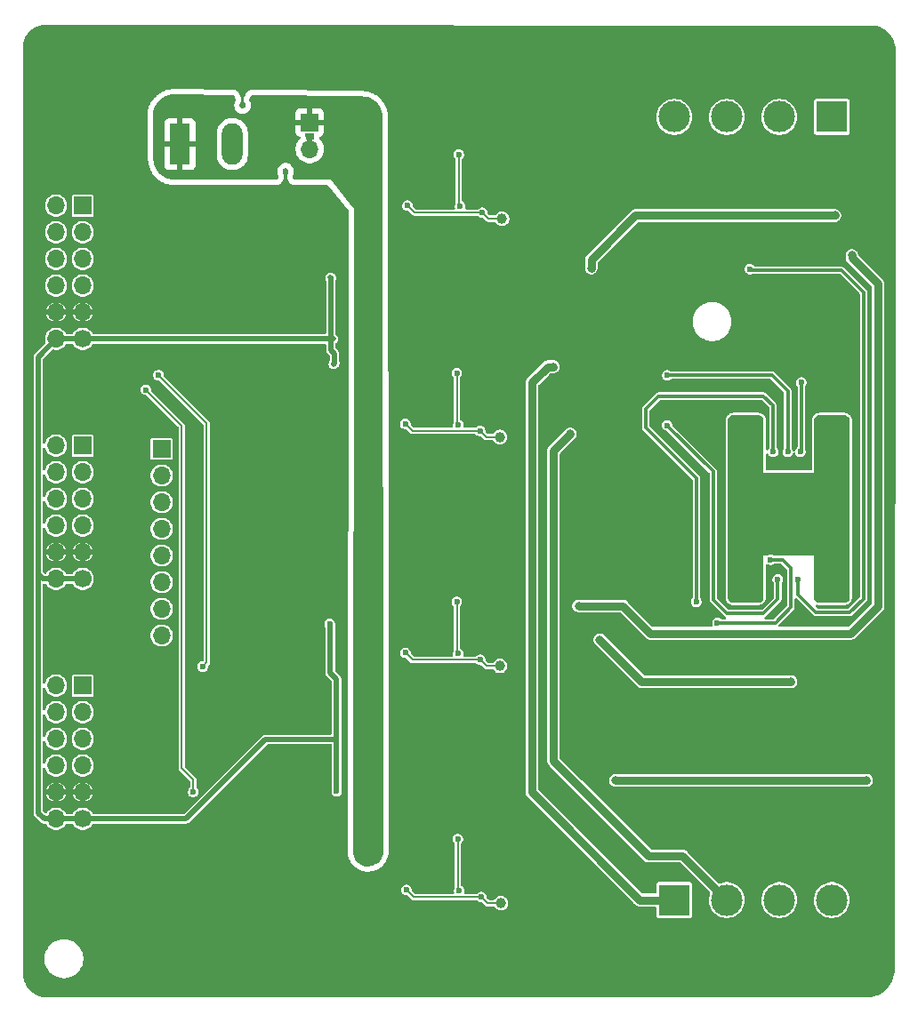
<source format=gbr>
%TF.GenerationSoftware,KiCad,Pcbnew,9.0.2*%
%TF.CreationDate,2025-07-22T21:11:49+02:00*%
%TF.ProjectId,rgbw_pmod,72676277-5f70-46d6-9f64-2e6b69636164,rev?*%
%TF.SameCoordinates,Original*%
%TF.FileFunction,Copper,L2,Bot*%
%TF.FilePolarity,Positive*%
%FSLAX46Y46*%
G04 Gerber Fmt 4.6, Leading zero omitted, Abs format (unit mm)*
G04 Created by KiCad (PCBNEW 9.0.2) date 2025-07-22 21:11:49*
%MOMM*%
%LPD*%
G01*
G04 APERTURE LIST*
%TA.AperFunction,ComponentPad*%
%ADD10R,3.000000X3.000000*%
%TD*%
%TA.AperFunction,ComponentPad*%
%ADD11C,3.000000*%
%TD*%
%TA.AperFunction,ComponentPad*%
%ADD12R,1.700000X1.700000*%
%TD*%
%TA.AperFunction,ComponentPad*%
%ADD13O,1.700000X1.700000*%
%TD*%
%TA.AperFunction,ComponentPad*%
%ADD14C,1.700000*%
%TD*%
%TA.AperFunction,ComponentPad*%
%ADD15R,1.980000X3.960000*%
%TD*%
%TA.AperFunction,ComponentPad*%
%ADD16O,1.980000X3.960000*%
%TD*%
%TA.AperFunction,SMDPad,CuDef*%
%ADD17C,1.000000*%
%TD*%
%TA.AperFunction,ViaPad*%
%ADD18C,0.600000*%
%TD*%
%TA.AperFunction,ViaPad*%
%ADD19C,0.800000*%
%TD*%
%TA.AperFunction,Conductor*%
%ADD20C,0.200000*%
%TD*%
%TA.AperFunction,Conductor*%
%ADD21C,0.800000*%
%TD*%
%TA.AperFunction,Conductor*%
%ADD22C,0.500000*%
%TD*%
%TA.AperFunction,Conductor*%
%ADD23C,0.300000*%
%TD*%
G04 APERTURE END LIST*
D10*
%TO.P,J8,1,Pin_1*%
%TO.N,/red_a*%
X141300000Y-40900000D03*
D11*
%TO.P,J8,2,Pin_2*%
%TO.N,/green_a*%
X136300000Y-40900000D03*
%TO.P,J8,3,Pin_3*%
%TO.N,/blue_a*%
X131300000Y-40900000D03*
%TO.P,J8,4,Pin_4*%
%TO.N,/white_a*%
X126300000Y-40900000D03*
%TD*%
D12*
%TO.P,J3,1,IO1*%
%TO.N,dbg0*%
X70000000Y-72220000D03*
D13*
%TO.P,J3,2,IO2*%
%TO.N,dbg1*%
X70000000Y-74760000D03*
%TO.P,J3,3,IO3*%
%TO.N,dbg2*%
X70000000Y-77300000D03*
%TO.P,J3,4,IO4*%
%TO.N,dbg3*%
X70000000Y-79840000D03*
%TO.P,J3,5,GND*%
%TO.N,GND*%
X70000000Y-82380000D03*
D14*
%TO.P,J3,6,VCC*%
%TO.N,+3.3V*%
X70000000Y-84920000D03*
D13*
%TO.P,J3,7,IO5*%
%TO.N,dbg4*%
X67460000Y-72220000D03*
%TO.P,J3,8,IO6*%
%TO.N,dbg5*%
X67460000Y-74760000D03*
%TO.P,J3,9,IO7*%
%TO.N,dbg6*%
X67460000Y-77300000D03*
%TO.P,J3,10,IO8*%
%TO.N,dbg7*%
X67460000Y-79840000D03*
%TO.P,J3,11,GND*%
%TO.N,GND*%
X67460000Y-82380000D03*
%TO.P,J3,12,VCC*%
%TO.N,+3.3V*%
X67460000Y-84920000D03*
%TD*%
D12*
%TO.P,J2,1,IO1*%
%TO.N,unconnected-(J2-IO1-Pad1)*%
X70000000Y-95080000D03*
D13*
%TO.P,J2,2,IO2*%
%TO.N,unconnected-(J2-IO2-Pad2)*%
X70000000Y-97620000D03*
%TO.P,J2,3,IO3*%
%TO.N,unconnected-(J2-IO3-Pad3)*%
X70000000Y-100160000D03*
%TO.P,J2,4,IO4*%
%TO.N,unconnected-(J2-IO4-Pad4)*%
X70000000Y-102700000D03*
%TO.P,J2,5,GND*%
%TO.N,GND*%
X70000000Y-105240000D03*
D14*
%TO.P,J2,6,VCC*%
%TO.N,+3.3V*%
X70000000Y-107780000D03*
D13*
%TO.P,J2,7,IO5*%
%TO.N,unconnected-(J2-IO5-Pad7)*%
X67460000Y-95080000D03*
%TO.P,J2,8,IO6*%
%TO.N,unconnected-(J2-IO6-Pad8)*%
X67460000Y-97620000D03*
%TO.P,J2,9,IO7*%
%TO.N,unconnected-(J2-IO7-Pad9)*%
X67460000Y-100160000D03*
%TO.P,J2,10,IO8*%
%TO.N,unconnected-(J2-IO8-Pad10)*%
X67460000Y-102700000D03*
%TO.P,J2,11,GND*%
%TO.N,GND*%
X67460000Y-105240000D03*
%TO.P,J2,12,VCC*%
%TO.N,+3.3V*%
X67460000Y-107780000D03*
%TD*%
D10*
%TO.P,J7,1,Pin_1*%
%TO.N,/red_k*%
X126300000Y-115500000D03*
D11*
%TO.P,J7,2,Pin_2*%
%TO.N,/green_k*%
X131300000Y-115500000D03*
%TO.P,J7,3,Pin_3*%
%TO.N,/blue_k*%
X136300000Y-115500000D03*
%TO.P,J7,4,Pin_4*%
%TO.N,/white_k*%
X141300000Y-115500000D03*
%TD*%
D12*
%TO.P,J1,1,IO1*%
%TO.N,PMOD1*%
X70000000Y-49360000D03*
D13*
%TO.P,J1,2,IO2*%
%TO.N,PMOD2*%
X70000000Y-51900000D03*
%TO.P,J1,3,IO3*%
%TO.N,PMOD3*%
X70000000Y-54440000D03*
%TO.P,J1,4,IO4*%
%TO.N,PMOD4*%
X70000000Y-56980000D03*
%TO.P,J1,5,GND*%
%TO.N,GND*%
X70000000Y-59520000D03*
D14*
%TO.P,J1,6,VCC*%
%TO.N,+3.3V*%
X70000000Y-62060000D03*
D13*
%TO.P,J1,7,IO5*%
%TO.N,unconnected-(J1-IO5-Pad7)*%
X67460000Y-49360000D03*
%TO.P,J1,8,IO6*%
%TO.N,unconnected-(J1-IO6-Pad8)*%
X67460000Y-51900000D03*
%TO.P,J1,9,IO7*%
%TO.N,unconnected-(J1-IO7-Pad9)*%
X67460000Y-54440000D03*
%TO.P,J1,10,IO8*%
%TO.N,unconnected-(J1-IO8-Pad10)*%
X67460000Y-56980000D03*
%TO.P,J1,11,GND*%
%TO.N,GND*%
X67460000Y-59520000D03*
%TO.P,J1,12,VCC*%
%TO.N,+3.3V*%
X67460000Y-62060000D03*
%TD*%
D12*
%TO.P,J4,1,Pin_1*%
%TO.N,dbg0*%
X77500000Y-72525000D03*
D13*
%TO.P,J4,2,Pin_2*%
%TO.N,dbg1*%
X77500000Y-75065000D03*
%TO.P,J4,3,Pin_3*%
%TO.N,dbg2*%
X77500000Y-77605000D03*
%TO.P,J4,4,Pin_4*%
%TO.N,dbg3*%
X77500000Y-80145000D03*
%TO.P,J4,5,Pin_5*%
%TO.N,dbg4*%
X77500000Y-82685000D03*
%TO.P,J4,6,Pin_6*%
%TO.N,dbg5*%
X77500000Y-85225000D03*
%TO.P,J4,7,Pin_7*%
%TO.N,dbg6*%
X77500000Y-87765000D03*
%TO.P,J4,8,Pin_8*%
%TO.N,dbg7*%
X77500000Y-90305000D03*
%TD*%
D12*
%TO.P,J6,1,Pin_1*%
%TO.N,+5.0V*%
X91600000Y-41425000D03*
D13*
%TO.P,J6,2,Pin_2*%
%TO.N,GND*%
X91600000Y-43965000D03*
%TD*%
D15*
%TO.P,J5,1,Pin_1*%
%TO.N,+5.0V*%
X79235000Y-43500000D03*
D16*
%TO.P,J5,2,Pin_2*%
%TO.N,GND*%
X84235000Y-43500000D03*
%TD*%
D17*
%TO.P,TP4,1,1*%
%TO.N,/r_dim_ana*%
X109900000Y-50600000D03*
%TD*%
%TO.P,TP16,1,1*%
%TO.N,/w_dim_ana*%
X109800000Y-115800000D03*
%TD*%
%TO.P,TP12,1,1*%
%TO.N,/b_dim_ana*%
X109700000Y-93200000D03*
%TD*%
%TO.P,TP8,1,1*%
%TO.N,/g_dim_ana*%
X109700000Y-71400000D03*
%TD*%
D18*
%TO.N,GND*%
X111100000Y-56600000D03*
X146900000Y-87600000D03*
X146900000Y-102300000D03*
X146800000Y-73000000D03*
X123200000Y-100300000D03*
X146900000Y-82200000D03*
X67600000Y-113300000D03*
X69000000Y-91300000D03*
X89300000Y-46100000D03*
X78400000Y-33000000D03*
X100600000Y-54900000D03*
X64700000Y-80000000D03*
X146900000Y-97100000D03*
X107400000Y-33000000D03*
X70500000Y-89300000D03*
X146800000Y-41000000D03*
X121400000Y-122900000D03*
X146800000Y-58700000D03*
X110400000Y-110000000D03*
X64800000Y-99900000D03*
X84600000Y-66600000D03*
X110600000Y-49100000D03*
X135500000Y-86100000D03*
X146800000Y-77700000D03*
X133600000Y-122900000D03*
X72000000Y-91200000D03*
X122300000Y-33000000D03*
X110500000Y-44700000D03*
X95100000Y-33000000D03*
X110300000Y-87100000D03*
X89100000Y-68500000D03*
X86200000Y-86400000D03*
X65700000Y-59400000D03*
X65700000Y-51900000D03*
X124700000Y-33000000D03*
X65000000Y-112900000D03*
X118300000Y-77200000D03*
X87000000Y-122900000D03*
X146900000Y-104600000D03*
X146800000Y-68200000D03*
X121600000Y-41400000D03*
X90400000Y-84400000D03*
X116586632Y-94933642D03*
X146900000Y-118900000D03*
X65600000Y-44200000D03*
X73600000Y-33000000D03*
X72300000Y-68100000D03*
X127000000Y-106900000D03*
X73300000Y-113300000D03*
X126200000Y-122900000D03*
X107700000Y-78200000D03*
X141600000Y-33000000D03*
X64700000Y-77700000D03*
X123700000Y-122900000D03*
X100400000Y-105100000D03*
X121600000Y-45200000D03*
X146900000Y-94800000D03*
X129200000Y-84100000D03*
X70600000Y-113300000D03*
X146900000Y-109500000D03*
X91700000Y-52500000D03*
X139300000Y-33000000D03*
X146800000Y-63400000D03*
X116000000Y-122900000D03*
X85200000Y-39800000D03*
X83100000Y-33000000D03*
X129200000Y-80100000D03*
X110900000Y-78200000D03*
X65600000Y-36700000D03*
X146900000Y-121300000D03*
X75900000Y-33000000D03*
X132100000Y-33000000D03*
X146800000Y-48700000D03*
X90200000Y-33000000D03*
X146800000Y-46300000D03*
X64800000Y-104600000D03*
X64700000Y-82400000D03*
X119000000Y-122900000D03*
X75100000Y-122900000D03*
X109800000Y-33000000D03*
X138800000Y-108600000D03*
X146800000Y-61000000D03*
X65600000Y-39500000D03*
X100400000Y-100500000D03*
X142300000Y-61200000D03*
X110300000Y-69800000D03*
X108800000Y-122900000D03*
X111000000Y-100300000D03*
X146900000Y-111800000D03*
X121800000Y-111500000D03*
X139900000Y-94100000D03*
X126200000Y-57500000D03*
X84700000Y-84400000D03*
X69300000Y-68200000D03*
X146800000Y-65900000D03*
X146900000Y-107000000D03*
X80800000Y-33000000D03*
X146900000Y-79900000D03*
X69100000Y-115300000D03*
X117500000Y-33000000D03*
X65000000Y-117600000D03*
X136000000Y-122900000D03*
X65000000Y-110100000D03*
X128600000Y-122900000D03*
X99800000Y-85500000D03*
X146900000Y-114200000D03*
X130900000Y-122900000D03*
X64800000Y-97100000D03*
X100400000Y-108100000D03*
X118500000Y-100300000D03*
X94100000Y-122900000D03*
X146800000Y-51200000D03*
X140800000Y-122900000D03*
X79800000Y-122900000D03*
X129300000Y-70600000D03*
X134400000Y-33000000D03*
X110300000Y-91600000D03*
X127000000Y-33000000D03*
X146900000Y-84600000D03*
X145500000Y-122900000D03*
X136900000Y-33000000D03*
X72100000Y-115200000D03*
X88300000Y-103300000D03*
X146900000Y-116600000D03*
X90300000Y-66600000D03*
X89200000Y-86300000D03*
X101300000Y-122900000D03*
X82300000Y-122900000D03*
X89300000Y-47100000D03*
X146900000Y-92300000D03*
X113700000Y-122900000D03*
X92700000Y-33000000D03*
X146800000Y-53500000D03*
X97400000Y-33000000D03*
X146900000Y-99500000D03*
X67500000Y-89300000D03*
X84700000Y-122900000D03*
X100200000Y-33000000D03*
X87500000Y-54500000D03*
X87600000Y-66600000D03*
X111300000Y-122900000D03*
X104900000Y-33000000D03*
X85500000Y-33000000D03*
X126700000Y-72500000D03*
X90500000Y-54400000D03*
X77500000Y-122900000D03*
X67800000Y-66200000D03*
X65600000Y-41800000D03*
X65700000Y-54700000D03*
X137750000Y-70000000D03*
X90500000Y-103300000D03*
X99800000Y-81700000D03*
X87700000Y-84400000D03*
X99000000Y-122900000D03*
X118300000Y-80700000D03*
X132300000Y-66500000D03*
X146800000Y-38600000D03*
X91800000Y-122900000D03*
X85200000Y-38700000D03*
X119800000Y-33000000D03*
X86000000Y-52500000D03*
X118300000Y-73100000D03*
X110300000Y-65600000D03*
X139500000Y-89000000D03*
X146800000Y-36300000D03*
X102600000Y-33000000D03*
X129600000Y-87700000D03*
X115100000Y-33000000D03*
X65000000Y-115200000D03*
X65700000Y-57000000D03*
X146800000Y-55900000D03*
X70800000Y-66200000D03*
X73200000Y-89300000D03*
X120000000Y-116600000D03*
X129700000Y-33000000D03*
X106500000Y-122900000D03*
X135900000Y-57500000D03*
X129900000Y-106900000D03*
X64700000Y-74900000D03*
X107700000Y-100300000D03*
X110600000Y-114500000D03*
X142300000Y-64700000D03*
X99700000Y-78600000D03*
X112100000Y-33000000D03*
X64800000Y-102200000D03*
X71200000Y-33000000D03*
X104100000Y-122900000D03*
X146800000Y-75300000D03*
X138300000Y-122900000D03*
X146800000Y-44000000D03*
X86100000Y-68600000D03*
X143200000Y-122900000D03*
X89400000Y-122900000D03*
X146900000Y-89900000D03*
X89000000Y-52500000D03*
X87900000Y-33000000D03*
X108300000Y-56600000D03*
X146800000Y-70600000D03*
X96600000Y-122900000D03*
X73500000Y-66200000D03*
%TO.N,Net-(IC2-SW)*%
X105725000Y-70225000D03*
X105600000Y-65300000D03*
D19*
%TO.N,/red_k*%
X114800000Y-64700000D03*
%TO.N,/green_k*%
X116400000Y-71100000D03*
%TO.N,/green_a*%
X141600000Y-50300000D03*
X118400000Y-55300000D03*
%TO.N,/blue_a*%
X143200000Y-54100000D03*
X117200000Y-87500000D03*
%TO.N,/blue_k*%
X137400000Y-94700000D03*
X119200000Y-90700000D03*
%TO.N,/white_a*%
X120700000Y-104100000D03*
X144600000Y-104100000D03*
D18*
%TO.N,/r_dim_ana*%
X100900000Y-49350000D03*
X108025000Y-50025000D03*
%TO.N,+3.3V*%
X94165200Y-105145400D03*
X93600000Y-56250000D03*
X93500000Y-89200000D03*
X93950000Y-64350000D03*
%TO.N,PMOD4*%
X80500000Y-105200000D03*
X76000000Y-66900000D03*
%TO.N,/g_dim_ana*%
X107825000Y-70825000D03*
X100700000Y-70150000D03*
%TO.N,/b_dim_ana*%
X100700000Y-91950000D03*
X107825000Y-92625000D03*
%TO.N,/w_dim_ana*%
X107925000Y-115225000D03*
X100800000Y-114550000D03*
%TO.N,PMOD3*%
X77200000Y-65500000D03*
X81415200Y-93270400D03*
D19*
%TO.N,+5.0V*%
X96675000Y-88475000D03*
X96600000Y-66675000D03*
X97800000Y-110925000D03*
X97975000Y-45800000D03*
X97725000Y-66675000D03*
X96675000Y-110925000D03*
X97800000Y-88475000D03*
X96850000Y-45800000D03*
D18*
%TO.N,unconnected-(LED1-EP-Pad9)*%
X134000000Y-81450000D03*
X139400000Y-78600000D03*
X140250000Y-75950000D03*
X134000000Y-79450000D03*
X134000000Y-77950000D03*
X135800000Y-78600000D03*
X140250000Y-80450000D03*
X137600000Y-78600000D03*
X134000000Y-80450000D03*
X134000000Y-75950000D03*
X140250000Y-79450000D03*
X140250000Y-77950000D03*
X138500000Y-78600000D03*
X134900000Y-78600000D03*
X134000000Y-76950000D03*
X140250000Y-81450000D03*
X140250000Y-76950000D03*
X136700000Y-78600000D03*
%TO.N,Net-(LED1-ANODE_WHITE)*%
X128400000Y-87100000D03*
X135700000Y-72800000D03*
X128400000Y-87100000D03*
%TO.N,Net-(LED1-CATHODE_GREEN)*%
X125612500Y-70287500D03*
X136150000Y-84950000D03*
%TO.N,Net-(LED1-CATHODE_WHITE)*%
X130400000Y-89100000D03*
X135475000Y-83100000D03*
%TO.N,Net-(LED1-ANODE_GREEN)*%
X125625000Y-65525000D03*
X137100000Y-72800000D03*
%TO.N,Net-(LED1-CATHODE_RED)*%
X133500000Y-55400000D03*
X138100000Y-85000000D03*
%TO.N,Net-(LED1-ANODE_RED)*%
X138300000Y-72800000D03*
X138400000Y-66200000D03*
%TO.N,Net-(IC1-SW)*%
X105800000Y-44500000D03*
X105925000Y-49425000D03*
%TO.N,Net-(IC3-SW)*%
X105725000Y-92025000D03*
X105600000Y-87100000D03*
%TO.N,Net-(IC4-SW)*%
X105700000Y-109700000D03*
X105825000Y-114625000D03*
%TD*%
D20*
%TO.N,Net-(IC2-SW)*%
X105600000Y-65300000D02*
X105600000Y-70100000D01*
X105600000Y-70100000D02*
X105725000Y-70225000D01*
D21*
%TO.N,/red_k*%
X112750000Y-66200000D02*
X114250000Y-64700000D01*
X114250000Y-64700000D02*
X114800000Y-64700000D01*
X126300000Y-115500000D02*
X123000000Y-115500000D01*
X112750000Y-105250000D02*
X112750000Y-66200000D01*
X123000000Y-115500000D02*
X112750000Y-105250000D01*
%TO.N,/green_k*%
X114800000Y-72700000D02*
X116400000Y-71100000D01*
X114800000Y-102250000D02*
X114800000Y-72700000D01*
X123850000Y-111300000D02*
X114800000Y-102250000D01*
X131300000Y-115500000D02*
X127100000Y-111300000D01*
X127100000Y-111300000D02*
X123850000Y-111300000D01*
%TO.N,/green_a*%
X118400000Y-54500000D02*
X122600000Y-50300000D01*
X122600000Y-50300000D02*
X141600000Y-50300000D01*
X118400000Y-55300000D02*
X118400000Y-54500000D01*
%TO.N,/blue_a*%
X143200000Y-54300000D02*
X143200000Y-54100000D01*
X121400000Y-87500000D02*
X124000000Y-90100000D01*
X124000000Y-90100000D02*
X143100000Y-90100000D01*
X143100000Y-90100000D02*
X145700000Y-87500000D01*
X145700000Y-87500000D02*
X145700000Y-56800000D01*
X117200000Y-87500000D02*
X121400000Y-87500000D01*
X145700000Y-56800000D02*
X143200000Y-54300000D01*
%TO.N,/blue_k*%
X123200000Y-94700000D02*
X119200000Y-90700000D01*
X137400000Y-94700000D02*
X123200000Y-94700000D01*
%TO.N,/white_a*%
X144600000Y-104100000D02*
X120700000Y-104100000D01*
D20*
%TO.N,/r_dim_ana*%
X101575000Y-50025000D02*
X108025000Y-50025000D01*
X108025000Y-50025000D02*
X108600000Y-50600000D01*
X108600000Y-50600000D02*
X109900000Y-50600000D01*
X100900000Y-49350000D02*
X101575000Y-50025000D01*
D22*
%TO.N,+3.3V*%
X93600000Y-63100000D02*
X93600000Y-56425000D01*
X65750000Y-107200000D02*
X66330000Y-107780000D01*
X70000000Y-62060000D02*
X67460000Y-62060000D01*
X66220000Y-84920000D02*
X67460000Y-84920000D01*
X67460000Y-107780000D02*
X70000000Y-107780000D01*
X93840000Y-64460000D02*
X93950000Y-64350000D01*
X93950000Y-64350000D02*
X93950000Y-63450000D01*
X94165200Y-94484800D02*
X93565200Y-93884800D01*
X67460000Y-62060000D02*
X65750000Y-63770000D01*
X66330000Y-107780000D02*
X67460000Y-107780000D01*
X93600000Y-56250000D02*
X93550000Y-56200000D01*
X70000000Y-62060000D02*
X93840000Y-62060000D01*
X87372793Y-100200000D02*
X94165200Y-100200000D01*
X94165200Y-100200000D02*
X94165200Y-94484800D01*
X93565200Y-93884800D02*
X93565200Y-89265200D01*
X70000000Y-107780000D02*
X79792793Y-107780000D01*
X70000000Y-84920000D02*
X67460000Y-84920000D01*
X79792793Y-107780000D02*
X87372793Y-100200000D01*
X93600000Y-56425000D02*
X93600000Y-56250000D01*
X65750000Y-63770000D02*
X65750000Y-84450000D01*
X94165200Y-105145400D02*
X94165200Y-100200000D01*
X93565200Y-89265200D02*
X93500000Y-89200000D01*
X93950000Y-63450000D02*
X93600000Y-63100000D01*
X65750000Y-84450000D02*
X65750000Y-107200000D01*
X65750000Y-84450000D02*
X66220000Y-84920000D01*
D20*
%TO.N,PMOD4*%
X76000000Y-66900000D02*
X79400000Y-70300000D01*
X79400000Y-70300000D02*
X79400000Y-102900000D01*
X80500000Y-104000000D02*
X80500000Y-105200000D01*
X79400000Y-102900000D02*
X80500000Y-104000000D01*
%TO.N,/g_dim_ana*%
X101375000Y-70825000D02*
X107825000Y-70825000D01*
X107825000Y-70825000D02*
X108400000Y-71400000D01*
X100700000Y-70150000D02*
X101375000Y-70825000D01*
X108400000Y-71400000D02*
X109700000Y-71400000D01*
%TO.N,/b_dim_ana*%
X107825000Y-92625000D02*
X108400000Y-93200000D01*
X100700000Y-91950000D02*
X101375000Y-92625000D01*
X101375000Y-92625000D02*
X107825000Y-92625000D01*
X108400000Y-93200000D02*
X109700000Y-93200000D01*
%TO.N,/w_dim_ana*%
X108500000Y-115800000D02*
X109800000Y-115800000D01*
X101475000Y-115225000D02*
X107925000Y-115225000D01*
X100800000Y-114550000D02*
X101475000Y-115225000D01*
X107925000Y-115225000D02*
X108500000Y-115800000D01*
%TO.N,PMOD3*%
X81800000Y-92885600D02*
X81415200Y-93270400D01*
X77200000Y-65500000D02*
X81800000Y-70100000D01*
X81800000Y-70100000D02*
X81800000Y-92885600D01*
D23*
%TO.N,Net-(LED1-ANODE_WHITE)*%
X135700000Y-68400000D02*
X134800000Y-67500000D01*
X124800000Y-67500000D02*
X123600000Y-68700000D01*
X134800000Y-67500000D02*
X124800000Y-67500000D01*
X123600000Y-68700000D02*
X123600000Y-70500000D01*
X135700000Y-72800000D02*
X135700000Y-68400000D01*
X128400000Y-75300000D02*
X128400000Y-87100000D01*
X123600000Y-70500000D02*
X128400000Y-75300000D01*
%TO.N,Net-(LED1-CATHODE_GREEN)*%
X136151000Y-86849000D02*
X134800000Y-88200000D01*
X130000000Y-74675000D02*
X125612500Y-70287500D01*
X131300000Y-88200000D02*
X130000000Y-86900000D01*
X136150000Y-84950000D02*
X136150000Y-85150000D01*
X136150000Y-85150000D02*
X136151000Y-85151000D01*
X136151000Y-85151000D02*
X136151000Y-86849000D01*
X134800000Y-88200000D02*
X131300000Y-88200000D01*
X130000000Y-86900000D02*
X130000000Y-74675000D01*
%TO.N,Net-(LED1-CATHODE_WHITE)*%
X136600000Y-83100000D02*
X137400000Y-83900000D01*
X137400000Y-87608520D02*
X135908520Y-89100000D01*
X135475000Y-83100000D02*
X136600000Y-83100000D01*
X135908520Y-89100000D02*
X130400000Y-89100000D01*
X137400000Y-83900000D02*
X137400000Y-87608520D01*
%TO.N,Net-(LED1-ANODE_GREEN)*%
X137100000Y-67000000D02*
X135625000Y-65525000D01*
X135625000Y-65525000D02*
X125625000Y-65525000D01*
X137100000Y-72800000D02*
X137100000Y-67000000D01*
%TO.N,Net-(LED1-CATHODE_RED)*%
X142200000Y-55500000D02*
X133600000Y-55500000D01*
X144300000Y-86800000D02*
X144300000Y-57600000D01*
X138100000Y-85000000D02*
X138100000Y-86400000D01*
X138100000Y-86400000D02*
X139800000Y-88100000D01*
X133600000Y-55500000D02*
X133500000Y-55400000D01*
X144300000Y-57600000D02*
X142200000Y-55500000D01*
X139800000Y-88100000D02*
X143000000Y-88100000D01*
X143000000Y-88100000D02*
X144300000Y-86800000D01*
%TO.N,Net-(LED1-ANODE_RED)*%
X138400000Y-72700000D02*
X138300000Y-72800000D01*
X138400000Y-66200000D02*
X138400000Y-72700000D01*
D20*
%TO.N,Net-(IC1-SW)*%
X105800000Y-49300000D02*
X105925000Y-49425000D01*
X105800000Y-44500000D02*
X105800000Y-49300000D01*
%TO.N,Net-(IC3-SW)*%
X105600000Y-87100000D02*
X105600000Y-91900000D01*
X105600000Y-91900000D02*
X105725000Y-92025000D01*
%TO.N,Net-(IC4-SW)*%
X105700000Y-109700000D02*
X105700000Y-114500000D01*
X105700000Y-114500000D02*
X105825000Y-114625000D01*
%TD*%
%TA.AperFunction,Conductor*%
%TO.N,GND*%
G36*
X91974820Y-42495185D02*
G01*
X92020575Y-42547989D01*
X92030519Y-42617147D01*
X92016613Y-42658927D01*
X92014051Y-42663618D01*
X92014051Y-42663619D01*
X91983469Y-42804203D01*
X91983468Y-42804211D01*
X91978484Y-42873901D01*
X91978484Y-42873904D01*
X91981233Y-42912341D01*
X91966381Y-42980614D01*
X91916976Y-43030019D01*
X91852532Y-43044038D01*
X91850000Y-43046116D01*
X91850000Y-43531988D01*
X91792993Y-43499075D01*
X91665826Y-43465000D01*
X91534174Y-43465000D01*
X91407007Y-43499075D01*
X91350000Y-43531988D01*
X91350000Y-43046116D01*
X91343434Y-43040727D01*
X91297049Y-43036577D01*
X91241872Y-42993713D01*
X91218628Y-42927824D01*
X91218766Y-42912341D01*
X91224033Y-42838697D01*
X91224032Y-42838693D01*
X91216529Y-42804203D01*
X91193450Y-42698105D01*
X91172834Y-42642833D01*
X91167849Y-42573144D01*
X91201333Y-42511820D01*
X91262656Y-42478334D01*
X91289016Y-42475500D01*
X91907781Y-42475500D01*
X91974820Y-42495185D01*
G37*
%TD.AperFunction*%
%TA.AperFunction,Conductor*%
G36*
X144926150Y-32200461D02*
G01*
X144940276Y-32201277D01*
X144942216Y-32201499D01*
X144942229Y-32201503D01*
X145003045Y-32200516D01*
X145004990Y-32200501D01*
X145006890Y-32200502D01*
X145012378Y-32200628D01*
X145284089Y-32212919D01*
X145299218Y-32214537D01*
X145564080Y-32259465D01*
X145578901Y-32262927D01*
X145836264Y-32339965D01*
X145850530Y-32345210D01*
X146096518Y-32453201D01*
X146110042Y-32460157D01*
X146340950Y-32597473D01*
X146353520Y-32606034D01*
X146565861Y-32770603D01*
X146577287Y-32780639D01*
X146767865Y-32969983D01*
X146777983Y-32981353D01*
X146943920Y-33192608D01*
X146952567Y-33205128D01*
X147091377Y-33435131D01*
X147098424Y-33448615D01*
X147208008Y-33693889D01*
X147213352Y-33708140D01*
X147292058Y-33964982D01*
X147295616Y-33979781D01*
X147338467Y-34222810D01*
X147340351Y-34244437D01*
X147273391Y-121987697D01*
X147273334Y-121988561D01*
X147273334Y-122058602D01*
X147273153Y-122065302D01*
X147257679Y-122351195D01*
X147256233Y-122364515D01*
X147210547Y-122643751D01*
X147207673Y-122656836D01*
X147132125Y-122929522D01*
X147127855Y-122942222D01*
X147023329Y-123205161D01*
X147017714Y-123217325D01*
X146885437Y-123467439D01*
X146878543Y-123478928D01*
X146720039Y-123713330D01*
X146711945Y-123724007D01*
X146529084Y-123939931D01*
X146519886Y-123949672D01*
X146314795Y-124144609D01*
X146304599Y-124153301D01*
X146079680Y-124324967D01*
X146068606Y-124332509D01*
X145826472Y-124478910D01*
X145814649Y-124485213D01*
X145558132Y-124604636D01*
X145545699Y-124609626D01*
X145277789Y-124700679D01*
X145264888Y-124704298D01*
X144988734Y-124765910D01*
X144975519Y-124768117D01*
X144701896Y-124798728D01*
X144688104Y-124799497D01*
X66694711Y-124795785D01*
X66694698Y-124795785D01*
X66686147Y-124795783D01*
X66685602Y-124795639D01*
X66623751Y-124795774D01*
X66623294Y-124795774D01*
X66623262Y-124795764D01*
X66615841Y-124795549D01*
X66341067Y-124778962D01*
X66325701Y-124777066D01*
X66058952Y-124727082D01*
X66043942Y-124723286D01*
X65785500Y-124640450D01*
X65771080Y-124634813D01*
X65524980Y-124520418D01*
X65511374Y-124513028D01*
X65496145Y-124503479D01*
X65281433Y-124368846D01*
X65268857Y-124359819D01*
X65226197Y-124324967D01*
X65058697Y-124188123D01*
X65047342Y-124177599D01*
X64860192Y-123981027D01*
X64850251Y-123969186D01*
X64689068Y-123750839D01*
X64680668Y-123737833D01*
X64547950Y-123501101D01*
X64541237Y-123487150D01*
X64439056Y-123235728D01*
X64434135Y-123221052D01*
X64364081Y-122958848D01*
X64361029Y-122943686D01*
X64325596Y-122685016D01*
X64324449Y-122668187D01*
X64324449Y-120978711D01*
X66349500Y-120978711D01*
X66349500Y-121221288D01*
X66381161Y-121461785D01*
X66443947Y-121696104D01*
X66536773Y-121920205D01*
X66536776Y-121920212D01*
X66658064Y-122130289D01*
X66658066Y-122130292D01*
X66658067Y-122130293D01*
X66805733Y-122322736D01*
X66805739Y-122322743D01*
X66977256Y-122494260D01*
X66977262Y-122494265D01*
X67169711Y-122641936D01*
X67379788Y-122763224D01*
X67603900Y-122856054D01*
X67838211Y-122918838D01*
X68015833Y-122942222D01*
X68078711Y-122950500D01*
X68078712Y-122950500D01*
X68321289Y-122950500D01*
X68373107Y-122943678D01*
X68561789Y-122918838D01*
X68796100Y-122856054D01*
X69020212Y-122763224D01*
X69230289Y-122641936D01*
X69422738Y-122494265D01*
X69594265Y-122322738D01*
X69741936Y-122130289D01*
X69863224Y-121920212D01*
X69956054Y-121696100D01*
X70018838Y-121461789D01*
X70050500Y-121221288D01*
X70050500Y-120978712D01*
X70018838Y-120738211D01*
X69956054Y-120503900D01*
X69863224Y-120279788D01*
X69741936Y-120069711D01*
X69594265Y-119877262D01*
X69594260Y-119877256D01*
X69422743Y-119705739D01*
X69422736Y-119705733D01*
X69230293Y-119558067D01*
X69230292Y-119558066D01*
X69230289Y-119558064D01*
X69020212Y-119436776D01*
X69020205Y-119436773D01*
X68796104Y-119343947D01*
X68561785Y-119281161D01*
X68321289Y-119249500D01*
X68321288Y-119249500D01*
X68078712Y-119249500D01*
X68078711Y-119249500D01*
X67838214Y-119281161D01*
X67603895Y-119343947D01*
X67379794Y-119436773D01*
X67379785Y-119436777D01*
X67169706Y-119558067D01*
X66977263Y-119705733D01*
X66977256Y-119705739D01*
X66805739Y-119877256D01*
X66805733Y-119877263D01*
X66658067Y-120069706D01*
X66536777Y-120279785D01*
X66536773Y-120279794D01*
X66443947Y-120503895D01*
X66381161Y-120738214D01*
X66349500Y-120978711D01*
X64324449Y-120978711D01*
X64324449Y-114484108D01*
X100299500Y-114484108D01*
X100299500Y-114615892D01*
X100311814Y-114661848D01*
X100333608Y-114743187D01*
X100356510Y-114782853D01*
X100399500Y-114857314D01*
X100492686Y-114950500D01*
X100606814Y-115016392D01*
X100734108Y-115050500D01*
X100734110Y-115050500D01*
X100824167Y-115050500D01*
X100891206Y-115070185D01*
X100911848Y-115086819D01*
X101234540Y-115409511D01*
X101290489Y-115465460D01*
X101290491Y-115465461D01*
X101290495Y-115465464D01*
X101349448Y-115499500D01*
X101359011Y-115505021D01*
X101435438Y-115525500D01*
X101514562Y-115525500D01*
X107466324Y-115525500D01*
X107533363Y-115545185D01*
X107554005Y-115561819D01*
X107617686Y-115625500D01*
X107731814Y-115691392D01*
X107859108Y-115725500D01*
X107859110Y-115725500D01*
X107949167Y-115725500D01*
X108016206Y-115745185D01*
X108036848Y-115761819D01*
X108259540Y-115984511D01*
X108315489Y-116040460D01*
X108315491Y-116040461D01*
X108315495Y-116040464D01*
X108384004Y-116080017D01*
X108384011Y-116080021D01*
X108460438Y-116100500D01*
X108539562Y-116100500D01*
X109092024Y-116100500D01*
X109159063Y-116120185D01*
X109195126Y-116155609D01*
X109255885Y-116246541D01*
X109255888Y-116246545D01*
X109353454Y-116344111D01*
X109353458Y-116344114D01*
X109468182Y-116420771D01*
X109468195Y-116420778D01*
X109595667Y-116473578D01*
X109595672Y-116473580D01*
X109595676Y-116473580D01*
X109595677Y-116473581D01*
X109731004Y-116500500D01*
X109731007Y-116500500D01*
X109868995Y-116500500D01*
X109960041Y-116482389D01*
X110004328Y-116473580D01*
X110131811Y-116420775D01*
X110246542Y-116344114D01*
X110344114Y-116246542D01*
X110420775Y-116131811D01*
X110473580Y-116004328D01*
X110500500Y-115868993D01*
X110500500Y-115731007D01*
X110500500Y-115731004D01*
X110473581Y-115595677D01*
X110473580Y-115595676D01*
X110473580Y-115595672D01*
X110452668Y-115545185D01*
X110420778Y-115468195D01*
X110420771Y-115468182D01*
X110344114Y-115353458D01*
X110344111Y-115353454D01*
X110246545Y-115255888D01*
X110246541Y-115255885D01*
X110131817Y-115179228D01*
X110131804Y-115179221D01*
X110004332Y-115126421D01*
X110004322Y-115126418D01*
X109868995Y-115099500D01*
X109868993Y-115099500D01*
X109731007Y-115099500D01*
X109731005Y-115099500D01*
X109595677Y-115126418D01*
X109595667Y-115126421D01*
X109468195Y-115179221D01*
X109468182Y-115179228D01*
X109353458Y-115255885D01*
X109353454Y-115255888D01*
X109255888Y-115353454D01*
X109255885Y-115353458D01*
X109195126Y-115444391D01*
X109141514Y-115489196D01*
X109092024Y-115499500D01*
X108675833Y-115499500D01*
X108646392Y-115490855D01*
X108616406Y-115484332D01*
X108611390Y-115480577D01*
X108608794Y-115479815D01*
X108588152Y-115463181D01*
X108461819Y-115336848D01*
X108428334Y-115275525D01*
X108425500Y-115249167D01*
X108425500Y-115159110D01*
X108425500Y-115159108D01*
X108391392Y-115031814D01*
X108325500Y-114917686D01*
X108232314Y-114824500D01*
X108175250Y-114791554D01*
X108118187Y-114758608D01*
X108054539Y-114741554D01*
X107990892Y-114724500D01*
X107859108Y-114724500D01*
X107731812Y-114758608D01*
X107617686Y-114824500D01*
X107617683Y-114824502D01*
X107554005Y-114888181D01*
X107492682Y-114921666D01*
X107466324Y-114924500D01*
X106424505Y-114924500D01*
X106357466Y-114904815D01*
X106311711Y-114852011D01*
X106301767Y-114782853D01*
X106304730Y-114768407D01*
X106325500Y-114690892D01*
X106325500Y-114559108D01*
X106291392Y-114431814D01*
X106225500Y-114317686D01*
X106132314Y-114224500D01*
X106062499Y-114184192D01*
X106014284Y-114133624D01*
X106000500Y-114076805D01*
X106000500Y-110158676D01*
X106020185Y-110091637D01*
X106036819Y-110070995D01*
X106100500Y-110007314D01*
X106166392Y-109893186D01*
X106200500Y-109765892D01*
X106200500Y-109634108D01*
X106166392Y-109506814D01*
X106100500Y-109392686D01*
X106007314Y-109299500D01*
X105950250Y-109266554D01*
X105893187Y-109233608D01*
X105829539Y-109216554D01*
X105765892Y-109199500D01*
X105634108Y-109199500D01*
X105506812Y-109233608D01*
X105392686Y-109299500D01*
X105392683Y-109299502D01*
X105299502Y-109392683D01*
X105299500Y-109392686D01*
X105233608Y-109506812D01*
X105199500Y-109634108D01*
X105199500Y-109765891D01*
X105233608Y-109893187D01*
X105266554Y-109950250D01*
X105299500Y-110007314D01*
X105299502Y-110007316D01*
X105363181Y-110070995D01*
X105396666Y-110132318D01*
X105399500Y-110158676D01*
X105399500Y-114327761D01*
X105382887Y-114389761D01*
X105358609Y-114431811D01*
X105358609Y-114431812D01*
X105358608Y-114431814D01*
X105324500Y-114559108D01*
X105324500Y-114690892D01*
X105339340Y-114746277D01*
X105345270Y-114768407D01*
X105343607Y-114838257D01*
X105304444Y-114896119D01*
X105240216Y-114923623D01*
X105225495Y-114924500D01*
X101650833Y-114924500D01*
X101583794Y-114904815D01*
X101563152Y-114888181D01*
X101336819Y-114661848D01*
X101303334Y-114600525D01*
X101300500Y-114574167D01*
X101300500Y-114484110D01*
X101300500Y-114484108D01*
X101266392Y-114356814D01*
X101200500Y-114242686D01*
X101107314Y-114149500D01*
X101050250Y-114116554D01*
X100993187Y-114083608D01*
X100929539Y-114066554D01*
X100865892Y-114049500D01*
X100734108Y-114049500D01*
X100606812Y-114083608D01*
X100492686Y-114149500D01*
X100492683Y-114149502D01*
X100399502Y-114242683D01*
X100399500Y-114242686D01*
X100333608Y-114356812D01*
X100313512Y-114431814D01*
X100299500Y-114484108D01*
X64324449Y-114484108D01*
X64324449Y-63710691D01*
X65299500Y-63710691D01*
X65299500Y-107259311D01*
X65310827Y-107301581D01*
X65310827Y-107301584D01*
X65310828Y-107301584D01*
X65330201Y-107373888D01*
X65359856Y-107425250D01*
X65389511Y-107476614D01*
X66053386Y-108140489D01*
X66156113Y-108199799D01*
X66180321Y-108206284D01*
X66180324Y-108206286D01*
X66180325Y-108206286D01*
X66210447Y-108214357D01*
X66270691Y-108230500D01*
X66431309Y-108230500D01*
X66498348Y-108250185D01*
X66534411Y-108285609D01*
X66644022Y-108449655D01*
X66790342Y-108595975D01*
X66790345Y-108595977D01*
X66962402Y-108710941D01*
X67153580Y-108790130D01*
X67356530Y-108830499D01*
X67356534Y-108830500D01*
X67356535Y-108830500D01*
X67563466Y-108830500D01*
X67563467Y-108830499D01*
X67766420Y-108790130D01*
X67957598Y-108710941D01*
X68129655Y-108595977D01*
X68275977Y-108449655D01*
X68385589Y-108285609D01*
X68439201Y-108240804D01*
X68488691Y-108230500D01*
X68971309Y-108230500D01*
X69038348Y-108250185D01*
X69074411Y-108285609D01*
X69184022Y-108449655D01*
X69330342Y-108595975D01*
X69330345Y-108595977D01*
X69502402Y-108710941D01*
X69693580Y-108790130D01*
X69896530Y-108830499D01*
X69896534Y-108830500D01*
X69896535Y-108830500D01*
X70103466Y-108830500D01*
X70103467Y-108830499D01*
X70306420Y-108790130D01*
X70497598Y-108710941D01*
X70669655Y-108595977D01*
X70815977Y-108449655D01*
X70925589Y-108285609D01*
X70979201Y-108240804D01*
X71028691Y-108230500D01*
X79852101Y-108230500D01*
X79852102Y-108230500D01*
X79942466Y-108206286D01*
X79966680Y-108199799D01*
X80069407Y-108140489D01*
X87523078Y-100686819D01*
X87584401Y-100653334D01*
X87610759Y-100650500D01*
X93590700Y-100650500D01*
X93657739Y-100670185D01*
X93703494Y-100722989D01*
X93714700Y-100774500D01*
X93714700Y-104891462D01*
X93700583Y-104944151D01*
X93701919Y-104944704D01*
X93698808Y-104952214D01*
X93664700Y-105079508D01*
X93664700Y-105211291D01*
X93698808Y-105338587D01*
X93730331Y-105393186D01*
X93764700Y-105452714D01*
X93857886Y-105545900D01*
X93972014Y-105611792D01*
X94099308Y-105645900D01*
X94099310Y-105645900D01*
X94231090Y-105645900D01*
X94231092Y-105645900D01*
X94358386Y-105611792D01*
X94472514Y-105545900D01*
X94565700Y-105452714D01*
X94631592Y-105338586D01*
X94665700Y-105211292D01*
X94665700Y-105079508D01*
X94631592Y-104952214D01*
X94631588Y-104952207D01*
X94628481Y-104944704D01*
X94629816Y-104944151D01*
X94615700Y-104891462D01*
X94615700Y-94425493D01*
X94615700Y-94425491D01*
X94584999Y-94310914D01*
X94584999Y-94310913D01*
X94525689Y-94208186D01*
X94052019Y-93734516D01*
X94018534Y-93673193D01*
X94015700Y-93646835D01*
X94015700Y-89205893D01*
X94015699Y-89205889D01*
X94004725Y-89164930D01*
X94001725Y-89142146D01*
X94001561Y-89142168D01*
X94000500Y-89134115D01*
X94000500Y-89134108D01*
X93966392Y-89006814D01*
X93900500Y-88892686D01*
X93807314Y-88799500D01*
X93720712Y-88749500D01*
X93693187Y-88733608D01*
X93629539Y-88716554D01*
X93565892Y-88699500D01*
X93434108Y-88699500D01*
X93306812Y-88733608D01*
X93192686Y-88799500D01*
X93192683Y-88799502D01*
X93099502Y-88892683D01*
X93099500Y-88892686D01*
X93033608Y-89006812D01*
X92999500Y-89134108D01*
X92999500Y-89265891D01*
X93033608Y-89393187D01*
X93049366Y-89420480D01*
X93098087Y-89504868D01*
X93114700Y-89566866D01*
X93114700Y-93944109D01*
X93137581Y-94029500D01*
X93137580Y-94029500D01*
X93137581Y-94029502D01*
X93145400Y-94058685D01*
X93145399Y-94058685D01*
X93188816Y-94133883D01*
X93204711Y-94161414D01*
X93204713Y-94161416D01*
X93678381Y-94635084D01*
X93711866Y-94696407D01*
X93714700Y-94722765D01*
X93714700Y-99625500D01*
X93695015Y-99692539D01*
X93642211Y-99738294D01*
X93590700Y-99749500D01*
X87313484Y-99749500D01*
X87223118Y-99773713D01*
X87223117Y-99773712D01*
X87198908Y-99780200D01*
X87198899Y-99780204D01*
X87096185Y-99839505D01*
X87096177Y-99839511D01*
X79642509Y-107293181D01*
X79581186Y-107326666D01*
X79554828Y-107329500D01*
X71028691Y-107329500D01*
X70961652Y-107309815D01*
X70925589Y-107274391D01*
X70815977Y-107110344D01*
X70669657Y-106964024D01*
X70583626Y-106906541D01*
X70497598Y-106849059D01*
X70306420Y-106769870D01*
X70306412Y-106769868D01*
X70103469Y-106729500D01*
X70103465Y-106729500D01*
X69896535Y-106729500D01*
X69896530Y-106729500D01*
X69693587Y-106769868D01*
X69693579Y-106769870D01*
X69502403Y-106849058D01*
X69330342Y-106964024D01*
X69184022Y-107110344D01*
X69074411Y-107274391D01*
X69020799Y-107319196D01*
X68971309Y-107329500D01*
X68488691Y-107329500D01*
X68421652Y-107309815D01*
X68385589Y-107274391D01*
X68275977Y-107110344D01*
X68129657Y-106964024D01*
X68043626Y-106906541D01*
X67957598Y-106849059D01*
X67766420Y-106769870D01*
X67766412Y-106769868D01*
X67563469Y-106729500D01*
X67563465Y-106729500D01*
X67356535Y-106729500D01*
X67356530Y-106729500D01*
X67153587Y-106769868D01*
X67153579Y-106769870D01*
X66962403Y-106849058D01*
X66790342Y-106964024D01*
X66644025Y-107110341D01*
X66644022Y-107110345D01*
X66589147Y-107192471D01*
X66572980Y-107205981D01*
X66560355Y-107222847D01*
X66546709Y-107227936D01*
X66535534Y-107237276D01*
X66514630Y-107239901D01*
X66494891Y-107247264D01*
X66480659Y-107244168D01*
X66466209Y-107245983D01*
X66447204Y-107236890D01*
X66426618Y-107232412D01*
X66406736Y-107217528D01*
X66403182Y-107215828D01*
X66398364Y-107211261D01*
X66236819Y-107049716D01*
X66203334Y-106988393D01*
X66200500Y-106962035D01*
X66200500Y-104989999D01*
X66541115Y-104989999D01*
X66541116Y-104990000D01*
X67026988Y-104990000D01*
X66994075Y-105047007D01*
X66960000Y-105174174D01*
X66960000Y-105305826D01*
X66994075Y-105432993D01*
X67026988Y-105490000D01*
X66541116Y-105490000D01*
X66546506Y-105517100D01*
X66546507Y-105517103D01*
X66618119Y-105689991D01*
X66618124Y-105690000D01*
X66722086Y-105845589D01*
X66722089Y-105845593D01*
X66854406Y-105977910D01*
X66854410Y-105977913D01*
X67009999Y-106081875D01*
X67010012Y-106081882D01*
X67182889Y-106153489D01*
X67182896Y-106153491D01*
X67210000Y-106158882D01*
X67210000Y-105673012D01*
X67267007Y-105705925D01*
X67394174Y-105740000D01*
X67525826Y-105740000D01*
X67652993Y-105705925D01*
X67710000Y-105673012D01*
X67710000Y-106158881D01*
X67737103Y-106153491D01*
X67737110Y-106153489D01*
X67909987Y-106081882D01*
X67910000Y-106081875D01*
X68065589Y-105977913D01*
X68065593Y-105977910D01*
X68197910Y-105845593D01*
X68197913Y-105845589D01*
X68301875Y-105690000D01*
X68301880Y-105689991D01*
X68373492Y-105517103D01*
X68373493Y-105517100D01*
X68378884Y-105490000D01*
X67893012Y-105490000D01*
X67925925Y-105432993D01*
X67960000Y-105305826D01*
X67960000Y-105174174D01*
X67925925Y-105047007D01*
X67893012Y-104990000D01*
X68378884Y-104990000D01*
X68378884Y-104989999D01*
X69081115Y-104989999D01*
X69081116Y-104990000D01*
X69566988Y-104990000D01*
X69534075Y-105047007D01*
X69500000Y-105174174D01*
X69500000Y-105305826D01*
X69534075Y-105432993D01*
X69566988Y-105490000D01*
X69081116Y-105490000D01*
X69086506Y-105517100D01*
X69086507Y-105517103D01*
X69158119Y-105689991D01*
X69158124Y-105690000D01*
X69262086Y-105845589D01*
X69262089Y-105845593D01*
X69394406Y-105977910D01*
X69394410Y-105977913D01*
X69549999Y-106081875D01*
X69550012Y-106081882D01*
X69722889Y-106153489D01*
X69722896Y-106153491D01*
X69750000Y-106158882D01*
X69750000Y-105673012D01*
X69807007Y-105705925D01*
X69934174Y-105740000D01*
X70065826Y-105740000D01*
X70192993Y-105705925D01*
X70250000Y-105673012D01*
X70250000Y-106158881D01*
X70277103Y-106153491D01*
X70277110Y-106153489D01*
X70449987Y-106081882D01*
X70450000Y-106081875D01*
X70605589Y-105977913D01*
X70605593Y-105977910D01*
X70737910Y-105845593D01*
X70737913Y-105845589D01*
X70841875Y-105690000D01*
X70841880Y-105689991D01*
X70913492Y-105517103D01*
X70913493Y-105517100D01*
X70918884Y-105490000D01*
X70433012Y-105490000D01*
X70465925Y-105432993D01*
X70500000Y-105305826D01*
X70500000Y-105174174D01*
X70465925Y-105047007D01*
X70433012Y-104990000D01*
X70918884Y-104990000D01*
X70918884Y-104989999D01*
X70913493Y-104962899D01*
X70913492Y-104962896D01*
X70841880Y-104790008D01*
X70841875Y-104789999D01*
X70737913Y-104634410D01*
X70737910Y-104634406D01*
X70605593Y-104502089D01*
X70605589Y-104502086D01*
X70450000Y-104398124D01*
X70449991Y-104398119D01*
X70277103Y-104326507D01*
X70277100Y-104326506D01*
X70250000Y-104321115D01*
X70250000Y-104806988D01*
X70192993Y-104774075D01*
X70065826Y-104740000D01*
X69934174Y-104740000D01*
X69807007Y-104774075D01*
X69750000Y-104806988D01*
X69750000Y-104321116D01*
X69749999Y-104321115D01*
X69722899Y-104326506D01*
X69722896Y-104326507D01*
X69550008Y-104398119D01*
X69549999Y-104398124D01*
X69394410Y-104502086D01*
X69394406Y-104502089D01*
X69262089Y-104634406D01*
X69262086Y-104634410D01*
X69158124Y-104789999D01*
X69158119Y-104790008D01*
X69086507Y-104962896D01*
X69086506Y-104962899D01*
X69081115Y-104989999D01*
X68378884Y-104989999D01*
X68373493Y-104962899D01*
X68373492Y-104962896D01*
X68301880Y-104790008D01*
X68301875Y-104789999D01*
X68197913Y-104634410D01*
X68197910Y-104634406D01*
X68065593Y-104502089D01*
X68065589Y-104502086D01*
X67910000Y-104398124D01*
X67909991Y-104398119D01*
X67737103Y-104326507D01*
X67737100Y-104326506D01*
X67710000Y-104321115D01*
X67710000Y-104806988D01*
X67652993Y-104774075D01*
X67525826Y-104740000D01*
X67394174Y-104740000D01*
X67267007Y-104774075D01*
X67210000Y-104806988D01*
X67210000Y-104321116D01*
X67209999Y-104321115D01*
X67182899Y-104326506D01*
X67182896Y-104326507D01*
X67010008Y-104398119D01*
X67009999Y-104398124D01*
X66854410Y-104502086D01*
X66854406Y-104502089D01*
X66722089Y-104634406D01*
X66722086Y-104634410D01*
X66618124Y-104789999D01*
X66618119Y-104790008D01*
X66546507Y-104962896D01*
X66546506Y-104962899D01*
X66541115Y-104989999D01*
X66200500Y-104989999D01*
X66200500Y-103011745D01*
X66220185Y-102944706D01*
X66272989Y-102898951D01*
X66342147Y-102889007D01*
X66405703Y-102918032D01*
X66443477Y-102976810D01*
X66446118Y-102987555D01*
X66449870Y-103006420D01*
X66529058Y-103197596D01*
X66644024Y-103369657D01*
X66790342Y-103515975D01*
X66790345Y-103515977D01*
X66962402Y-103630941D01*
X67153580Y-103710130D01*
X67356530Y-103750499D01*
X67356534Y-103750500D01*
X67356535Y-103750500D01*
X67563466Y-103750500D01*
X67563467Y-103750499D01*
X67766420Y-103710130D01*
X67957598Y-103630941D01*
X68129655Y-103515977D01*
X68275977Y-103369655D01*
X68390941Y-103197598D01*
X68470130Y-103006420D01*
X68510500Y-102803465D01*
X68510500Y-102596535D01*
X68510499Y-102596530D01*
X68949500Y-102596530D01*
X68949500Y-102803469D01*
X68989868Y-103006412D01*
X68989870Y-103006420D01*
X69069058Y-103197596D01*
X69184024Y-103369657D01*
X69330342Y-103515975D01*
X69330345Y-103515977D01*
X69502402Y-103630941D01*
X69693580Y-103710130D01*
X69896530Y-103750499D01*
X69896534Y-103750500D01*
X69896535Y-103750500D01*
X70103466Y-103750500D01*
X70103467Y-103750499D01*
X70306420Y-103710130D01*
X70497598Y-103630941D01*
X70669655Y-103515977D01*
X70815977Y-103369655D01*
X70930941Y-103197598D01*
X71010130Y-103006420D01*
X71050500Y-102803465D01*
X71050500Y-102596535D01*
X71010130Y-102393580D01*
X70930941Y-102202402D01*
X70815977Y-102030345D01*
X70815975Y-102030342D01*
X70669657Y-101884024D01*
X70583626Y-101826541D01*
X70497598Y-101769059D01*
X70306420Y-101689870D01*
X70306412Y-101689868D01*
X70103469Y-101649500D01*
X70103465Y-101649500D01*
X69896535Y-101649500D01*
X69896530Y-101649500D01*
X69693587Y-101689868D01*
X69693579Y-101689870D01*
X69502403Y-101769058D01*
X69330342Y-101884024D01*
X69184024Y-102030342D01*
X69069058Y-102202403D01*
X68989870Y-102393579D01*
X68989868Y-102393587D01*
X68949500Y-102596530D01*
X68510499Y-102596530D01*
X68470130Y-102393580D01*
X68390941Y-102202402D01*
X68275977Y-102030345D01*
X68275975Y-102030342D01*
X68129657Y-101884024D01*
X68043626Y-101826541D01*
X67957598Y-101769059D01*
X67766420Y-101689870D01*
X67766412Y-101689868D01*
X67563469Y-101649500D01*
X67563465Y-101649500D01*
X67356535Y-101649500D01*
X67356530Y-101649500D01*
X67153587Y-101689868D01*
X67153579Y-101689870D01*
X66962403Y-101769058D01*
X66790342Y-101884024D01*
X66644024Y-102030342D01*
X66529058Y-102202403D01*
X66449870Y-102393579D01*
X66449868Y-102393587D01*
X66446117Y-102412445D01*
X66413732Y-102474356D01*
X66353017Y-102508930D01*
X66283247Y-102505191D01*
X66226575Y-102464324D01*
X66200994Y-102399306D01*
X66200500Y-102388254D01*
X66200500Y-100471745D01*
X66220185Y-100404706D01*
X66272989Y-100358951D01*
X66342147Y-100349007D01*
X66405703Y-100378032D01*
X66443477Y-100436810D01*
X66446115Y-100447545D01*
X66449870Y-100466420D01*
X66529059Y-100657598D01*
X66548584Y-100686819D01*
X66644024Y-100829657D01*
X66790342Y-100975975D01*
X66790345Y-100975977D01*
X66962402Y-101090941D01*
X67153580Y-101170130D01*
X67356530Y-101210499D01*
X67356534Y-101210500D01*
X67356535Y-101210500D01*
X67563466Y-101210500D01*
X67563467Y-101210499D01*
X67766420Y-101170130D01*
X67957598Y-101090941D01*
X68129655Y-100975977D01*
X68275977Y-100829655D01*
X68390941Y-100657598D01*
X68470130Y-100466420D01*
X68510500Y-100263465D01*
X68510500Y-100056535D01*
X68510499Y-100056530D01*
X68949500Y-100056530D01*
X68949500Y-100263469D01*
X68989868Y-100466412D01*
X68989870Y-100466420D01*
X69069059Y-100657598D01*
X69088584Y-100686819D01*
X69184024Y-100829657D01*
X69330342Y-100975975D01*
X69330345Y-100975977D01*
X69502402Y-101090941D01*
X69693580Y-101170130D01*
X69896530Y-101210499D01*
X69896534Y-101210500D01*
X69896535Y-101210500D01*
X70103466Y-101210500D01*
X70103467Y-101210499D01*
X70306420Y-101170130D01*
X70497598Y-101090941D01*
X70669655Y-100975977D01*
X70815977Y-100829655D01*
X70930941Y-100657598D01*
X71010130Y-100466420D01*
X71050500Y-100263465D01*
X71050500Y-100056535D01*
X71010130Y-99853580D01*
X70930941Y-99662402D01*
X70815977Y-99490345D01*
X70815975Y-99490342D01*
X70669657Y-99344024D01*
X70583626Y-99286541D01*
X70497598Y-99229059D01*
X70306420Y-99149870D01*
X70306412Y-99149868D01*
X70103469Y-99109500D01*
X70103465Y-99109500D01*
X69896535Y-99109500D01*
X69896530Y-99109500D01*
X69693587Y-99149868D01*
X69693579Y-99149870D01*
X69502403Y-99229058D01*
X69330342Y-99344024D01*
X69184024Y-99490342D01*
X69069058Y-99662403D01*
X68989870Y-99853579D01*
X68989868Y-99853587D01*
X68949500Y-100056530D01*
X68510499Y-100056530D01*
X68470130Y-99853580D01*
X68390941Y-99662402D01*
X68275977Y-99490345D01*
X68275975Y-99490342D01*
X68129657Y-99344024D01*
X68043626Y-99286541D01*
X67957598Y-99229059D01*
X67766420Y-99149870D01*
X67766412Y-99149868D01*
X67563469Y-99109500D01*
X67563465Y-99109500D01*
X67356535Y-99109500D01*
X67356530Y-99109500D01*
X67153587Y-99149868D01*
X67153579Y-99149870D01*
X66962403Y-99229058D01*
X66790342Y-99344024D01*
X66644024Y-99490342D01*
X66529058Y-99662403D01*
X66449870Y-99853579D01*
X66449868Y-99853587D01*
X66446117Y-99872445D01*
X66413732Y-99934356D01*
X66353017Y-99968930D01*
X66283247Y-99965191D01*
X66226575Y-99924324D01*
X66200994Y-99859306D01*
X66200500Y-99848254D01*
X66200500Y-97931745D01*
X66220185Y-97864706D01*
X66272989Y-97818951D01*
X66342147Y-97809007D01*
X66405703Y-97838032D01*
X66443477Y-97896810D01*
X66446118Y-97907555D01*
X66449870Y-97926420D01*
X66529058Y-98117596D01*
X66644024Y-98289657D01*
X66790342Y-98435975D01*
X66790345Y-98435977D01*
X66962402Y-98550941D01*
X67153580Y-98630130D01*
X67356530Y-98670499D01*
X67356534Y-98670500D01*
X67356535Y-98670500D01*
X67563466Y-98670500D01*
X67563467Y-98670499D01*
X67766420Y-98630130D01*
X67957598Y-98550941D01*
X68129655Y-98435977D01*
X68275977Y-98289655D01*
X68390941Y-98117598D01*
X68470130Y-97926420D01*
X68510500Y-97723465D01*
X68510500Y-97516535D01*
X68510499Y-97516530D01*
X68949500Y-97516530D01*
X68949500Y-97723469D01*
X68989868Y-97926412D01*
X68989870Y-97926420D01*
X69069058Y-98117596D01*
X69184024Y-98289657D01*
X69330342Y-98435975D01*
X69330345Y-98435977D01*
X69502402Y-98550941D01*
X69693580Y-98630130D01*
X69896530Y-98670499D01*
X69896534Y-98670500D01*
X69896535Y-98670500D01*
X70103466Y-98670500D01*
X70103467Y-98670499D01*
X70306420Y-98630130D01*
X70497598Y-98550941D01*
X70669655Y-98435977D01*
X70815977Y-98289655D01*
X70930941Y-98117598D01*
X71010130Y-97926420D01*
X71050500Y-97723465D01*
X71050500Y-97516535D01*
X71010130Y-97313580D01*
X70930941Y-97122402D01*
X70815977Y-96950345D01*
X70815975Y-96950342D01*
X70669657Y-96804024D01*
X70583626Y-96746541D01*
X70497598Y-96689059D01*
X70306420Y-96609870D01*
X70306412Y-96609868D01*
X70103469Y-96569500D01*
X70103465Y-96569500D01*
X69896535Y-96569500D01*
X69896530Y-96569500D01*
X69693587Y-96609868D01*
X69693579Y-96609870D01*
X69502403Y-96689058D01*
X69330342Y-96804024D01*
X69184024Y-96950342D01*
X69069058Y-97122403D01*
X68989870Y-97313579D01*
X68989868Y-97313587D01*
X68949500Y-97516530D01*
X68510499Y-97516530D01*
X68470130Y-97313580D01*
X68390941Y-97122402D01*
X68275977Y-96950345D01*
X68275975Y-96950342D01*
X68129657Y-96804024D01*
X68043626Y-96746541D01*
X67957598Y-96689059D01*
X67766420Y-96609870D01*
X67766412Y-96609868D01*
X67563469Y-96569500D01*
X67563465Y-96569500D01*
X67356535Y-96569500D01*
X67356530Y-96569500D01*
X67153587Y-96609868D01*
X67153579Y-96609870D01*
X66962403Y-96689058D01*
X66790342Y-96804024D01*
X66644024Y-96950342D01*
X66529058Y-97122403D01*
X66449870Y-97313579D01*
X66449868Y-97313587D01*
X66446117Y-97332445D01*
X66413732Y-97394356D01*
X66353017Y-97428930D01*
X66283247Y-97425191D01*
X66226575Y-97384324D01*
X66200994Y-97319306D01*
X66200500Y-97308254D01*
X66200500Y-95391745D01*
X66220185Y-95324706D01*
X66272989Y-95278951D01*
X66342147Y-95269007D01*
X66405703Y-95298032D01*
X66443477Y-95356810D01*
X66446118Y-95367555D01*
X66449870Y-95386420D01*
X66529058Y-95577596D01*
X66644024Y-95749657D01*
X66790342Y-95895975D01*
X66790345Y-95895977D01*
X66962402Y-96010941D01*
X67153580Y-96090130D01*
X67298052Y-96118867D01*
X67356530Y-96130499D01*
X67356534Y-96130500D01*
X67356535Y-96130500D01*
X67563466Y-96130500D01*
X67563467Y-96130499D01*
X67766420Y-96090130D01*
X67957598Y-96010941D01*
X68129655Y-95895977D01*
X68275977Y-95749655D01*
X68390941Y-95577598D01*
X68470130Y-95386420D01*
X68510500Y-95183465D01*
X68510500Y-94976535D01*
X68470130Y-94773580D01*
X68390941Y-94582402D01*
X68275977Y-94410345D01*
X68275975Y-94410342D01*
X68129657Y-94264024D01*
X68049173Y-94210247D01*
X68949500Y-94210247D01*
X68949500Y-95949752D01*
X68961131Y-96008229D01*
X68961132Y-96008230D01*
X69005447Y-96074552D01*
X69071769Y-96118867D01*
X69071770Y-96118868D01*
X69130247Y-96130499D01*
X69130250Y-96130500D01*
X69130252Y-96130500D01*
X70869750Y-96130500D01*
X70869751Y-96130499D01*
X70884568Y-96127552D01*
X70928229Y-96118868D01*
X70928229Y-96118867D01*
X70928231Y-96118867D01*
X70994552Y-96074552D01*
X71038867Y-96008231D01*
X71038867Y-96008229D01*
X71038868Y-96008229D01*
X71050499Y-95949752D01*
X71050500Y-95949750D01*
X71050500Y-94210249D01*
X71050499Y-94210247D01*
X71038868Y-94151770D01*
X71038867Y-94151769D01*
X70994552Y-94085447D01*
X70928230Y-94041132D01*
X70928229Y-94041131D01*
X70869752Y-94029500D01*
X70869748Y-94029500D01*
X69130252Y-94029500D01*
X69130247Y-94029500D01*
X69071770Y-94041131D01*
X69071769Y-94041132D01*
X69005447Y-94085447D01*
X68961132Y-94151769D01*
X68961131Y-94151770D01*
X68949500Y-94210247D01*
X68049173Y-94210247D01*
X68043626Y-94206541D01*
X67957598Y-94149059D01*
X67936756Y-94140426D01*
X67766420Y-94069870D01*
X67766412Y-94069868D01*
X67563469Y-94029500D01*
X67563465Y-94029500D01*
X67356535Y-94029500D01*
X67356530Y-94029500D01*
X67153587Y-94069868D01*
X67153579Y-94069870D01*
X66962403Y-94149058D01*
X66790342Y-94264024D01*
X66644024Y-94410342D01*
X66529058Y-94582403D01*
X66449870Y-94773579D01*
X66449868Y-94773587D01*
X66446117Y-94792445D01*
X66413732Y-94854356D01*
X66353017Y-94888930D01*
X66283247Y-94885191D01*
X66226575Y-94844324D01*
X66200994Y-94779306D01*
X66200500Y-94768254D01*
X66200500Y-90201530D01*
X76449500Y-90201530D01*
X76449500Y-90408469D01*
X76489868Y-90611412D01*
X76489870Y-90611420D01*
X76569058Y-90802596D01*
X76684024Y-90974657D01*
X76830342Y-91120975D01*
X76830345Y-91120977D01*
X77002402Y-91235941D01*
X77193580Y-91315130D01*
X77396530Y-91355499D01*
X77396534Y-91355500D01*
X77396535Y-91355500D01*
X77603466Y-91355500D01*
X77603467Y-91355499D01*
X77806420Y-91315130D01*
X77997598Y-91235941D01*
X78169655Y-91120977D01*
X78315977Y-90974655D01*
X78430941Y-90802598D01*
X78510130Y-90611420D01*
X78550500Y-90408465D01*
X78550500Y-90201535D01*
X78510130Y-89998580D01*
X78430941Y-89807402D01*
X78315977Y-89635345D01*
X78315975Y-89635342D01*
X78169657Y-89489024D01*
X78026225Y-89393187D01*
X77997598Y-89374059D01*
X77958473Y-89357853D01*
X77806420Y-89294870D01*
X77806412Y-89294868D01*
X77603469Y-89254500D01*
X77603465Y-89254500D01*
X77396535Y-89254500D01*
X77396530Y-89254500D01*
X77193587Y-89294868D01*
X77193579Y-89294870D01*
X77002403Y-89374058D01*
X76830342Y-89489024D01*
X76684024Y-89635342D01*
X76569058Y-89807403D01*
X76489870Y-89998579D01*
X76489868Y-89998587D01*
X76449500Y-90201530D01*
X66200500Y-90201530D01*
X66200500Y-87661530D01*
X76449500Y-87661530D01*
X76449500Y-87868469D01*
X76489868Y-88071412D01*
X76489870Y-88071420D01*
X76569058Y-88262596D01*
X76684024Y-88434657D01*
X76830342Y-88580975D01*
X76830345Y-88580977D01*
X77002402Y-88695941D01*
X77193580Y-88775130D01*
X77396530Y-88815499D01*
X77396534Y-88815500D01*
X77396535Y-88815500D01*
X77603466Y-88815500D01*
X77603467Y-88815499D01*
X77806420Y-88775130D01*
X77997598Y-88695941D01*
X78169655Y-88580977D01*
X78315977Y-88434655D01*
X78430941Y-88262598D01*
X78510130Y-88071420D01*
X78550500Y-87868465D01*
X78550500Y-87661535D01*
X78510130Y-87458580D01*
X78430941Y-87267402D01*
X78315977Y-87095345D01*
X78315975Y-87095342D01*
X78169658Y-86949025D01*
X78169655Y-86949023D01*
X78130906Y-86923132D01*
X77997598Y-86834059D01*
X77897715Y-86792686D01*
X77806420Y-86754870D01*
X77806412Y-86754868D01*
X77603469Y-86714500D01*
X77603465Y-86714500D01*
X77396535Y-86714500D01*
X77396530Y-86714500D01*
X77193587Y-86754868D01*
X77193579Y-86754870D01*
X77002403Y-86834058D01*
X76830345Y-86949023D01*
X76830341Y-86949025D01*
X76684024Y-87095342D01*
X76569058Y-87267403D01*
X76489870Y-87458579D01*
X76489868Y-87458587D01*
X76449500Y-87661530D01*
X66200500Y-87661530D01*
X66200500Y-85494500D01*
X66203050Y-85485814D01*
X66201762Y-85476853D01*
X66212740Y-85452812D01*
X66220185Y-85427461D01*
X66227025Y-85421533D01*
X66230787Y-85413297D01*
X66253021Y-85399007D01*
X66272989Y-85381706D01*
X66283503Y-85379418D01*
X66289565Y-85375523D01*
X66324500Y-85370500D01*
X66431309Y-85370500D01*
X66498348Y-85390185D01*
X66534411Y-85425609D01*
X66644022Y-85589655D01*
X66790342Y-85735975D01*
X66790345Y-85735977D01*
X66962402Y-85850941D01*
X67153580Y-85930130D01*
X67356530Y-85970499D01*
X67356534Y-85970500D01*
X67356535Y-85970500D01*
X67563466Y-85970500D01*
X67563467Y-85970499D01*
X67766420Y-85930130D01*
X67957598Y-85850941D01*
X68129655Y-85735977D01*
X68275977Y-85589655D01*
X68314888Y-85531420D01*
X68385589Y-85425609D01*
X68439201Y-85380804D01*
X68488691Y-85370500D01*
X68971309Y-85370500D01*
X69038348Y-85390185D01*
X69074411Y-85425609D01*
X69184022Y-85589655D01*
X69330342Y-85735975D01*
X69330345Y-85735977D01*
X69502402Y-85850941D01*
X69693580Y-85930130D01*
X69896530Y-85970499D01*
X69896534Y-85970500D01*
X69896535Y-85970500D01*
X70103466Y-85970500D01*
X70103467Y-85970499D01*
X70306420Y-85930130D01*
X70497598Y-85850941D01*
X70669655Y-85735977D01*
X70815977Y-85589655D01*
X70930941Y-85417598D01*
X71010130Y-85226420D01*
X71030994Y-85121530D01*
X76449500Y-85121530D01*
X76449500Y-85328469D01*
X76479016Y-85476853D01*
X76489870Y-85531420D01*
X76569059Y-85722598D01*
X76626541Y-85808626D01*
X76684024Y-85894657D01*
X76830342Y-86040975D01*
X76830345Y-86040977D01*
X77002402Y-86155941D01*
X77193580Y-86235130D01*
X77396530Y-86275499D01*
X77396534Y-86275500D01*
X77396535Y-86275500D01*
X77603466Y-86275500D01*
X77603467Y-86275499D01*
X77806420Y-86235130D01*
X77997598Y-86155941D01*
X78169655Y-86040977D01*
X78315977Y-85894655D01*
X78430941Y-85722598D01*
X78510130Y-85531420D01*
X78550500Y-85328465D01*
X78550500Y-85121535D01*
X78510130Y-84918580D01*
X78430941Y-84727402D01*
X78315977Y-84555345D01*
X78315975Y-84555342D01*
X78169657Y-84409024D01*
X78006064Y-84299716D01*
X77997598Y-84294059D01*
X77892056Y-84250342D01*
X77806420Y-84214870D01*
X77806412Y-84214868D01*
X77603469Y-84174500D01*
X77603465Y-84174500D01*
X77396535Y-84174500D01*
X77396530Y-84174500D01*
X77193587Y-84214868D01*
X77193579Y-84214870D01*
X77002403Y-84294058D01*
X76830342Y-84409024D01*
X76684024Y-84555342D01*
X76569058Y-84727403D01*
X76489870Y-84918579D01*
X76489868Y-84918587D01*
X76449500Y-85121530D01*
X71030994Y-85121530D01*
X71037017Y-85091252D01*
X71050499Y-85023469D01*
X71050500Y-85023466D01*
X71050500Y-84816534D01*
X71050499Y-84816530D01*
X71038620Y-84756812D01*
X71010130Y-84613580D01*
X70930941Y-84422402D01*
X70815977Y-84250345D01*
X70815976Y-84250344D01*
X70815975Y-84250342D01*
X70669657Y-84104024D01*
X70527237Y-84008863D01*
X70497598Y-83989059D01*
X70306420Y-83909870D01*
X70306412Y-83909868D01*
X70103469Y-83869500D01*
X70103465Y-83869500D01*
X69896535Y-83869500D01*
X69896530Y-83869500D01*
X69693587Y-83909868D01*
X69693579Y-83909870D01*
X69502403Y-83989058D01*
X69330342Y-84104024D01*
X69184022Y-84250344D01*
X69074411Y-84414391D01*
X69020799Y-84459196D01*
X68971309Y-84469500D01*
X68488691Y-84469500D01*
X68421652Y-84449815D01*
X68385589Y-84414391D01*
X68275977Y-84250344D01*
X68129657Y-84104024D01*
X67987237Y-84008863D01*
X67957598Y-83989059D01*
X67766420Y-83909870D01*
X67766412Y-83909868D01*
X67563469Y-83869500D01*
X67563465Y-83869500D01*
X67356535Y-83869500D01*
X67356530Y-83869500D01*
X67153587Y-83909868D01*
X67153579Y-83909870D01*
X66962403Y-83989058D01*
X66790342Y-84104024D01*
X66644025Y-84250341D01*
X66644022Y-84250345D01*
X66545087Y-84398411D01*
X66528920Y-84411921D01*
X66516295Y-84428787D01*
X66502649Y-84433876D01*
X66491474Y-84443216D01*
X66470570Y-84445841D01*
X66450831Y-84453204D01*
X66436599Y-84450108D01*
X66422149Y-84451923D01*
X66403144Y-84442830D01*
X66382558Y-84438352D01*
X66362676Y-84423468D01*
X66359122Y-84421768D01*
X66354304Y-84417201D01*
X66236819Y-84299716D01*
X66203334Y-84238393D01*
X66200500Y-84212035D01*
X66200500Y-82129999D01*
X66541115Y-82129999D01*
X66541116Y-82130000D01*
X67026988Y-82130000D01*
X66994075Y-82187007D01*
X66960000Y-82314174D01*
X66960000Y-82445826D01*
X66994075Y-82572993D01*
X67026988Y-82630000D01*
X66541116Y-82630000D01*
X66546506Y-82657100D01*
X66546507Y-82657103D01*
X66618119Y-82829991D01*
X66618124Y-82830000D01*
X66722085Y-82985588D01*
X66722089Y-82985593D01*
X66854406Y-83117910D01*
X66854410Y-83117913D01*
X67009999Y-83221875D01*
X67010012Y-83221882D01*
X67182889Y-83293489D01*
X67182896Y-83293491D01*
X67210000Y-83298882D01*
X67210000Y-82813012D01*
X67267007Y-82845925D01*
X67394174Y-82880000D01*
X67525826Y-82880000D01*
X67652993Y-82845925D01*
X67710000Y-82813012D01*
X67710000Y-83298881D01*
X67737103Y-83293491D01*
X67737110Y-83293489D01*
X67909987Y-83221882D01*
X67910000Y-83221875D01*
X68065589Y-83117913D01*
X68065593Y-83117910D01*
X68197915Y-82985588D01*
X68301875Y-82830000D01*
X68301880Y-82829991D01*
X68373492Y-82657103D01*
X68373493Y-82657100D01*
X68378884Y-82630000D01*
X67893012Y-82630000D01*
X67925925Y-82572993D01*
X67960000Y-82445826D01*
X67960000Y-82314174D01*
X67925925Y-82187007D01*
X67893012Y-82130000D01*
X68378884Y-82130000D01*
X68378884Y-82129999D01*
X69081115Y-82129999D01*
X69081116Y-82130000D01*
X69566988Y-82130000D01*
X69534075Y-82187007D01*
X69500000Y-82314174D01*
X69500000Y-82445826D01*
X69534075Y-82572993D01*
X69566988Y-82630000D01*
X69081116Y-82630000D01*
X69086506Y-82657100D01*
X69086507Y-82657103D01*
X69158119Y-82829991D01*
X69158124Y-82830000D01*
X69262085Y-82985588D01*
X69262089Y-82985593D01*
X69394406Y-83117910D01*
X69394410Y-83117913D01*
X69549999Y-83221875D01*
X69550012Y-83221882D01*
X69722889Y-83293489D01*
X69722896Y-83293491D01*
X69750000Y-83298882D01*
X69750000Y-82813012D01*
X69807007Y-82845925D01*
X69934174Y-82880000D01*
X70065826Y-82880000D01*
X70192993Y-82845925D01*
X70250000Y-82813012D01*
X70250000Y-83298881D01*
X70277103Y-83293491D01*
X70277110Y-83293489D01*
X70449987Y-83221882D01*
X70450000Y-83221875D01*
X70605589Y-83117913D01*
X70605593Y-83117910D01*
X70737915Y-82985588D01*
X70841875Y-82830000D01*
X70841880Y-82829991D01*
X70913492Y-82657103D01*
X70913493Y-82657100D01*
X70918884Y-82630000D01*
X70433012Y-82630000D01*
X70460996Y-82581530D01*
X76449500Y-82581530D01*
X76449500Y-82788469D01*
X76489868Y-82991412D01*
X76489870Y-82991420D01*
X76569058Y-83182596D01*
X76684024Y-83354657D01*
X76830342Y-83500975D01*
X76830345Y-83500977D01*
X77002402Y-83615941D01*
X77193580Y-83695130D01*
X77396530Y-83735499D01*
X77396534Y-83735500D01*
X77396535Y-83735500D01*
X77603466Y-83735500D01*
X77603467Y-83735499D01*
X77806420Y-83695130D01*
X77997598Y-83615941D01*
X78169655Y-83500977D01*
X78315977Y-83354655D01*
X78430941Y-83182598D01*
X78510130Y-82991420D01*
X78550500Y-82788465D01*
X78550500Y-82581535D01*
X78510130Y-82378580D01*
X78430941Y-82187402D01*
X78315977Y-82015345D01*
X78315975Y-82015342D01*
X78169657Y-81869024D01*
X78083626Y-81811541D01*
X77997598Y-81754059D01*
X77806420Y-81674870D01*
X77806412Y-81674868D01*
X77603469Y-81634500D01*
X77603465Y-81634500D01*
X77396535Y-81634500D01*
X77396530Y-81634500D01*
X77193587Y-81674868D01*
X77193579Y-81674870D01*
X77002403Y-81754058D01*
X76830342Y-81869024D01*
X76684024Y-82015342D01*
X76569058Y-82187403D01*
X76489870Y-82378579D01*
X76489868Y-82378587D01*
X76449500Y-82581530D01*
X70460996Y-82581530D01*
X70465925Y-82572993D01*
X70500000Y-82445826D01*
X70500000Y-82314174D01*
X70465925Y-82187007D01*
X70433012Y-82130000D01*
X70918884Y-82130000D01*
X70918884Y-82129999D01*
X70913493Y-82102899D01*
X70913492Y-82102896D01*
X70841880Y-81930008D01*
X70841875Y-81929999D01*
X70737913Y-81774410D01*
X70737910Y-81774406D01*
X70605593Y-81642089D01*
X70605589Y-81642086D01*
X70450000Y-81538124D01*
X70449991Y-81538119D01*
X70277103Y-81466507D01*
X70277100Y-81466506D01*
X70250000Y-81461115D01*
X70250000Y-81946988D01*
X70192993Y-81914075D01*
X70065826Y-81880000D01*
X69934174Y-81880000D01*
X69807007Y-81914075D01*
X69750000Y-81946988D01*
X69750000Y-81461116D01*
X69749999Y-81461115D01*
X69722899Y-81466506D01*
X69722896Y-81466507D01*
X69550008Y-81538119D01*
X69549999Y-81538124D01*
X69394410Y-81642086D01*
X69394406Y-81642089D01*
X69262089Y-81774406D01*
X69262086Y-81774410D01*
X69158124Y-81929999D01*
X69158119Y-81930008D01*
X69086507Y-82102896D01*
X69086506Y-82102899D01*
X69081115Y-82129999D01*
X68378884Y-82129999D01*
X68373493Y-82102899D01*
X68373492Y-82102896D01*
X68301880Y-81930008D01*
X68301875Y-81929999D01*
X68197913Y-81774410D01*
X68197910Y-81774406D01*
X68065593Y-81642089D01*
X68065589Y-81642086D01*
X67910000Y-81538124D01*
X67909991Y-81538119D01*
X67737103Y-81466507D01*
X67737100Y-81466506D01*
X67710000Y-81461115D01*
X67710000Y-81946988D01*
X67652993Y-81914075D01*
X67525826Y-81880000D01*
X67394174Y-81880000D01*
X67267007Y-81914075D01*
X67210000Y-81946988D01*
X67210000Y-81461116D01*
X67209999Y-81461115D01*
X67182899Y-81466506D01*
X67182896Y-81466507D01*
X67010008Y-81538119D01*
X67009999Y-81538124D01*
X66854410Y-81642086D01*
X66854406Y-81642089D01*
X66722089Y-81774406D01*
X66722086Y-81774410D01*
X66618124Y-81929999D01*
X66618119Y-81930008D01*
X66546507Y-82102896D01*
X66546506Y-82102899D01*
X66541115Y-82129999D01*
X66200500Y-82129999D01*
X66200500Y-80151745D01*
X66220185Y-80084706D01*
X66272989Y-80038951D01*
X66342147Y-80029007D01*
X66405703Y-80058032D01*
X66443477Y-80116810D01*
X66446118Y-80127555D01*
X66449870Y-80146420D01*
X66529058Y-80337596D01*
X66644024Y-80509657D01*
X66790342Y-80655975D01*
X66790345Y-80655977D01*
X66962402Y-80770941D01*
X67153580Y-80850130D01*
X67356530Y-80890499D01*
X67356534Y-80890500D01*
X67356535Y-80890500D01*
X67563466Y-80890500D01*
X67563467Y-80890499D01*
X67766420Y-80850130D01*
X67957598Y-80770941D01*
X68129655Y-80655977D01*
X68275977Y-80509655D01*
X68390941Y-80337598D01*
X68470130Y-80146420D01*
X68510500Y-79943465D01*
X68510500Y-79736535D01*
X68510499Y-79736530D01*
X68949500Y-79736530D01*
X68949500Y-79943469D01*
X68989868Y-80146412D01*
X68989870Y-80146420D01*
X69069058Y-80337596D01*
X69184024Y-80509657D01*
X69330342Y-80655975D01*
X69330345Y-80655977D01*
X69502402Y-80770941D01*
X69693580Y-80850130D01*
X69896530Y-80890499D01*
X69896534Y-80890500D01*
X69896535Y-80890500D01*
X70103466Y-80890500D01*
X70103467Y-80890499D01*
X70306420Y-80850130D01*
X70497598Y-80770941D01*
X70669655Y-80655977D01*
X70815977Y-80509655D01*
X70930941Y-80337598D01*
X71010130Y-80146420D01*
X71023634Y-80078526D01*
X71030994Y-80041530D01*
X76449500Y-80041530D01*
X76449500Y-80248469D01*
X76489868Y-80451412D01*
X76489870Y-80451420D01*
X76569059Y-80642598D01*
X76626541Y-80728626D01*
X76684024Y-80814657D01*
X76830342Y-80960975D01*
X76830345Y-80960977D01*
X77002402Y-81075941D01*
X77193580Y-81155130D01*
X77396530Y-81195499D01*
X77396534Y-81195500D01*
X77396535Y-81195500D01*
X77603466Y-81195500D01*
X77603467Y-81195499D01*
X77806420Y-81155130D01*
X77997598Y-81075941D01*
X78169655Y-80960977D01*
X78315977Y-80814655D01*
X78430941Y-80642598D01*
X78510130Y-80451420D01*
X78550500Y-80248465D01*
X78550500Y-80041535D01*
X78510130Y-79838580D01*
X78430941Y-79647402D01*
X78315977Y-79475345D01*
X78315975Y-79475342D01*
X78169657Y-79329024D01*
X78083626Y-79271541D01*
X77997598Y-79214059D01*
X77892056Y-79170342D01*
X77806420Y-79134870D01*
X77806412Y-79134868D01*
X77603469Y-79094500D01*
X77603465Y-79094500D01*
X77396535Y-79094500D01*
X77396530Y-79094500D01*
X77193587Y-79134868D01*
X77193579Y-79134870D01*
X77002403Y-79214058D01*
X76830342Y-79329024D01*
X76684024Y-79475342D01*
X76569058Y-79647403D01*
X76489870Y-79838579D01*
X76489868Y-79838587D01*
X76449500Y-80041530D01*
X71030994Y-80041530D01*
X71037017Y-80011252D01*
X71050499Y-79943469D01*
X71050500Y-79943466D01*
X71050500Y-79736534D01*
X71050499Y-79736530D01*
X71033074Y-79648930D01*
X71010130Y-79533580D01*
X70930941Y-79342402D01*
X70815977Y-79170345D01*
X70815975Y-79170342D01*
X70669657Y-79024024D01*
X70583626Y-78966541D01*
X70497598Y-78909059D01*
X70306420Y-78829870D01*
X70306412Y-78829868D01*
X70103469Y-78789500D01*
X70103465Y-78789500D01*
X69896535Y-78789500D01*
X69896530Y-78789500D01*
X69693587Y-78829868D01*
X69693579Y-78829870D01*
X69502403Y-78909058D01*
X69330342Y-79024024D01*
X69184024Y-79170342D01*
X69069058Y-79342403D01*
X68989870Y-79533579D01*
X68989868Y-79533587D01*
X68949500Y-79736530D01*
X68510499Y-79736530D01*
X68470130Y-79533580D01*
X68390941Y-79342402D01*
X68275977Y-79170345D01*
X68275975Y-79170342D01*
X68129657Y-79024024D01*
X68043626Y-78966541D01*
X67957598Y-78909059D01*
X67766420Y-78829870D01*
X67766412Y-78829868D01*
X67563469Y-78789500D01*
X67563465Y-78789500D01*
X67356535Y-78789500D01*
X67356530Y-78789500D01*
X67153587Y-78829868D01*
X67153579Y-78829870D01*
X66962403Y-78909058D01*
X66790342Y-79024024D01*
X66644024Y-79170342D01*
X66529058Y-79342403D01*
X66449870Y-79533579D01*
X66449868Y-79533587D01*
X66446117Y-79552445D01*
X66413732Y-79614356D01*
X66353017Y-79648930D01*
X66283247Y-79645191D01*
X66226575Y-79604324D01*
X66200994Y-79539306D01*
X66200500Y-79528254D01*
X66200500Y-77611745D01*
X66220185Y-77544706D01*
X66272989Y-77498951D01*
X66342147Y-77489007D01*
X66405703Y-77518032D01*
X66443477Y-77576810D01*
X66446118Y-77587555D01*
X66449870Y-77606420D01*
X66529058Y-77797596D01*
X66644024Y-77969657D01*
X66790342Y-78115975D01*
X66790345Y-78115977D01*
X66962402Y-78230941D01*
X67153580Y-78310130D01*
X67356530Y-78350499D01*
X67356534Y-78350500D01*
X67356535Y-78350500D01*
X67563466Y-78350500D01*
X67563467Y-78350499D01*
X67766420Y-78310130D01*
X67957598Y-78230941D01*
X68129655Y-78115977D01*
X68275977Y-77969655D01*
X68390941Y-77797598D01*
X68470130Y-77606420D01*
X68510500Y-77403465D01*
X68510500Y-77196535D01*
X68510499Y-77196530D01*
X68949500Y-77196530D01*
X68949500Y-77403469D01*
X68989868Y-77606412D01*
X68989870Y-77606420D01*
X69069058Y-77797596D01*
X69184024Y-77969657D01*
X69330342Y-78115975D01*
X69330345Y-78115977D01*
X69502402Y-78230941D01*
X69693580Y-78310130D01*
X69896530Y-78350499D01*
X69896534Y-78350500D01*
X69896535Y-78350500D01*
X70103466Y-78350500D01*
X70103467Y-78350499D01*
X70306420Y-78310130D01*
X70497598Y-78230941D01*
X70669655Y-78115977D01*
X70815977Y-77969655D01*
X70930941Y-77797598D01*
X71010130Y-77606420D01*
X71023634Y-77538526D01*
X71030994Y-77501530D01*
X76449500Y-77501530D01*
X76449500Y-77708469D01*
X76489868Y-77911412D01*
X76489870Y-77911420D01*
X76569059Y-78102598D01*
X76626541Y-78188626D01*
X76684024Y-78274657D01*
X76830342Y-78420975D01*
X76830345Y-78420977D01*
X77002402Y-78535941D01*
X77193580Y-78615130D01*
X77396530Y-78655499D01*
X77396534Y-78655500D01*
X77396535Y-78655500D01*
X77603466Y-78655500D01*
X77603467Y-78655499D01*
X77806420Y-78615130D01*
X77997598Y-78535941D01*
X78169655Y-78420977D01*
X78315977Y-78274655D01*
X78430941Y-78102598D01*
X78510130Y-77911420D01*
X78550500Y-77708465D01*
X78550500Y-77501535D01*
X78510130Y-77298580D01*
X78430941Y-77107402D01*
X78315977Y-76935345D01*
X78315975Y-76935342D01*
X78169657Y-76789024D01*
X78083626Y-76731541D01*
X77997598Y-76674059D01*
X77892056Y-76630342D01*
X77806420Y-76594870D01*
X77806412Y-76594868D01*
X77603469Y-76554500D01*
X77603465Y-76554500D01*
X77396535Y-76554500D01*
X77396530Y-76554500D01*
X77193587Y-76594868D01*
X77193579Y-76594870D01*
X77002403Y-76674058D01*
X76830342Y-76789024D01*
X76684024Y-76935342D01*
X76569058Y-77107403D01*
X76489870Y-77298579D01*
X76489868Y-77298587D01*
X76449500Y-77501530D01*
X71030994Y-77501530D01*
X71037017Y-77471252D01*
X71050499Y-77403469D01*
X71050500Y-77403466D01*
X71050500Y-77196534D01*
X71050499Y-77196530D01*
X71033074Y-77108930D01*
X71010130Y-76993580D01*
X70930941Y-76802402D01*
X70815977Y-76630345D01*
X70815975Y-76630342D01*
X70669657Y-76484024D01*
X70583626Y-76426541D01*
X70497598Y-76369059D01*
X70306420Y-76289870D01*
X70306412Y-76289868D01*
X70103469Y-76249500D01*
X70103465Y-76249500D01*
X69896535Y-76249500D01*
X69896530Y-76249500D01*
X69693587Y-76289868D01*
X69693579Y-76289870D01*
X69502403Y-76369058D01*
X69330342Y-76484024D01*
X69184024Y-76630342D01*
X69069058Y-76802403D01*
X68989870Y-76993579D01*
X68989868Y-76993587D01*
X68949500Y-77196530D01*
X68510499Y-77196530D01*
X68470130Y-76993580D01*
X68390941Y-76802402D01*
X68275977Y-76630345D01*
X68275975Y-76630342D01*
X68129657Y-76484024D01*
X68043626Y-76426541D01*
X67957598Y-76369059D01*
X67766420Y-76289870D01*
X67766412Y-76289868D01*
X67563469Y-76249500D01*
X67563465Y-76249500D01*
X67356535Y-76249500D01*
X67356530Y-76249500D01*
X67153587Y-76289868D01*
X67153579Y-76289870D01*
X66962403Y-76369058D01*
X66790342Y-76484024D01*
X66644024Y-76630342D01*
X66529058Y-76802403D01*
X66449870Y-76993579D01*
X66449868Y-76993587D01*
X66446117Y-77012445D01*
X66413732Y-77074356D01*
X66353017Y-77108930D01*
X66283247Y-77105191D01*
X66226575Y-77064324D01*
X66200994Y-76999306D01*
X66200500Y-76988254D01*
X66200500Y-75071745D01*
X66220185Y-75004706D01*
X66272989Y-74958951D01*
X66342147Y-74949007D01*
X66405703Y-74978032D01*
X66443477Y-75036810D01*
X66446118Y-75047555D01*
X66449870Y-75066420D01*
X66529058Y-75257596D01*
X66644024Y-75429657D01*
X66790342Y-75575975D01*
X66790345Y-75575977D01*
X66962402Y-75690941D01*
X67153580Y-75770130D01*
X67356530Y-75810499D01*
X67356534Y-75810500D01*
X67356535Y-75810500D01*
X67563466Y-75810500D01*
X67563467Y-75810499D01*
X67766420Y-75770130D01*
X67957598Y-75690941D01*
X68129655Y-75575977D01*
X68275977Y-75429655D01*
X68390941Y-75257598D01*
X68470130Y-75066420D01*
X68510500Y-74863465D01*
X68510500Y-74656535D01*
X68510499Y-74656530D01*
X68949500Y-74656530D01*
X68949500Y-74863469D01*
X68989868Y-75066412D01*
X68989870Y-75066420D01*
X69069058Y-75257596D01*
X69184024Y-75429657D01*
X69330342Y-75575975D01*
X69330345Y-75575977D01*
X69502402Y-75690941D01*
X69693580Y-75770130D01*
X69896530Y-75810499D01*
X69896534Y-75810500D01*
X69896535Y-75810500D01*
X70103466Y-75810500D01*
X70103467Y-75810499D01*
X70306420Y-75770130D01*
X70497598Y-75690941D01*
X70669655Y-75575977D01*
X70815977Y-75429655D01*
X70930941Y-75257598D01*
X71010130Y-75066420D01*
X71023634Y-74998526D01*
X71030994Y-74961530D01*
X76449500Y-74961530D01*
X76449500Y-75168469D01*
X76489868Y-75371412D01*
X76489870Y-75371420D01*
X76569059Y-75562598D01*
X76626541Y-75648626D01*
X76684024Y-75734657D01*
X76830342Y-75880975D01*
X76830345Y-75880977D01*
X77002402Y-75995941D01*
X77193580Y-76075130D01*
X77396530Y-76115499D01*
X77396534Y-76115500D01*
X77396535Y-76115500D01*
X77603466Y-76115500D01*
X77603467Y-76115499D01*
X77806420Y-76075130D01*
X77997598Y-75995941D01*
X78169655Y-75880977D01*
X78315977Y-75734655D01*
X78430941Y-75562598D01*
X78510130Y-75371420D01*
X78550500Y-75168465D01*
X78550500Y-74961535D01*
X78510130Y-74758580D01*
X78430941Y-74567402D01*
X78315977Y-74395345D01*
X78315975Y-74395342D01*
X78169657Y-74249024D01*
X78083626Y-74191541D01*
X77997598Y-74134059D01*
X77892056Y-74090342D01*
X77806420Y-74054870D01*
X77806412Y-74054868D01*
X77603469Y-74014500D01*
X77603465Y-74014500D01*
X77396535Y-74014500D01*
X77396530Y-74014500D01*
X77193587Y-74054868D01*
X77193579Y-74054870D01*
X77002403Y-74134058D01*
X76830342Y-74249024D01*
X76684024Y-74395342D01*
X76569058Y-74567403D01*
X76489870Y-74758579D01*
X76489868Y-74758587D01*
X76449500Y-74961530D01*
X71030994Y-74961530D01*
X71037017Y-74931252D01*
X71050499Y-74863469D01*
X71050500Y-74863466D01*
X71050500Y-74656534D01*
X71050499Y-74656530D01*
X71044994Y-74628856D01*
X71010130Y-74453580D01*
X70930941Y-74262402D01*
X70815977Y-74090345D01*
X70815975Y-74090342D01*
X70669657Y-73944024D01*
X70583626Y-73886541D01*
X70497598Y-73829059D01*
X70306420Y-73749870D01*
X70306412Y-73749868D01*
X70103469Y-73709500D01*
X70103465Y-73709500D01*
X69896535Y-73709500D01*
X69896530Y-73709500D01*
X69693587Y-73749868D01*
X69693579Y-73749870D01*
X69502403Y-73829058D01*
X69330342Y-73944024D01*
X69184024Y-74090342D01*
X69069058Y-74262403D01*
X68989870Y-74453579D01*
X68989868Y-74453587D01*
X68949500Y-74656530D01*
X68510499Y-74656530D01*
X68470130Y-74453580D01*
X68390941Y-74262402D01*
X68275977Y-74090345D01*
X68275975Y-74090342D01*
X68129657Y-73944024D01*
X68043626Y-73886541D01*
X67957598Y-73829059D01*
X67766420Y-73749870D01*
X67766412Y-73749868D01*
X67563469Y-73709500D01*
X67563465Y-73709500D01*
X67356535Y-73709500D01*
X67356530Y-73709500D01*
X67153587Y-73749868D01*
X67153579Y-73749870D01*
X66962403Y-73829058D01*
X66790342Y-73944024D01*
X66644024Y-74090342D01*
X66529058Y-74262403D01*
X66449870Y-74453579D01*
X66449868Y-74453587D01*
X66446117Y-74472445D01*
X66413732Y-74534356D01*
X66353017Y-74568930D01*
X66283247Y-74565191D01*
X66226575Y-74524324D01*
X66200994Y-74459306D01*
X66200500Y-74448254D01*
X66200500Y-72531745D01*
X66220185Y-72464706D01*
X66272989Y-72418951D01*
X66342147Y-72409007D01*
X66405703Y-72438032D01*
X66443477Y-72496810D01*
X66446118Y-72507555D01*
X66449870Y-72526420D01*
X66495509Y-72636603D01*
X66529059Y-72717598D01*
X66570124Y-72779057D01*
X66644024Y-72889657D01*
X66790342Y-73035975D01*
X66790345Y-73035977D01*
X66962402Y-73150941D01*
X67153580Y-73230130D01*
X67298052Y-73258867D01*
X67356530Y-73270499D01*
X67356534Y-73270500D01*
X67356535Y-73270500D01*
X67563466Y-73270500D01*
X67563467Y-73270499D01*
X67766420Y-73230130D01*
X67957598Y-73150941D01*
X68129655Y-73035977D01*
X68275977Y-72889655D01*
X68390941Y-72717598D01*
X68470130Y-72526420D01*
X68510500Y-72323465D01*
X68510500Y-72116535D01*
X68470130Y-71913580D01*
X68390941Y-71722402D01*
X68275977Y-71550345D01*
X68275975Y-71550342D01*
X68129657Y-71404024D01*
X68049173Y-71350247D01*
X68949500Y-71350247D01*
X68949500Y-73089752D01*
X68961131Y-73148229D01*
X68961132Y-73148230D01*
X69005447Y-73214552D01*
X69071769Y-73258867D01*
X69071770Y-73258868D01*
X69130247Y-73270499D01*
X69130250Y-73270500D01*
X69130252Y-73270500D01*
X70869750Y-73270500D01*
X70869751Y-73270499D01*
X70884568Y-73267552D01*
X70928229Y-73258868D01*
X70928229Y-73258867D01*
X70928231Y-73258867D01*
X70994552Y-73214552D01*
X71038867Y-73148231D01*
X71038867Y-73148229D01*
X71038868Y-73148229D01*
X71050499Y-73089752D01*
X71050500Y-73089750D01*
X71050500Y-71655247D01*
X76449500Y-71655247D01*
X76449500Y-73394752D01*
X76461131Y-73453229D01*
X76461132Y-73453230D01*
X76505447Y-73519552D01*
X76571769Y-73563867D01*
X76571770Y-73563868D01*
X76630247Y-73575499D01*
X76630250Y-73575500D01*
X76630252Y-73575500D01*
X78369750Y-73575500D01*
X78369751Y-73575499D01*
X78384568Y-73572552D01*
X78428229Y-73563868D01*
X78428229Y-73563867D01*
X78428231Y-73563867D01*
X78494552Y-73519552D01*
X78538867Y-73453231D01*
X78538867Y-73453229D01*
X78538868Y-73453229D01*
X78550499Y-73394752D01*
X78550500Y-73394750D01*
X78550500Y-71655249D01*
X78550499Y-71655247D01*
X78538868Y-71596770D01*
X78538867Y-71596769D01*
X78494552Y-71530447D01*
X78428230Y-71486132D01*
X78428229Y-71486131D01*
X78369752Y-71474500D01*
X78369748Y-71474500D01*
X76630252Y-71474500D01*
X76630247Y-71474500D01*
X76571770Y-71486131D01*
X76571769Y-71486132D01*
X76505447Y-71530447D01*
X76461132Y-71596769D01*
X76461131Y-71596770D01*
X76449500Y-71655247D01*
X71050500Y-71655247D01*
X71050500Y-71350249D01*
X71050499Y-71350247D01*
X71038868Y-71291770D01*
X71038867Y-71291769D01*
X70994552Y-71225447D01*
X70928230Y-71181132D01*
X70928229Y-71181131D01*
X70869752Y-71169500D01*
X70869748Y-71169500D01*
X69130252Y-71169500D01*
X69130247Y-71169500D01*
X69071770Y-71181131D01*
X69071769Y-71181132D01*
X69005447Y-71225447D01*
X68961132Y-71291769D01*
X68961131Y-71291770D01*
X68949500Y-71350247D01*
X68049173Y-71350247D01*
X68020378Y-71331007D01*
X67957598Y-71289059D01*
X67766420Y-71209870D01*
X67766412Y-71209868D01*
X67563469Y-71169500D01*
X67563465Y-71169500D01*
X67356535Y-71169500D01*
X67356530Y-71169500D01*
X67153587Y-71209868D01*
X67153579Y-71209870D01*
X66962403Y-71289058D01*
X66790342Y-71404024D01*
X66644024Y-71550342D01*
X66529058Y-71722403D01*
X66449870Y-71913579D01*
X66449868Y-71913587D01*
X66446117Y-71932445D01*
X66413732Y-71994356D01*
X66353017Y-72028930D01*
X66283247Y-72025191D01*
X66226575Y-71984324D01*
X66200994Y-71919306D01*
X66200500Y-71908254D01*
X66200500Y-66834108D01*
X75499500Y-66834108D01*
X75499500Y-66965892D01*
X75511814Y-67011848D01*
X75533608Y-67093187D01*
X75542659Y-67108863D01*
X75599500Y-67207314D01*
X75692686Y-67300500D01*
X75806814Y-67366392D01*
X75934108Y-67400500D01*
X75934110Y-67400500D01*
X76024167Y-67400500D01*
X76091206Y-67420185D01*
X76111848Y-67436819D01*
X79063181Y-70388152D01*
X79096666Y-70449475D01*
X79099500Y-70475833D01*
X79099500Y-102939562D01*
X79109481Y-102976810D01*
X79119979Y-103015990D01*
X79142786Y-103055491D01*
X79142787Y-103055495D01*
X79142788Y-103055495D01*
X79159539Y-103084509D01*
X79159541Y-103084512D01*
X80163181Y-104088152D01*
X80196666Y-104149475D01*
X80199500Y-104175833D01*
X80199500Y-104741323D01*
X80179815Y-104808362D01*
X80163182Y-104829004D01*
X80099500Y-104892686D01*
X80033608Y-105006812D01*
X79999500Y-105134108D01*
X79999500Y-105265891D01*
X80033608Y-105393187D01*
X80066554Y-105450250D01*
X80099500Y-105507314D01*
X80192686Y-105600500D01*
X80306814Y-105666392D01*
X80434108Y-105700500D01*
X80434110Y-105700500D01*
X80565890Y-105700500D01*
X80565892Y-105700500D01*
X80693186Y-105666392D01*
X80807314Y-105600500D01*
X80900500Y-105507314D01*
X80966392Y-105393186D01*
X81000500Y-105265892D01*
X81000500Y-105134108D01*
X80966392Y-105006814D01*
X80900500Y-104892686D01*
X80836818Y-104829004D01*
X80803334Y-104767680D01*
X80800500Y-104741323D01*
X80800500Y-103960439D01*
X80780020Y-103884009D01*
X80780017Y-103884004D01*
X80740464Y-103815495D01*
X80740458Y-103815487D01*
X79736819Y-102811848D01*
X79703334Y-102750525D01*
X79700500Y-102724167D01*
X79700500Y-70260439D01*
X79697562Y-70249475D01*
X79680021Y-70184011D01*
X79674338Y-70174167D01*
X79640464Y-70115495D01*
X79640458Y-70115487D01*
X76536819Y-67011848D01*
X76503334Y-66950525D01*
X76500500Y-66924167D01*
X76500500Y-66834110D01*
X76500500Y-66834108D01*
X76466392Y-66706814D01*
X76400500Y-66592686D01*
X76307314Y-66499500D01*
X76219387Y-66448735D01*
X76193187Y-66433608D01*
X76129539Y-66416554D01*
X76065892Y-66399500D01*
X75934108Y-66399500D01*
X75806812Y-66433608D01*
X75692686Y-66499500D01*
X75692683Y-66499502D01*
X75599502Y-66592683D01*
X75599500Y-66592686D01*
X75533608Y-66706812D01*
X75512715Y-66784788D01*
X75499500Y-66834108D01*
X66200500Y-66834108D01*
X66200500Y-65434108D01*
X76699500Y-65434108D01*
X76699500Y-65565892D01*
X76711814Y-65611848D01*
X76733608Y-65693187D01*
X76748789Y-65719480D01*
X76799500Y-65807314D01*
X76892686Y-65900500D01*
X77006814Y-65966392D01*
X77134108Y-66000500D01*
X77134110Y-66000500D01*
X77224167Y-66000500D01*
X77291206Y-66020185D01*
X77311848Y-66036819D01*
X81463181Y-70188152D01*
X81496666Y-70249475D01*
X81499500Y-70275833D01*
X81499500Y-92645900D01*
X81479815Y-92712939D01*
X81427011Y-92758694D01*
X81375500Y-92769900D01*
X81349308Y-92769900D01*
X81222012Y-92804008D01*
X81107886Y-92869900D01*
X81107883Y-92869902D01*
X81014702Y-92963083D01*
X81014700Y-92963086D01*
X80948808Y-93077212D01*
X80914700Y-93204508D01*
X80914700Y-93336291D01*
X80948808Y-93463587D01*
X80970120Y-93500500D01*
X81014700Y-93577714D01*
X81107886Y-93670900D01*
X81222014Y-93736792D01*
X81349308Y-93770900D01*
X81349310Y-93770900D01*
X81481090Y-93770900D01*
X81481092Y-93770900D01*
X81608386Y-93736792D01*
X81722514Y-93670900D01*
X81815700Y-93577714D01*
X81881592Y-93463586D01*
X81915700Y-93336292D01*
X81915700Y-93246233D01*
X81935385Y-93179194D01*
X81952019Y-93158551D01*
X81965385Y-93145185D01*
X82040460Y-93070111D01*
X82066801Y-93024487D01*
X82080021Y-93001589D01*
X82100500Y-92925162D01*
X82100500Y-70060438D01*
X82080021Y-69984011D01*
X82064318Y-69956812D01*
X82040464Y-69915495D01*
X82040458Y-69915487D01*
X77736819Y-65611848D01*
X77703334Y-65550525D01*
X77700500Y-65524167D01*
X77700500Y-65434110D01*
X77700500Y-65434108D01*
X77666392Y-65306814D01*
X77600500Y-65192686D01*
X77507314Y-65099500D01*
X77436487Y-65058608D01*
X77393187Y-65033608D01*
X77329539Y-65016554D01*
X77265892Y-64999500D01*
X77134108Y-64999500D01*
X77006812Y-65033608D01*
X76892686Y-65099500D01*
X76892683Y-65099502D01*
X76799502Y-65192683D01*
X76799500Y-65192686D01*
X76733608Y-65306812D01*
X76717778Y-65365892D01*
X76699500Y-65434108D01*
X66200500Y-65434108D01*
X66200500Y-64007964D01*
X66220185Y-63940925D01*
X66236815Y-63920287D01*
X67051158Y-63105943D01*
X67112479Y-63072460D01*
X67163026Y-63072009D01*
X67356533Y-63110499D01*
X67356534Y-63110500D01*
X67356535Y-63110500D01*
X67563466Y-63110500D01*
X67563467Y-63110499D01*
X67766420Y-63070130D01*
X67957598Y-62990941D01*
X68129655Y-62875977D01*
X68275977Y-62729655D01*
X68385589Y-62565609D01*
X68439201Y-62520804D01*
X68488691Y-62510500D01*
X68971309Y-62510500D01*
X69038348Y-62530185D01*
X69074411Y-62565609D01*
X69184022Y-62729655D01*
X69330342Y-62875975D01*
X69330345Y-62875977D01*
X69502402Y-62990941D01*
X69693580Y-63070130D01*
X69896530Y-63110499D01*
X69896534Y-63110500D01*
X69896535Y-63110500D01*
X70103466Y-63110500D01*
X70103467Y-63110499D01*
X70306420Y-63070130D01*
X70497598Y-62990941D01*
X70669655Y-62875977D01*
X70815977Y-62729655D01*
X70925589Y-62565609D01*
X70979201Y-62520804D01*
X71028691Y-62510500D01*
X93025500Y-62510500D01*
X93092539Y-62530185D01*
X93138294Y-62582989D01*
X93149500Y-62634500D01*
X93149500Y-63159309D01*
X93153272Y-63173386D01*
X93173712Y-63249672D01*
X93180200Y-63273885D01*
X93180200Y-63273886D01*
X93205267Y-63317303D01*
X93239511Y-63376614D01*
X93239513Y-63376616D01*
X93463181Y-63600284D01*
X93496666Y-63661607D01*
X93499500Y-63687965D01*
X93499500Y-64096062D01*
X93492576Y-64136917D01*
X93488726Y-64147948D01*
X93483608Y-64156814D01*
X93476909Y-64181810D01*
X93475397Y-64186146D01*
X93473189Y-64189229D01*
X93465709Y-64207290D01*
X93420199Y-64286115D01*
X93389501Y-64400689D01*
X93389501Y-64519310D01*
X93420199Y-64633885D01*
X93455440Y-64694922D01*
X93479511Y-64736614D01*
X93563386Y-64820489D01*
X93635595Y-64862179D01*
X93666114Y-64879800D01*
X93736233Y-64898587D01*
X93780691Y-64910499D01*
X93780694Y-64910499D01*
X93899306Y-64910499D01*
X93899309Y-64910499D01*
X94013887Y-64879799D01*
X94023565Y-64874211D01*
X94092707Y-64834292D01*
X94122615Y-64821903D01*
X94143186Y-64816392D01*
X94257314Y-64750500D01*
X94350500Y-64657314D01*
X94416392Y-64543186D01*
X94450500Y-64415892D01*
X94450500Y-64284108D01*
X94416392Y-64156814D01*
X94416388Y-64156807D01*
X94413281Y-64149304D01*
X94414616Y-64148751D01*
X94400500Y-64096062D01*
X94400500Y-63390693D01*
X94400500Y-63390691D01*
X94369799Y-63276114D01*
X94369799Y-63276113D01*
X94369799Y-63276112D01*
X94310492Y-63173389D01*
X94310488Y-63173384D01*
X94086819Y-62949715D01*
X94053334Y-62888392D01*
X94050500Y-62862034D01*
X94050500Y-62530250D01*
X94070185Y-62463211D01*
X94112505Y-62422860D01*
X94116613Y-62420489D01*
X94200489Y-62336613D01*
X94259799Y-62233886D01*
X94290500Y-62119309D01*
X94290500Y-62000691D01*
X94259799Y-61886114D01*
X94200489Y-61783387D01*
X94116613Y-61699511D01*
X94112496Y-61697134D01*
X94064283Y-61646566D01*
X94050500Y-61589749D01*
X94050500Y-56503936D01*
X94064618Y-56451246D01*
X94063282Y-56450693D01*
X94066388Y-56443192D01*
X94066392Y-56443186D01*
X94100500Y-56315892D01*
X94100500Y-56184108D01*
X94066392Y-56056814D01*
X94000500Y-55942686D01*
X93907314Y-55849500D01*
X93822439Y-55800497D01*
X93793187Y-55783608D01*
X93729539Y-55766554D01*
X93665892Y-55749500D01*
X93534108Y-55749500D01*
X93526512Y-55749500D01*
X93526496Y-55749501D01*
X93490689Y-55749501D01*
X93376114Y-55780199D01*
X93273386Y-55839511D01*
X93273383Y-55839513D01*
X93189513Y-55923383D01*
X93189511Y-55923386D01*
X93130199Y-56026114D01*
X93099501Y-56140689D01*
X93099501Y-56176495D01*
X93099500Y-56176513D01*
X93099500Y-56184108D01*
X93099500Y-56315892D01*
X93130419Y-56431284D01*
X93133608Y-56443186D01*
X93136718Y-56450693D01*
X93135381Y-56451246D01*
X93149500Y-56503936D01*
X93149500Y-61485500D01*
X93129815Y-61552539D01*
X93077011Y-61598294D01*
X93025500Y-61609500D01*
X71028691Y-61609500D01*
X70961652Y-61589815D01*
X70925589Y-61554391D01*
X70815977Y-61390344D01*
X70669657Y-61244024D01*
X70583626Y-61186541D01*
X70497598Y-61129059D01*
X70306420Y-61049870D01*
X70306412Y-61049868D01*
X70103469Y-61009500D01*
X70103465Y-61009500D01*
X69896535Y-61009500D01*
X69896530Y-61009500D01*
X69693587Y-61049868D01*
X69693579Y-61049870D01*
X69502403Y-61129058D01*
X69330342Y-61244024D01*
X69184022Y-61390344D01*
X69074411Y-61554391D01*
X69020799Y-61599196D01*
X68971309Y-61609500D01*
X68488691Y-61609500D01*
X68421652Y-61589815D01*
X68385589Y-61554391D01*
X68275977Y-61390344D01*
X68129657Y-61244024D01*
X68043626Y-61186541D01*
X67957598Y-61129059D01*
X67766420Y-61049870D01*
X67766412Y-61049868D01*
X67563469Y-61009500D01*
X67563465Y-61009500D01*
X67356535Y-61009500D01*
X67356530Y-61009500D01*
X67153587Y-61049868D01*
X67153579Y-61049870D01*
X66962403Y-61129058D01*
X66790342Y-61244024D01*
X66644024Y-61390342D01*
X66529058Y-61562403D01*
X66449870Y-61753579D01*
X66449868Y-61753587D01*
X66409500Y-61956530D01*
X66409500Y-62163469D01*
X66447989Y-62356970D01*
X66441762Y-62426562D01*
X66414053Y-62468842D01*
X65389513Y-63493383D01*
X65389509Y-63493389D01*
X65330201Y-63596112D01*
X65330200Y-63596117D01*
X65299500Y-63710691D01*
X64324449Y-63710691D01*
X64324449Y-59277913D01*
X64324519Y-59276832D01*
X64324512Y-59269999D01*
X66541115Y-59269999D01*
X66541116Y-59270000D01*
X67026988Y-59270000D01*
X66994075Y-59327007D01*
X66960000Y-59454174D01*
X66960000Y-59585826D01*
X66994075Y-59712993D01*
X67026988Y-59770000D01*
X66541116Y-59770000D01*
X66546506Y-59797100D01*
X66546507Y-59797103D01*
X66618119Y-59969991D01*
X66618124Y-59970000D01*
X66722086Y-60125589D01*
X66722089Y-60125593D01*
X66854406Y-60257910D01*
X66854410Y-60257913D01*
X67009999Y-60361875D01*
X67010012Y-60361882D01*
X67182889Y-60433489D01*
X67182896Y-60433491D01*
X67210000Y-60438882D01*
X67210000Y-59953012D01*
X67267007Y-59985925D01*
X67394174Y-60020000D01*
X67525826Y-60020000D01*
X67652993Y-59985925D01*
X67710000Y-59953012D01*
X67710000Y-60438881D01*
X67737103Y-60433491D01*
X67737110Y-60433489D01*
X67909987Y-60361882D01*
X67910000Y-60361875D01*
X68065589Y-60257913D01*
X68065593Y-60257910D01*
X68197910Y-60125593D01*
X68197913Y-60125589D01*
X68301875Y-59970000D01*
X68301880Y-59969991D01*
X68373492Y-59797103D01*
X68373493Y-59797100D01*
X68378884Y-59770000D01*
X67893012Y-59770000D01*
X67925925Y-59712993D01*
X67960000Y-59585826D01*
X67960000Y-59454174D01*
X67925925Y-59327007D01*
X67893012Y-59270000D01*
X68378884Y-59270000D01*
X68378884Y-59269999D01*
X69081115Y-59269999D01*
X69081116Y-59270000D01*
X69566988Y-59270000D01*
X69534075Y-59327007D01*
X69500000Y-59454174D01*
X69500000Y-59585826D01*
X69534075Y-59712993D01*
X69566988Y-59770000D01*
X69081116Y-59770000D01*
X69086506Y-59797100D01*
X69086507Y-59797103D01*
X69158119Y-59969991D01*
X69158124Y-59970000D01*
X69262086Y-60125589D01*
X69262089Y-60125593D01*
X69394406Y-60257910D01*
X69394410Y-60257913D01*
X69549999Y-60361875D01*
X69550012Y-60361882D01*
X69722889Y-60433489D01*
X69722896Y-60433491D01*
X69750000Y-60438882D01*
X69750000Y-59953012D01*
X69807007Y-59985925D01*
X69934174Y-60020000D01*
X70065826Y-60020000D01*
X70192993Y-59985925D01*
X70250000Y-59953012D01*
X70250000Y-60438881D01*
X70277103Y-60433491D01*
X70277110Y-60433489D01*
X70449987Y-60361882D01*
X70450000Y-60361875D01*
X70605589Y-60257913D01*
X70605593Y-60257910D01*
X70737910Y-60125593D01*
X70737913Y-60125589D01*
X70841875Y-59970000D01*
X70841880Y-59969991D01*
X70913492Y-59797103D01*
X70913493Y-59797100D01*
X70918884Y-59770000D01*
X70433012Y-59770000D01*
X70465925Y-59712993D01*
X70500000Y-59585826D01*
X70500000Y-59454174D01*
X70465925Y-59327007D01*
X70433012Y-59270000D01*
X70918884Y-59270000D01*
X70918884Y-59269999D01*
X70913493Y-59242899D01*
X70913492Y-59242896D01*
X70841880Y-59070008D01*
X70841875Y-59069999D01*
X70737913Y-58914410D01*
X70737910Y-58914406D01*
X70605593Y-58782089D01*
X70605589Y-58782086D01*
X70450000Y-58678124D01*
X70449991Y-58678119D01*
X70277103Y-58606507D01*
X70277100Y-58606506D01*
X70250000Y-58601115D01*
X70250000Y-59086988D01*
X70192993Y-59054075D01*
X70065826Y-59020000D01*
X69934174Y-59020000D01*
X69807007Y-59054075D01*
X69750000Y-59086988D01*
X69750000Y-58601116D01*
X69749999Y-58601115D01*
X69722899Y-58606506D01*
X69722896Y-58606507D01*
X69550008Y-58678119D01*
X69549999Y-58678124D01*
X69394410Y-58782086D01*
X69394406Y-58782089D01*
X69262089Y-58914406D01*
X69262086Y-58914410D01*
X69158124Y-59069999D01*
X69158119Y-59070008D01*
X69086507Y-59242896D01*
X69086506Y-59242899D01*
X69081115Y-59269999D01*
X68378884Y-59269999D01*
X68373493Y-59242899D01*
X68373492Y-59242896D01*
X68301880Y-59070008D01*
X68301875Y-59069999D01*
X68197913Y-58914410D01*
X68197910Y-58914406D01*
X68065593Y-58782089D01*
X68065589Y-58782086D01*
X67910000Y-58678124D01*
X67909991Y-58678119D01*
X67737103Y-58606507D01*
X67737100Y-58606506D01*
X67710000Y-58601115D01*
X67710000Y-59086988D01*
X67652993Y-59054075D01*
X67525826Y-59020000D01*
X67394174Y-59020000D01*
X67267007Y-59054075D01*
X67210000Y-59086988D01*
X67210000Y-58601116D01*
X67209999Y-58601115D01*
X67182899Y-58606506D01*
X67182896Y-58606507D01*
X67010008Y-58678119D01*
X67009999Y-58678124D01*
X66854410Y-58782086D01*
X66854406Y-58782089D01*
X66722089Y-58914406D01*
X66722086Y-58914410D01*
X66618124Y-59069999D01*
X66618119Y-59070008D01*
X66546507Y-59242896D01*
X66546506Y-59242899D01*
X66541115Y-59269999D01*
X64324512Y-59269999D01*
X64324449Y-59203585D01*
X64324449Y-59130615D01*
X64324378Y-59129537D01*
X64323325Y-58030499D01*
X64322220Y-56876530D01*
X66409500Y-56876530D01*
X66409500Y-57083469D01*
X66449868Y-57286412D01*
X66449870Y-57286420D01*
X66529058Y-57477596D01*
X66644024Y-57649657D01*
X66790342Y-57795975D01*
X66790345Y-57795977D01*
X66962402Y-57910941D01*
X67153580Y-57990130D01*
X67356530Y-58030499D01*
X67356534Y-58030500D01*
X67356535Y-58030500D01*
X67563466Y-58030500D01*
X67563467Y-58030499D01*
X67766420Y-57990130D01*
X67957598Y-57910941D01*
X68129655Y-57795977D01*
X68275977Y-57649655D01*
X68390941Y-57477598D01*
X68470130Y-57286420D01*
X68510500Y-57083465D01*
X68510500Y-56876535D01*
X68510499Y-56876530D01*
X68949500Y-56876530D01*
X68949500Y-57083469D01*
X68989868Y-57286412D01*
X68989870Y-57286420D01*
X69069058Y-57477596D01*
X69184024Y-57649657D01*
X69330342Y-57795975D01*
X69330345Y-57795977D01*
X69502402Y-57910941D01*
X69693580Y-57990130D01*
X69896530Y-58030499D01*
X69896534Y-58030500D01*
X69896535Y-58030500D01*
X70103466Y-58030500D01*
X70103467Y-58030499D01*
X70306420Y-57990130D01*
X70497598Y-57910941D01*
X70669655Y-57795977D01*
X70815977Y-57649655D01*
X70930941Y-57477598D01*
X71010130Y-57286420D01*
X71050500Y-57083465D01*
X71050500Y-56876535D01*
X71010130Y-56673580D01*
X70930941Y-56482402D01*
X70815977Y-56310345D01*
X70815975Y-56310342D01*
X70669657Y-56164024D01*
X70509201Y-56056812D01*
X70497598Y-56049059D01*
X70306420Y-55969870D01*
X70306412Y-55969868D01*
X70103469Y-55929500D01*
X70103465Y-55929500D01*
X69896535Y-55929500D01*
X69896530Y-55929500D01*
X69693587Y-55969868D01*
X69693579Y-55969870D01*
X69502403Y-56049058D01*
X69330342Y-56164024D01*
X69184024Y-56310342D01*
X69069058Y-56482403D01*
X68989870Y-56673579D01*
X68989868Y-56673587D01*
X68949500Y-56876530D01*
X68510499Y-56876530D01*
X68470130Y-56673580D01*
X68390941Y-56482402D01*
X68275977Y-56310345D01*
X68275975Y-56310342D01*
X68129657Y-56164024D01*
X67969201Y-56056812D01*
X67957598Y-56049059D01*
X67766420Y-55969870D01*
X67766412Y-55969868D01*
X67563469Y-55929500D01*
X67563465Y-55929500D01*
X67356535Y-55929500D01*
X67356530Y-55929500D01*
X67153587Y-55969868D01*
X67153579Y-55969870D01*
X66962403Y-56049058D01*
X66790342Y-56164024D01*
X66644024Y-56310342D01*
X66529058Y-56482403D01*
X66449870Y-56673579D01*
X66449868Y-56673587D01*
X66409500Y-56876530D01*
X64322220Y-56876530D01*
X64319787Y-54336530D01*
X66409500Y-54336530D01*
X66409500Y-54543467D01*
X66449868Y-54746412D01*
X66449870Y-54746420D01*
X66529058Y-54937596D01*
X66644024Y-55109657D01*
X66790342Y-55255975D01*
X66790345Y-55255977D01*
X66962402Y-55370941D01*
X67153580Y-55450130D01*
X67356530Y-55490499D01*
X67356534Y-55490500D01*
X67356535Y-55490500D01*
X67563466Y-55490500D01*
X67563467Y-55490499D01*
X67766420Y-55450130D01*
X67957598Y-55370941D01*
X68129655Y-55255977D01*
X68275977Y-55109655D01*
X68390941Y-54937598D01*
X68470130Y-54746420D01*
X68503420Y-54579060D01*
X68510500Y-54543467D01*
X68510500Y-54336534D01*
X68510499Y-54336530D01*
X68949500Y-54336530D01*
X68949500Y-54543467D01*
X68989868Y-54746412D01*
X68989870Y-54746420D01*
X69069058Y-54937596D01*
X69184024Y-55109657D01*
X69330342Y-55255975D01*
X69330345Y-55255977D01*
X69502402Y-55370941D01*
X69693580Y-55450130D01*
X69896530Y-55490499D01*
X69896534Y-55490500D01*
X69896535Y-55490500D01*
X70103466Y-55490500D01*
X70103467Y-55490499D01*
X70306420Y-55450130D01*
X70497598Y-55370941D01*
X70669655Y-55255977D01*
X70815977Y-55109655D01*
X70930941Y-54937598D01*
X71010130Y-54746420D01*
X71043420Y-54579060D01*
X71050500Y-54543467D01*
X71050500Y-54336534D01*
X71050499Y-54336530D01*
X71027507Y-54220943D01*
X71010130Y-54133580D01*
X70930941Y-53942402D01*
X70815977Y-53770345D01*
X70815975Y-53770342D01*
X70669657Y-53624024D01*
X70544538Y-53540423D01*
X70497598Y-53509059D01*
X70306420Y-53429870D01*
X70306412Y-53429868D01*
X70103469Y-53389500D01*
X70103465Y-53389500D01*
X69896535Y-53389500D01*
X69896530Y-53389500D01*
X69693587Y-53429868D01*
X69693579Y-53429870D01*
X69502403Y-53509058D01*
X69330342Y-53624024D01*
X69184024Y-53770342D01*
X69069058Y-53942403D01*
X68989870Y-54133579D01*
X68989868Y-54133587D01*
X68949500Y-54336530D01*
X68510499Y-54336530D01*
X68487507Y-54220943D01*
X68470130Y-54133580D01*
X68390941Y-53942402D01*
X68275977Y-53770345D01*
X68275975Y-53770342D01*
X68129657Y-53624024D01*
X68004538Y-53540423D01*
X67957598Y-53509059D01*
X67766420Y-53429870D01*
X67766412Y-53429868D01*
X67563469Y-53389500D01*
X67563465Y-53389500D01*
X67356535Y-53389500D01*
X67356530Y-53389500D01*
X67153587Y-53429868D01*
X67153579Y-53429870D01*
X66962403Y-53509058D01*
X66790342Y-53624024D01*
X66644024Y-53770342D01*
X66529058Y-53942403D01*
X66449870Y-54133579D01*
X66449868Y-54133587D01*
X66409500Y-54336530D01*
X64319787Y-54336530D01*
X64317354Y-51796530D01*
X66409500Y-51796530D01*
X66409500Y-52003469D01*
X66449868Y-52206412D01*
X66449870Y-52206420D01*
X66529058Y-52397596D01*
X66644024Y-52569657D01*
X66790342Y-52715975D01*
X66790345Y-52715977D01*
X66962402Y-52830941D01*
X67153580Y-52910130D01*
X67356530Y-52950499D01*
X67356534Y-52950500D01*
X67356535Y-52950500D01*
X67563466Y-52950500D01*
X67563467Y-52950499D01*
X67766420Y-52910130D01*
X67957598Y-52830941D01*
X68129655Y-52715977D01*
X68275977Y-52569655D01*
X68390941Y-52397598D01*
X68470130Y-52206420D01*
X68510500Y-52003465D01*
X68510500Y-51796535D01*
X68510499Y-51796530D01*
X68949500Y-51796530D01*
X68949500Y-52003469D01*
X68989868Y-52206412D01*
X68989870Y-52206420D01*
X69069058Y-52397596D01*
X69184024Y-52569657D01*
X69330342Y-52715975D01*
X69330345Y-52715977D01*
X69502402Y-52830941D01*
X69693580Y-52910130D01*
X69896530Y-52950499D01*
X69896534Y-52950500D01*
X69896535Y-52950500D01*
X70103466Y-52950500D01*
X70103467Y-52950499D01*
X70306420Y-52910130D01*
X70497598Y-52830941D01*
X70669655Y-52715977D01*
X70815977Y-52569655D01*
X70930941Y-52397598D01*
X71010130Y-52206420D01*
X71050500Y-52003465D01*
X71050500Y-51796535D01*
X71010130Y-51593580D01*
X70930941Y-51402402D01*
X70815977Y-51230345D01*
X70815975Y-51230342D01*
X70669657Y-51084024D01*
X70583626Y-51026541D01*
X70497598Y-50969059D01*
X70407688Y-50931817D01*
X70306420Y-50889870D01*
X70306412Y-50889868D01*
X70103469Y-50849500D01*
X70103465Y-50849500D01*
X69896535Y-50849500D01*
X69896530Y-50849500D01*
X69693587Y-50889868D01*
X69693579Y-50889870D01*
X69502403Y-50969058D01*
X69330342Y-51084024D01*
X69184024Y-51230342D01*
X69069058Y-51402403D01*
X68989870Y-51593579D01*
X68989868Y-51593587D01*
X68949500Y-51796530D01*
X68510499Y-51796530D01*
X68470130Y-51593580D01*
X68390941Y-51402402D01*
X68275977Y-51230345D01*
X68275975Y-51230342D01*
X68129657Y-51084024D01*
X68043626Y-51026541D01*
X67957598Y-50969059D01*
X67867688Y-50931817D01*
X67766420Y-50889870D01*
X67766412Y-50889868D01*
X67563469Y-50849500D01*
X67563465Y-50849500D01*
X67356535Y-50849500D01*
X67356530Y-50849500D01*
X67153587Y-50889868D01*
X67153579Y-50889870D01*
X66962403Y-50969058D01*
X66790342Y-51084024D01*
X66644024Y-51230342D01*
X66529058Y-51402403D01*
X66449870Y-51593579D01*
X66449868Y-51593587D01*
X66409500Y-51796530D01*
X64317354Y-51796530D01*
X64314921Y-49256530D01*
X66409500Y-49256530D01*
X66409500Y-49463469D01*
X66448059Y-49657316D01*
X66449870Y-49666420D01*
X66529059Y-49857598D01*
X66540397Y-49874566D01*
X66644024Y-50029657D01*
X66790342Y-50175975D01*
X66790345Y-50175977D01*
X66962402Y-50290941D01*
X67153580Y-50370130D01*
X67298052Y-50398867D01*
X67356530Y-50410499D01*
X67356534Y-50410500D01*
X67356535Y-50410500D01*
X67563466Y-50410500D01*
X67563467Y-50410499D01*
X67766420Y-50370130D01*
X67957598Y-50290941D01*
X68129655Y-50175977D01*
X68275977Y-50029655D01*
X68390941Y-49857598D01*
X68470130Y-49666420D01*
X68510500Y-49463465D01*
X68510500Y-49256535D01*
X68470130Y-49053580D01*
X68390941Y-48862402D01*
X68275977Y-48690345D01*
X68275975Y-48690342D01*
X68129657Y-48544024D01*
X68049173Y-48490247D01*
X68949500Y-48490247D01*
X68949500Y-50229752D01*
X68961131Y-50288229D01*
X68961132Y-50288230D01*
X69005447Y-50354552D01*
X69071769Y-50398867D01*
X69071770Y-50398868D01*
X69130247Y-50410499D01*
X69130250Y-50410500D01*
X69130252Y-50410500D01*
X70869750Y-50410500D01*
X70869751Y-50410499D01*
X70884568Y-50407552D01*
X70928229Y-50398868D01*
X70928229Y-50398867D01*
X70928231Y-50398867D01*
X70994552Y-50354552D01*
X71038867Y-50288231D01*
X71038867Y-50288229D01*
X71038868Y-50288229D01*
X71050499Y-50229752D01*
X71050500Y-50229750D01*
X71050500Y-48490249D01*
X71050499Y-48490247D01*
X71038868Y-48431770D01*
X71038867Y-48431769D01*
X70994552Y-48365447D01*
X70928230Y-48321132D01*
X70928229Y-48321131D01*
X70869752Y-48309500D01*
X70869748Y-48309500D01*
X69130252Y-48309500D01*
X69130247Y-48309500D01*
X69071770Y-48321131D01*
X69071769Y-48321132D01*
X69005447Y-48365447D01*
X68961132Y-48431769D01*
X68961131Y-48431770D01*
X68949500Y-48490247D01*
X68049173Y-48490247D01*
X67961655Y-48431770D01*
X67957598Y-48429059D01*
X67766420Y-48349870D01*
X67766412Y-48349868D01*
X67563469Y-48309500D01*
X67563465Y-48309500D01*
X67356535Y-48309500D01*
X67356530Y-48309500D01*
X67153587Y-48349868D01*
X67153579Y-48349870D01*
X66962403Y-48429058D01*
X66790342Y-48544024D01*
X66644024Y-48690342D01*
X66529058Y-48862403D01*
X66449870Y-49053579D01*
X66449868Y-49053587D01*
X66409500Y-49256530D01*
X64314921Y-49256530D01*
X64306802Y-40780763D01*
X76177065Y-40780763D01*
X76177082Y-40783132D01*
X76177082Y-40783141D01*
X76182176Y-41475872D01*
X76191505Y-42744500D01*
X76196948Y-43484786D01*
X76207348Y-44899239D01*
X76207803Y-44917289D01*
X76208178Y-44925992D01*
X76209267Y-44943901D01*
X76230451Y-45213645D01*
X76234526Y-45249286D01*
X76237145Y-45266691D01*
X76243749Y-45302003D01*
X76277077Y-45450746D01*
X76282399Y-45474500D01*
X76301948Y-45561753D01*
X76311027Y-45596457D01*
X76313723Y-45605448D01*
X76316081Y-45613310D01*
X76327614Y-45647319D01*
X76327616Y-45647324D01*
X76409809Y-45864074D01*
X76422014Y-45896258D01*
X76435912Y-45929317D01*
X76435919Y-45929332D01*
X76443306Y-45945292D01*
X76459527Y-45977306D01*
X76588205Y-46210353D01*
X76606659Y-46241138D01*
X76616233Y-46255895D01*
X76616239Y-46255904D01*
X76616240Y-46255905D01*
X76636828Y-46285299D01*
X76758674Y-46446734D01*
X76792995Y-46492208D01*
X76797199Y-46497777D01*
X76819826Y-46525642D01*
X76831408Y-46538911D01*
X76855950Y-46565093D01*
X77044757Y-46752705D01*
X77071094Y-46777080D01*
X77084422Y-46788564D01*
X77112427Y-46811014D01*
X77141723Y-46832834D01*
X77325939Y-46970041D01*
X77325946Y-46970046D01*
X77325953Y-46970051D01*
X77355452Y-46990436D01*
X77361874Y-46994544D01*
X77370294Y-46999931D01*
X77401194Y-47018187D01*
X77635044Y-47145375D01*
X77667162Y-47161394D01*
X77675995Y-47165414D01*
X77683186Y-47168688D01*
X77705139Y-47177752D01*
X77716357Y-47182384D01*
X77965859Y-47275187D01*
X77999556Y-47286375D01*
X77999948Y-47286506D01*
X78016806Y-47291446D01*
X78016820Y-47291449D01*
X78016825Y-47291451D01*
X78051595Y-47300312D01*
X78051610Y-47300315D01*
X78051613Y-47300316D01*
X78081675Y-47306851D01*
X78311715Y-47356858D01*
X78347023Y-47363231D01*
X78364441Y-47365740D01*
X78400141Y-47369594D01*
X78670064Y-47389066D01*
X78688007Y-47390040D01*
X78696806Y-47390361D01*
X78700540Y-47390431D01*
X78714713Y-47390697D01*
X88435012Y-47400363D01*
X88435014Y-47400362D01*
X88435035Y-47400363D01*
X88444315Y-47400287D01*
X88448864Y-47400208D01*
X88458137Y-47399962D01*
X88562898Y-47381058D01*
X88599721Y-47374415D01*
X88599722Y-47374414D01*
X88599731Y-47374413D01*
X88610297Y-47370896D01*
X88621121Y-47368188D01*
X88621185Y-47368171D01*
X88633057Y-47363316D01*
X88636965Y-47362016D01*
X88636969Y-47362015D01*
X88636988Y-47362009D01*
X88665237Y-47352610D01*
X88665974Y-47352369D01*
X88666027Y-47352347D01*
X88666032Y-47352346D01*
X88689172Y-47340761D01*
X88697721Y-47336879D01*
X88754366Y-47313723D01*
X88762974Y-47306850D01*
X88784834Y-47292873D01*
X88794691Y-47287939D01*
X88842931Y-47243022D01*
X88866811Y-47223960D01*
X88870144Y-47220413D01*
X88868685Y-47219042D01*
X88899993Y-47189893D01*
X88904018Y-47184896D01*
X88910224Y-47177769D01*
X88914610Y-47173105D01*
X88914680Y-47173030D01*
X88997276Y-47055219D01*
X88999414Y-47050996D01*
X89015439Y-47016117D01*
X89033911Y-46971520D01*
X89039703Y-46959436D01*
X89042321Y-46954654D01*
X89049758Y-46943526D01*
X89080382Y-46891136D01*
X89083757Y-46884474D01*
X89089594Y-46868341D01*
X89090755Y-46866222D01*
X89104062Y-46833492D01*
X89104063Y-46833493D01*
X89112404Y-46812977D01*
X89124132Y-46772894D01*
X89125527Y-46769040D01*
X89126495Y-46764818D01*
X89141170Y-46714666D01*
X89142712Y-46676462D01*
X89142769Y-46676293D01*
X89142726Y-46676119D01*
X89143279Y-46668610D01*
X89144699Y-46654984D01*
X89151601Y-46588762D01*
X89144555Y-46545286D01*
X89144845Y-46542978D01*
X89143607Y-46538120D01*
X89142182Y-46524248D01*
X89142183Y-46524248D01*
X89139840Y-46501438D01*
X89139838Y-46501420D01*
X89134327Y-46479400D01*
X89132215Y-46469132D01*
X89128588Y-46446747D01*
X89128587Y-46446739D01*
X89128586Y-46446737D01*
X89128586Y-46446734D01*
X89121733Y-46424848D01*
X89121732Y-46424848D01*
X89117556Y-46411510D01*
X89115600Y-46404557D01*
X89115061Y-46402403D01*
X89104912Y-46361843D01*
X89075551Y-46311823D01*
X89071594Y-46304531D01*
X89071108Y-46303560D01*
X89045610Y-46250265D01*
X89041030Y-46243411D01*
X89037552Y-46236455D01*
X89037234Y-46234691D01*
X89033899Y-46228451D01*
X89021006Y-46197323D01*
X89013954Y-46174073D01*
X89007381Y-46141030D01*
X89005000Y-46116844D01*
X89005000Y-46083153D01*
X89007382Y-46058964D01*
X89007383Y-46058961D01*
X89013956Y-46025914D01*
X89021006Y-46002674D01*
X89033902Y-45971539D01*
X89045351Y-45950119D01*
X89064079Y-45922090D01*
X89079488Y-45903316D01*
X89103314Y-45879489D01*
X89122098Y-45864074D01*
X89150111Y-45845356D01*
X89171545Y-45833900D01*
X89202668Y-45821008D01*
X89225918Y-45813955D01*
X89258970Y-45807381D01*
X89283154Y-45805000D01*
X89316842Y-45805000D01*
X89341027Y-45807381D01*
X89374079Y-45813956D01*
X89397325Y-45821006D01*
X89428458Y-45833902D01*
X89449890Y-45845359D01*
X89477898Y-45864074D01*
X89496685Y-45879492D01*
X89520502Y-45903308D01*
X89535925Y-45922100D01*
X89554638Y-45950106D01*
X89566098Y-45971546D01*
X89578990Y-46002671D01*
X89586045Y-46025927D01*
X89592617Y-46058961D01*
X89595000Y-46083156D01*
X89595000Y-46116839D01*
X89592616Y-46141035D01*
X89586043Y-46174073D01*
X89578988Y-46197329D01*
X89566097Y-46228451D01*
X89554692Y-46249809D01*
X89554384Y-46250269D01*
X89549362Y-46257933D01*
X89547000Y-46261610D01*
X89542244Y-46269161D01*
X89542239Y-46269170D01*
X89518467Y-46323779D01*
X89518370Y-46324001D01*
X89498163Y-46370422D01*
X89497166Y-46370014D01*
X89486656Y-46395680D01*
X89485958Y-46398459D01*
X89484815Y-46401086D01*
X89484456Y-46402392D01*
X89484452Y-46402403D01*
X89481925Y-46411614D01*
X89481916Y-46411627D01*
X89471626Y-46449152D01*
X89468494Y-46461163D01*
X89468345Y-46461122D01*
X89466312Y-46468536D01*
X89465188Y-46477483D01*
X89462426Y-46492208D01*
X89451642Y-46535175D01*
X89451642Y-46535176D01*
X89452750Y-46563128D01*
X89451881Y-46583485D01*
X89448396Y-46611239D01*
X89455484Y-46654984D01*
X89456982Y-46669895D01*
X89457341Y-46678945D01*
X89458182Y-46683499D01*
X89458184Y-46683514D01*
X89467788Y-46735580D01*
X89467848Y-46735875D01*
X89470031Y-46747699D01*
X89470663Y-46749576D01*
X89471372Y-46753022D01*
X89471412Y-46753268D01*
X89471443Y-46753367D01*
X89478727Y-46776631D01*
X89479697Y-46779727D01*
X89489394Y-46810696D01*
X89496989Y-46827631D01*
X89516004Y-46884007D01*
X89516006Y-46884012D01*
X89519385Y-46890696D01*
X89550213Y-46943485D01*
X89550215Y-46943490D01*
X89554642Y-46950115D01*
X89563885Y-46966522D01*
X89565049Y-46969015D01*
X89585257Y-47017800D01*
X89601166Y-47052452D01*
X89603277Y-47056627D01*
X89611752Y-47068994D01*
X89616060Y-47078216D01*
X89616238Y-47079388D01*
X89649925Y-47131579D01*
X89700102Y-47195774D01*
X89706053Y-47203387D01*
X89746132Y-47235419D01*
X89824195Y-47301816D01*
X89864346Y-47320200D01*
X89878641Y-47328604D01*
X89878648Y-47328612D01*
X89878683Y-47328629D01*
X89878688Y-47328632D01*
X89878693Y-47328634D01*
X89914885Y-47343454D01*
X89919520Y-47345463D01*
X89955014Y-47361715D01*
X89955020Y-47361717D01*
X89964877Y-47364622D01*
X89976813Y-47368811D01*
X90011838Y-47383153D01*
X90085802Y-47390801D01*
X90090759Y-47391415D01*
X90164425Y-47402083D01*
X93293923Y-47405194D01*
X93360943Y-47424945D01*
X93391303Y-47452584D01*
X95267740Y-49840777D01*
X95293681Y-49905653D01*
X95294237Y-49917535D01*
X95293669Y-50392468D01*
X95293669Y-50392469D01*
X95221227Y-110881208D01*
X95221694Y-110903521D01*
X95222163Y-110914440D01*
X95223613Y-110936703D01*
X95243835Y-111168288D01*
X95249673Y-111212508D01*
X95249675Y-111212519D01*
X95252417Y-111227994D01*
X95253491Y-111234051D01*
X95263201Y-111277568D01*
X95322364Y-111496702D01*
X95335885Y-111539227D01*
X95343426Y-111559758D01*
X95360642Y-111600914D01*
X95457364Y-111806206D01*
X95457366Y-111806209D01*
X95478141Y-111845687D01*
X95484758Y-111857018D01*
X95489174Y-111864580D01*
X95512338Y-111900500D01*
X95513357Y-111902080D01*
X95644646Y-112087194D01*
X95672038Y-112122413D01*
X95678883Y-112130455D01*
X95686203Y-112139055D01*
X95686210Y-112139063D01*
X95686213Y-112139066D01*
X95716608Y-112171735D01*
X95878376Y-112330906D01*
X95911530Y-112360766D01*
X95928408Y-112374668D01*
X95928411Y-112374670D01*
X95964070Y-112401491D01*
X96014665Y-112436157D01*
X96151286Y-112529765D01*
X96181196Y-112548373D01*
X96189189Y-112553346D01*
X96208234Y-112564058D01*
X96208243Y-112564063D01*
X96248049Y-112584195D01*
X96406656Y-112655807D01*
X96444805Y-112673032D01*
X96454894Y-112677587D01*
X96496327Y-112694134D01*
X96516975Y-112701341D01*
X96516985Y-112701344D01*
X96559719Y-112714174D01*
X96779731Y-112769768D01*
X96779737Y-112769769D01*
X96779744Y-112769771D01*
X96823451Y-112778784D01*
X96839976Y-112781437D01*
X96845050Y-112782252D01*
X96879841Y-112786272D01*
X96889365Y-112787373D01*
X97115853Y-112803460D01*
X97159965Y-112804662D01*
X97159969Y-112804661D01*
X97159973Y-112804662D01*
X97181590Y-112804307D01*
X97225634Y-112801658D01*
X97293189Y-112794625D01*
X97454943Y-112777786D01*
X97498098Y-112771401D01*
X97519098Y-112767361D01*
X97561550Y-112757276D01*
X97713501Y-112714173D01*
X97783455Y-112694330D01*
X97797567Y-112689659D01*
X97824882Y-112680620D01*
X97844874Y-112673032D01*
X97884954Y-112655807D01*
X98092749Y-112555666D01*
X98131208Y-112535041D01*
X98149600Y-112524130D01*
X98186121Y-112500275D01*
X98373618Y-112365920D01*
X98407959Y-112338995D01*
X98417412Y-112330901D01*
X98424191Y-112325097D01*
X98424203Y-112325086D01*
X98456083Y-112295311D01*
X98617704Y-112130742D01*
X98646902Y-112098324D01*
X98660515Y-112081831D01*
X98686813Y-112047011D01*
X98812614Y-111864572D01*
X98817757Y-111857114D01*
X98840943Y-111820173D01*
X98840946Y-111820169D01*
X98851523Y-111801582D01*
X98871448Y-111762759D01*
X98967815Y-111553190D01*
X98984314Y-111512804D01*
X98991540Y-111492676D01*
X99004497Y-111451009D01*
X99063424Y-111227993D01*
X99072742Y-111185352D01*
X99076401Y-111164283D01*
X99082003Y-111121032D01*
X99102194Y-110885869D01*
X99103590Y-110864114D01*
X99104045Y-110853420D01*
X99104502Y-110831582D01*
X99102055Y-107293181D01*
X99100697Y-105329054D01*
X112149498Y-105329054D01*
X112182633Y-105452716D01*
X112190423Y-105481785D01*
X112212764Y-105520480D01*
X112269479Y-105618714D01*
X112269481Y-105618717D01*
X112388349Y-105737585D01*
X112388355Y-105737590D01*
X122515139Y-115864374D01*
X122515149Y-115864385D01*
X122519479Y-115868715D01*
X122519480Y-115868716D01*
X122631284Y-115980520D01*
X122672522Y-116004328D01*
X122718095Y-116030639D01*
X122718097Y-116030641D01*
X122747800Y-116047790D01*
X122768215Y-116059577D01*
X122920943Y-116100501D01*
X122920946Y-116100501D01*
X123086653Y-116100501D01*
X123086669Y-116100500D01*
X124475500Y-116100500D01*
X124542539Y-116120185D01*
X124588294Y-116172989D01*
X124599500Y-116224500D01*
X124599500Y-117019752D01*
X124611131Y-117078229D01*
X124611132Y-117078230D01*
X124655447Y-117144552D01*
X124721769Y-117188867D01*
X124721770Y-117188868D01*
X124780247Y-117200499D01*
X124780250Y-117200500D01*
X124780252Y-117200500D01*
X127819750Y-117200500D01*
X127819751Y-117200499D01*
X127834568Y-117197552D01*
X127878229Y-117188868D01*
X127878229Y-117188867D01*
X127878231Y-117188867D01*
X127944552Y-117144552D01*
X127988867Y-117078231D01*
X127988867Y-117078229D01*
X127988868Y-117078229D01*
X128000499Y-117019752D01*
X128000500Y-117019750D01*
X128000500Y-113980249D01*
X128000499Y-113980247D01*
X127988868Y-113921770D01*
X127988867Y-113921769D01*
X127944552Y-113855447D01*
X127878230Y-113811132D01*
X127878229Y-113811131D01*
X127819752Y-113799500D01*
X127819748Y-113799500D01*
X124780252Y-113799500D01*
X124780247Y-113799500D01*
X124721770Y-113811131D01*
X124721769Y-113811132D01*
X124655447Y-113855447D01*
X124611132Y-113921769D01*
X124611131Y-113921770D01*
X124599500Y-113980247D01*
X124599500Y-114775500D01*
X124579815Y-114842539D01*
X124527011Y-114888294D01*
X124475500Y-114899500D01*
X123300097Y-114899500D01*
X123233058Y-114879815D01*
X123212416Y-114863181D01*
X113386819Y-105037584D01*
X113353334Y-104976261D01*
X113350500Y-104949903D01*
X113350500Y-102329054D01*
X114199498Y-102329054D01*
X114240423Y-102481785D01*
X114269358Y-102531900D01*
X114269359Y-102531904D01*
X114269360Y-102531904D01*
X114306673Y-102596534D01*
X114319479Y-102618714D01*
X114319481Y-102618717D01*
X114438349Y-102737585D01*
X114438354Y-102737589D01*
X123481284Y-111780520D01*
X123481286Y-111780521D01*
X123481290Y-111780524D01*
X123613950Y-111857114D01*
X123618216Y-111859577D01*
X123770943Y-111900501D01*
X123770945Y-111900501D01*
X123936654Y-111900501D01*
X123936670Y-111900500D01*
X126799903Y-111900500D01*
X126866942Y-111920185D01*
X126887584Y-111936819D01*
X129691171Y-114740406D01*
X129724656Y-114801729D01*
X129719672Y-114871421D01*
X129718051Y-114875540D01*
X129686293Y-114952209D01*
X129686290Y-114952219D01*
X129646827Y-115099500D01*
X129628597Y-115167534D01*
X129628594Y-115167547D01*
X129599501Y-115388533D01*
X129599500Y-115388549D01*
X129599500Y-115611450D01*
X129599501Y-115611466D01*
X129628594Y-115832452D01*
X129628595Y-115832457D01*
X129628596Y-115832463D01*
X129686290Y-116047780D01*
X129686293Y-116047790D01*
X129771593Y-116253722D01*
X129771595Y-116253726D01*
X129883052Y-116446774D01*
X129883057Y-116446780D01*
X129883058Y-116446782D01*
X130018751Y-116623622D01*
X130018757Y-116623629D01*
X130176370Y-116781242D01*
X130176376Y-116781247D01*
X130353226Y-116916948D01*
X130546274Y-117028405D01*
X130752219Y-117113710D01*
X130967537Y-117171404D01*
X131188543Y-117200500D01*
X131188550Y-117200500D01*
X131411450Y-117200500D01*
X131411457Y-117200500D01*
X131632463Y-117171404D01*
X131847781Y-117113710D01*
X132053726Y-117028405D01*
X132246774Y-116916948D01*
X132423624Y-116781247D01*
X132581247Y-116623624D01*
X132716948Y-116446774D01*
X132828405Y-116253726D01*
X132913710Y-116047781D01*
X132971404Y-115832463D01*
X133000500Y-115611457D01*
X133000500Y-115388549D01*
X134599500Y-115388549D01*
X134599500Y-115611450D01*
X134599501Y-115611466D01*
X134628594Y-115832452D01*
X134628595Y-115832457D01*
X134628596Y-115832463D01*
X134686290Y-116047780D01*
X134686293Y-116047790D01*
X134771593Y-116253722D01*
X134771595Y-116253726D01*
X134883052Y-116446774D01*
X134883057Y-116446780D01*
X134883058Y-116446782D01*
X135018751Y-116623622D01*
X135018757Y-116623629D01*
X135176370Y-116781242D01*
X135176376Y-116781247D01*
X135353226Y-116916948D01*
X135546274Y-117028405D01*
X135752219Y-117113710D01*
X135967537Y-117171404D01*
X136188543Y-117200500D01*
X136188550Y-117200500D01*
X136411450Y-117200500D01*
X136411457Y-117200500D01*
X136632463Y-117171404D01*
X136847781Y-117113710D01*
X137053726Y-117028405D01*
X137246774Y-116916948D01*
X137423624Y-116781247D01*
X137581247Y-116623624D01*
X137716948Y-116446774D01*
X137828405Y-116253726D01*
X137913710Y-116047781D01*
X137971404Y-115832463D01*
X138000500Y-115611457D01*
X138000500Y-115388549D01*
X139599500Y-115388549D01*
X139599500Y-115611450D01*
X139599501Y-115611466D01*
X139628594Y-115832452D01*
X139628595Y-115832457D01*
X139628596Y-115832463D01*
X139686290Y-116047780D01*
X139686293Y-116047790D01*
X139771593Y-116253722D01*
X139771595Y-116253726D01*
X139883052Y-116446774D01*
X139883057Y-116446780D01*
X139883058Y-116446782D01*
X140018751Y-116623622D01*
X140018757Y-116623629D01*
X140176370Y-116781242D01*
X140176376Y-116781247D01*
X140353226Y-116916948D01*
X140546274Y-117028405D01*
X140752219Y-117113710D01*
X140967537Y-117171404D01*
X141188543Y-117200500D01*
X141188550Y-117200500D01*
X141411450Y-117200500D01*
X141411457Y-117200500D01*
X141632463Y-117171404D01*
X141847781Y-117113710D01*
X142053726Y-117028405D01*
X142246774Y-116916948D01*
X142423624Y-116781247D01*
X142581247Y-116623624D01*
X142716948Y-116446774D01*
X142828405Y-116253726D01*
X142913710Y-116047781D01*
X142971404Y-115832463D01*
X143000500Y-115611457D01*
X143000500Y-115388543D01*
X142971404Y-115167537D01*
X142913710Y-114952219D01*
X142902228Y-114924500D01*
X142868279Y-114842539D01*
X142828405Y-114746274D01*
X142716948Y-114553226D01*
X142581247Y-114376376D01*
X142581242Y-114376370D01*
X142423629Y-114218757D01*
X142423622Y-114218751D01*
X142246782Y-114083058D01*
X142246780Y-114083057D01*
X142246774Y-114083052D01*
X142053726Y-113971595D01*
X142053722Y-113971593D01*
X141847790Y-113886293D01*
X141847783Y-113886291D01*
X141847781Y-113886290D01*
X141632463Y-113828596D01*
X141632457Y-113828595D01*
X141632452Y-113828594D01*
X141411466Y-113799501D01*
X141411463Y-113799500D01*
X141411457Y-113799500D01*
X141188543Y-113799500D01*
X141188537Y-113799500D01*
X141188533Y-113799501D01*
X140967547Y-113828594D01*
X140967540Y-113828595D01*
X140967537Y-113828596D01*
X140752219Y-113886290D01*
X140752209Y-113886293D01*
X140546277Y-113971593D01*
X140546273Y-113971595D01*
X140353226Y-114083052D01*
X140353217Y-114083058D01*
X140176377Y-114218751D01*
X140176370Y-114218757D01*
X140018757Y-114376370D01*
X140018751Y-114376377D01*
X139883058Y-114553217D01*
X139883052Y-114553226D01*
X139771595Y-114746273D01*
X139771593Y-114746277D01*
X139686293Y-114952209D01*
X139686290Y-114952219D01*
X139646827Y-115099500D01*
X139628597Y-115167534D01*
X139628594Y-115167547D01*
X139599501Y-115388533D01*
X139599500Y-115388549D01*
X138000500Y-115388549D01*
X138000500Y-115388543D01*
X137971404Y-115167537D01*
X137913710Y-114952219D01*
X137902228Y-114924500D01*
X137868279Y-114842539D01*
X137828405Y-114746274D01*
X137716948Y-114553226D01*
X137581247Y-114376376D01*
X137581242Y-114376370D01*
X137423629Y-114218757D01*
X137423622Y-114218751D01*
X137246782Y-114083058D01*
X137246780Y-114083057D01*
X137246774Y-114083052D01*
X137053726Y-113971595D01*
X137053722Y-113971593D01*
X136847790Y-113886293D01*
X136847783Y-113886291D01*
X136847781Y-113886290D01*
X136632463Y-113828596D01*
X136632457Y-113828595D01*
X136632452Y-113828594D01*
X136411466Y-113799501D01*
X136411463Y-113799500D01*
X136411457Y-113799500D01*
X136188543Y-113799500D01*
X136188537Y-113799500D01*
X136188533Y-113799501D01*
X135967547Y-113828594D01*
X135967540Y-113828595D01*
X135967537Y-113828596D01*
X135752219Y-113886290D01*
X135752209Y-113886293D01*
X135546277Y-113971593D01*
X135546273Y-113971595D01*
X135353226Y-114083052D01*
X135353217Y-114083058D01*
X135176377Y-114218751D01*
X135176370Y-114218757D01*
X135018757Y-114376370D01*
X135018751Y-114376377D01*
X134883058Y-114553217D01*
X134883052Y-114553226D01*
X134771595Y-114746273D01*
X134771593Y-114746277D01*
X134686293Y-114952209D01*
X134686290Y-114952219D01*
X134646827Y-115099500D01*
X134628597Y-115167534D01*
X134628594Y-115167547D01*
X134599501Y-115388533D01*
X134599500Y-115388549D01*
X133000500Y-115388549D01*
X133000500Y-115388543D01*
X132971404Y-115167537D01*
X132913710Y-114952219D01*
X132902228Y-114924500D01*
X132868279Y-114842539D01*
X132828405Y-114746274D01*
X132716948Y-114553226D01*
X132581247Y-114376376D01*
X132581242Y-114376370D01*
X132423629Y-114218757D01*
X132423622Y-114218751D01*
X132246782Y-114083058D01*
X132246780Y-114083057D01*
X132246774Y-114083052D01*
X132053726Y-113971595D01*
X132053722Y-113971593D01*
X131847790Y-113886293D01*
X131847783Y-113886291D01*
X131847781Y-113886290D01*
X131632463Y-113828596D01*
X131632457Y-113828595D01*
X131632452Y-113828594D01*
X131411466Y-113799501D01*
X131411463Y-113799500D01*
X131411457Y-113799500D01*
X131188543Y-113799500D01*
X131188537Y-113799500D01*
X131188533Y-113799501D01*
X130967547Y-113828594D01*
X130967540Y-113828595D01*
X130967537Y-113828596D01*
X130752219Y-113886290D01*
X130752209Y-113886293D01*
X130675540Y-113918051D01*
X130606070Y-113925520D01*
X130543591Y-113894245D01*
X130540406Y-113891171D01*
X127587590Y-110938355D01*
X127587588Y-110938352D01*
X127468717Y-110819481D01*
X127468716Y-110819480D01*
X127381904Y-110769360D01*
X127381904Y-110769359D01*
X127381900Y-110769358D01*
X127331785Y-110740423D01*
X127179057Y-110699499D01*
X127020943Y-110699499D01*
X127013347Y-110699499D01*
X127013331Y-110699500D01*
X124150098Y-110699500D01*
X124083059Y-110679815D01*
X124062417Y-110663181D01*
X117420179Y-104020943D01*
X120099500Y-104020943D01*
X120099500Y-104179057D01*
X120137565Y-104321115D01*
X120140423Y-104331783D01*
X120140426Y-104331790D01*
X120219475Y-104468709D01*
X120219479Y-104468714D01*
X120219480Y-104468716D01*
X120331284Y-104580520D01*
X120331286Y-104580521D01*
X120331290Y-104580524D01*
X120424618Y-104634406D01*
X120468216Y-104659577D01*
X120620943Y-104700500D01*
X120620945Y-104700500D01*
X144679055Y-104700500D01*
X144679057Y-104700500D01*
X144831784Y-104659577D01*
X144968716Y-104580520D01*
X145080520Y-104468716D01*
X145159577Y-104331784D01*
X145200500Y-104179057D01*
X145200500Y-104020943D01*
X145159577Y-103868216D01*
X145129139Y-103815495D01*
X145080524Y-103731290D01*
X145080518Y-103731282D01*
X144968717Y-103619481D01*
X144968709Y-103619475D01*
X144831790Y-103540426D01*
X144831786Y-103540424D01*
X144831784Y-103540423D01*
X144679057Y-103499500D01*
X120620943Y-103499500D01*
X120468216Y-103540423D01*
X120468209Y-103540426D01*
X120331290Y-103619475D01*
X120331282Y-103619481D01*
X120219481Y-103731282D01*
X120219475Y-103731290D01*
X120140426Y-103868209D01*
X120140423Y-103868216D01*
X120099500Y-104020943D01*
X117420179Y-104020943D01*
X115436819Y-102037583D01*
X115403334Y-101976260D01*
X115400500Y-101949902D01*
X115400500Y-90779054D01*
X118599498Y-90779054D01*
X118640424Y-90931789D01*
X118640425Y-90931790D01*
X118662534Y-90970083D01*
X118662535Y-90970084D01*
X118719477Y-91068712D01*
X118719481Y-91068717D01*
X118838349Y-91187585D01*
X118838355Y-91187590D01*
X122715139Y-95064374D01*
X122715149Y-95064385D01*
X122719479Y-95068715D01*
X122719480Y-95068716D01*
X122831284Y-95180520D01*
X122918095Y-95230639D01*
X122918097Y-95230641D01*
X122968208Y-95259573D01*
X122968215Y-95259577D01*
X123120942Y-95300500D01*
X123120943Y-95300500D01*
X123120944Y-95300500D01*
X137479055Y-95300500D01*
X137479057Y-95300500D01*
X137631784Y-95259577D01*
X137768716Y-95180520D01*
X137880520Y-95068716D01*
X137959577Y-94931784D01*
X138000500Y-94779057D01*
X138000500Y-94620943D01*
X137959577Y-94468216D01*
X137934910Y-94425491D01*
X137880524Y-94331290D01*
X137880518Y-94331282D01*
X137768717Y-94219481D01*
X137768709Y-94219475D01*
X137631790Y-94140426D01*
X137631786Y-94140424D01*
X137631784Y-94140423D01*
X137479057Y-94099500D01*
X137479056Y-94099500D01*
X123500097Y-94099500D01*
X123433058Y-94079815D01*
X123412416Y-94063181D01*
X119687590Y-90338355D01*
X119687588Y-90338352D01*
X119568717Y-90219481D01*
X119568716Y-90219480D01*
X119481904Y-90169360D01*
X119481904Y-90169359D01*
X119481900Y-90169358D01*
X119431785Y-90140423D01*
X119279057Y-90099499D01*
X119120943Y-90099499D01*
X119013587Y-90128265D01*
X118968210Y-90140424D01*
X118968209Y-90140425D01*
X118918096Y-90169359D01*
X118918095Y-90169360D01*
X118874689Y-90194420D01*
X118831285Y-90219479D01*
X118831282Y-90219481D01*
X118719479Y-90331284D01*
X118700149Y-90364765D01*
X118691979Y-90378918D01*
X118674918Y-90408469D01*
X118642641Y-90464374D01*
X118640423Y-90468215D01*
X118599499Y-90620943D01*
X118599499Y-90620945D01*
X118599499Y-90779054D01*
X118599498Y-90779054D01*
X115400500Y-90779054D01*
X115400500Y-87420943D01*
X116599500Y-87420943D01*
X116599500Y-87579057D01*
X116639896Y-87729815D01*
X116640423Y-87731783D01*
X116640426Y-87731790D01*
X116719475Y-87868709D01*
X116719479Y-87868714D01*
X116719480Y-87868716D01*
X116831284Y-87980520D01*
X116831286Y-87980521D01*
X116831290Y-87980524D01*
X116968209Y-88059573D01*
X116968216Y-88059577D01*
X117120943Y-88100500D01*
X121099903Y-88100500D01*
X121166942Y-88120185D01*
X121187584Y-88136819D01*
X123515139Y-90464374D01*
X123515149Y-90464385D01*
X123519479Y-90468715D01*
X123519480Y-90468716D01*
X123631284Y-90580520D01*
X123684792Y-90611412D01*
X123718095Y-90630639D01*
X123718097Y-90630641D01*
X123768213Y-90659576D01*
X123768215Y-90659577D01*
X123920942Y-90700500D01*
X123920943Y-90700500D01*
X143013331Y-90700500D01*
X143013347Y-90700501D01*
X143020943Y-90700501D01*
X143179054Y-90700501D01*
X143179057Y-90700501D01*
X143331785Y-90659577D01*
X143381904Y-90630639D01*
X143468716Y-90580520D01*
X143580520Y-90468716D01*
X143580520Y-90468714D01*
X143590728Y-90458507D01*
X143590730Y-90458504D01*
X146058506Y-87990728D01*
X146058511Y-87990724D01*
X146068714Y-87980520D01*
X146068716Y-87980520D01*
X146180520Y-87868716D01*
X146252635Y-87743808D01*
X146259577Y-87731785D01*
X146300500Y-87579058D01*
X146300500Y-87420943D01*
X146300500Y-56889059D01*
X146300501Y-56889046D01*
X146300501Y-56720945D01*
X146300501Y-56720943D01*
X146259577Y-56568215D01*
X146217833Y-56495913D01*
X146180520Y-56431284D01*
X146068716Y-56319480D01*
X146064385Y-56315149D01*
X146064374Y-56315139D01*
X143834860Y-54085625D01*
X143803671Y-54028506D01*
X143802603Y-54028793D01*
X143801423Y-54024390D01*
X143801375Y-54024302D01*
X143801329Y-54024039D01*
X143800500Y-54020945D01*
X143800500Y-54020943D01*
X143759577Y-53868216D01*
X143703070Y-53770342D01*
X143680524Y-53731290D01*
X143680518Y-53731282D01*
X143568717Y-53619481D01*
X143568709Y-53619475D01*
X143431790Y-53540426D01*
X143431786Y-53540424D01*
X143431784Y-53540423D01*
X143279057Y-53499500D01*
X143120943Y-53499500D01*
X142968216Y-53540423D01*
X142968209Y-53540426D01*
X142831290Y-53619475D01*
X142831282Y-53619481D01*
X142719481Y-53731282D01*
X142719475Y-53731290D01*
X142640426Y-53868209D01*
X142640423Y-53868216D01*
X142599500Y-54020943D01*
X142599500Y-54213330D01*
X142599499Y-54213348D01*
X142599499Y-54379054D01*
X142599498Y-54379054D01*
X142640423Y-54531784D01*
X142640424Y-54531787D01*
X142647168Y-54543467D01*
X142647169Y-54543469D01*
X142719477Y-54668712D01*
X142719481Y-54668717D01*
X142838349Y-54787585D01*
X142838355Y-54787590D01*
X145063181Y-57012416D01*
X145096666Y-57073739D01*
X145099500Y-57100097D01*
X145099500Y-87199903D01*
X145079815Y-87266942D01*
X145063181Y-87287584D01*
X142887584Y-89463181D01*
X142826261Y-89496666D01*
X142799903Y-89499500D01*
X136304064Y-89499500D01*
X136237025Y-89479815D01*
X136191270Y-89427011D01*
X136181326Y-89357853D01*
X136210351Y-89294297D01*
X136216383Y-89287819D01*
X136497390Y-89006812D01*
X137680469Y-87823732D01*
X137726614Y-87743808D01*
X137750500Y-87654664D01*
X137750500Y-86845544D01*
X137770185Y-86778505D01*
X137822989Y-86732750D01*
X137892147Y-86722806D01*
X137955703Y-86751831D01*
X137962181Y-86757863D01*
X139584788Y-88380470D01*
X139664712Y-88426614D01*
X139753856Y-88450500D01*
X139753858Y-88450500D01*
X143046142Y-88450500D01*
X143046144Y-88450500D01*
X143135288Y-88426614D01*
X143215212Y-88380470D01*
X144580470Y-87015212D01*
X144626614Y-86935288D01*
X144631919Y-86915489D01*
X144650500Y-86846144D01*
X144650500Y-57553856D01*
X144626614Y-57464712D01*
X144622979Y-57458416D01*
X144580469Y-57384787D01*
X142415212Y-55219530D01*
X142415211Y-55219529D01*
X142415208Y-55219527D01*
X142335290Y-55173387D01*
X142335289Y-55173386D01*
X142335288Y-55173386D01*
X142246144Y-55149500D01*
X142246143Y-55149500D01*
X134004893Y-55149500D01*
X133937854Y-55129815D01*
X133907267Y-55097739D01*
X133905448Y-55099135D01*
X133900502Y-55092689D01*
X133900500Y-55092686D01*
X133807314Y-54999500D01*
X133750250Y-54966554D01*
X133693187Y-54933608D01*
X133629539Y-54916554D01*
X133565892Y-54899500D01*
X133434108Y-54899500D01*
X133306812Y-54933608D01*
X133192686Y-54999500D01*
X133192683Y-54999502D01*
X133099502Y-55092683D01*
X133099500Y-55092686D01*
X133033608Y-55206812D01*
X133020435Y-55255975D01*
X132999500Y-55334108D01*
X132999500Y-55465892D01*
X133006094Y-55490500D01*
X133033608Y-55593187D01*
X133066554Y-55650250D01*
X133099500Y-55707314D01*
X133192686Y-55800500D01*
X133291521Y-55857563D01*
X133301425Y-55863281D01*
X133306814Y-55866392D01*
X133434108Y-55900500D01*
X133434110Y-55900500D01*
X133565890Y-55900500D01*
X133565892Y-55900500D01*
X133693186Y-55866392D01*
X133693194Y-55866387D01*
X133700696Y-55863281D01*
X133701249Y-55864618D01*
X133753937Y-55850500D01*
X142003456Y-55850500D01*
X142070495Y-55870185D01*
X142091137Y-55886819D01*
X143913181Y-57708863D01*
X143946666Y-57770186D01*
X143949500Y-57796544D01*
X143949500Y-86603456D01*
X143929815Y-86670495D01*
X143913181Y-86691137D01*
X142891137Y-87713181D01*
X142829814Y-87746666D01*
X142803456Y-87749500D01*
X139996544Y-87749500D01*
X139929505Y-87729815D01*
X139908863Y-87713181D01*
X139776620Y-87580938D01*
X139743135Y-87519615D01*
X139748119Y-87449923D01*
X139789991Y-87393990D01*
X139855455Y-87369573D01*
X139900134Y-87375367D01*
X139900361Y-87374619D01*
X139902305Y-87375208D01*
X139902320Y-87375213D01*
X139933587Y-87383591D01*
X139959951Y-87388835D01*
X140065117Y-87402681D01*
X140078498Y-87403999D01*
X140094683Y-87405060D01*
X140108126Y-87405500D01*
X140108139Y-87405500D01*
X142491861Y-87405500D01*
X142491874Y-87405500D01*
X142505317Y-87405060D01*
X142521501Y-87403999D01*
X142534882Y-87402681D01*
X142640048Y-87388835D01*
X142666412Y-87383591D01*
X142697679Y-87375213D01*
X142723132Y-87366572D01*
X142813559Y-87329116D01*
X142837669Y-87317227D01*
X142865702Y-87301042D01*
X142888052Y-87286108D01*
X142965702Y-87226525D01*
X142985911Y-87208801D01*
X143008801Y-87185911D01*
X143026525Y-87165702D01*
X143086108Y-87088052D01*
X143101042Y-87065702D01*
X143117227Y-87037669D01*
X143129116Y-87013559D01*
X143166572Y-86923132D01*
X143175213Y-86897679D01*
X143183591Y-86866412D01*
X143188835Y-86840049D01*
X143202681Y-86734885D01*
X143203999Y-86721502D01*
X143205060Y-86705316D01*
X143205500Y-86691874D01*
X143205500Y-69808125D01*
X143205060Y-69794683D01*
X143203999Y-69778497D01*
X143202681Y-69765114D01*
X143188835Y-69659950D01*
X143183591Y-69633587D01*
X143175213Y-69602320D01*
X143166572Y-69576867D01*
X143166570Y-69576862D01*
X143129117Y-69486441D01*
X143129111Y-69486429D01*
X143117244Y-69462363D01*
X143117234Y-69462345D01*
X143117227Y-69462330D01*
X143101050Y-69434310D01*
X143101045Y-69434302D01*
X143086109Y-69411949D01*
X143086108Y-69411947D01*
X143026525Y-69334297D01*
X143008801Y-69314088D01*
X142985912Y-69291199D01*
X142965709Y-69273480D01*
X142965701Y-69273473D01*
X142965700Y-69273472D01*
X142927782Y-69244377D01*
X142888054Y-69213892D01*
X142888041Y-69213883D01*
X142865705Y-69198959D01*
X142865700Y-69198956D01*
X142837666Y-69182771D01*
X142813559Y-69170883D01*
X142813549Y-69170878D01*
X142723131Y-69133426D01*
X142697680Y-69124787D01*
X142697651Y-69124778D01*
X142666407Y-69116407D01*
X142640043Y-69111163D01*
X142534894Y-69097320D01*
X142526203Y-69096464D01*
X142521502Y-69096001D01*
X142516107Y-69095647D01*
X142505319Y-69094940D01*
X142503524Y-69094881D01*
X142491874Y-69094500D01*
X140108126Y-69094500D01*
X140097846Y-69094836D01*
X140094679Y-69094940D01*
X140078500Y-69096000D01*
X140065103Y-69097320D01*
X139976729Y-69108955D01*
X139959953Y-69111164D01*
X139959949Y-69111164D01*
X139959947Y-69111165D01*
X139933582Y-69116409D01*
X139902326Y-69124783D01*
X139876855Y-69133430D01*
X139786447Y-69170878D01*
X139762336Y-69182768D01*
X139762315Y-69182779D01*
X139734300Y-69198954D01*
X139711955Y-69213884D01*
X139711946Y-69213891D01*
X139634293Y-69273476D01*
X139634292Y-69273477D01*
X139614073Y-69291211D01*
X139591211Y-69314073D01*
X139573477Y-69334292D01*
X139573476Y-69334293D01*
X139513888Y-69411950D01*
X139498948Y-69434310D01*
X139482774Y-69462325D01*
X139470879Y-69486448D01*
X139433428Y-69576862D01*
X139424789Y-69602310D01*
X139416406Y-69633593D01*
X139416404Y-69633603D01*
X139411165Y-69659947D01*
X139411164Y-69659950D01*
X139397320Y-69765104D01*
X139396001Y-69778497D01*
X139394940Y-69794679D01*
X139394500Y-69808138D01*
X139394500Y-74470500D01*
X139374815Y-74537539D01*
X139322011Y-74583294D01*
X139270500Y-74594500D01*
X135129500Y-74594500D01*
X135062461Y-74574815D01*
X135016706Y-74522011D01*
X135005500Y-74470500D01*
X135005500Y-73060866D01*
X135025185Y-72993827D01*
X135077989Y-72948072D01*
X135147147Y-72938128D01*
X135210703Y-72967153D01*
X135236887Y-72998866D01*
X135299500Y-73107314D01*
X135392686Y-73200500D01*
X135506814Y-73266392D01*
X135634108Y-73300500D01*
X135634110Y-73300500D01*
X135765890Y-73300500D01*
X135765892Y-73300500D01*
X135893186Y-73266392D01*
X136007314Y-73200500D01*
X136100500Y-73107314D01*
X136166392Y-72993186D01*
X136200500Y-72865892D01*
X136200500Y-72734108D01*
X136166392Y-72606814D01*
X136100500Y-72492686D01*
X136086819Y-72479005D01*
X136053334Y-72417682D01*
X136050500Y-72391324D01*
X136050500Y-68353858D01*
X136050500Y-68353856D01*
X136026614Y-68264712D01*
X135980470Y-68184788D01*
X135015212Y-67219530D01*
X135015211Y-67219529D01*
X135015208Y-67219527D01*
X134935290Y-67173387D01*
X134935289Y-67173386D01*
X134935288Y-67173386D01*
X134846144Y-67149500D01*
X124753856Y-67149500D01*
X124664712Y-67173386D01*
X124664711Y-67173386D01*
X124664709Y-67173387D01*
X124664706Y-67173388D01*
X124584794Y-67219526D01*
X124584785Y-67219533D01*
X123319531Y-68484786D01*
X123319529Y-68484789D01*
X123290375Y-68535287D01*
X123290373Y-68535289D01*
X123273388Y-68564706D01*
X123273387Y-68564709D01*
X123249500Y-68653856D01*
X123249500Y-70546144D01*
X123263797Y-70599501D01*
X123273385Y-70635286D01*
X123319527Y-70715208D01*
X123319531Y-70715213D01*
X128013181Y-75408863D01*
X128046666Y-75470186D01*
X128049500Y-75496544D01*
X128049500Y-86691324D01*
X128029815Y-86758363D01*
X128013181Y-86779005D01*
X127999502Y-86792683D01*
X127999500Y-86792686D01*
X127933608Y-86906812D01*
X127903419Y-87019481D01*
X127899500Y-87034108D01*
X127899500Y-87165892D01*
X127904864Y-87185911D01*
X127933608Y-87293187D01*
X127947488Y-87317227D01*
X127999500Y-87407314D01*
X128092686Y-87500500D01*
X128191521Y-87557563D01*
X128193449Y-87558676D01*
X128206814Y-87566392D01*
X128334108Y-87600500D01*
X128334110Y-87600500D01*
X128465890Y-87600500D01*
X128465892Y-87600500D01*
X128593186Y-87566392D01*
X128707314Y-87500500D01*
X128800500Y-87407314D01*
X128866392Y-87293186D01*
X128900500Y-87165892D01*
X128900500Y-87034108D01*
X128866392Y-86906814D01*
X128861118Y-86897680D01*
X128831363Y-86846143D01*
X128800500Y-86792686D01*
X128786819Y-86779005D01*
X128753334Y-86717682D01*
X128750500Y-86691324D01*
X128750500Y-75253858D01*
X128750500Y-75253856D01*
X128726614Y-75164712D01*
X128711722Y-75138918D01*
X128680470Y-75084788D01*
X123986819Y-70391137D01*
X123953334Y-70329814D01*
X123950500Y-70303456D01*
X123950500Y-68896543D01*
X123970185Y-68829504D01*
X123986819Y-68808862D01*
X124908862Y-67886819D01*
X124970185Y-67853334D01*
X124996543Y-67850500D01*
X134603456Y-67850500D01*
X134670495Y-67870185D01*
X134691137Y-67886819D01*
X135313181Y-68508863D01*
X135346666Y-68570186D01*
X135349500Y-68596544D01*
X135349500Y-72391324D01*
X135329815Y-72458363D01*
X135329491Y-72458865D01*
X135322394Y-72469791D01*
X135299500Y-72492686D01*
X135235272Y-72603931D01*
X135233491Y-72606674D01*
X135209348Y-72627391D01*
X135186319Y-72649349D01*
X135183018Y-72649984D01*
X135180468Y-72652174D01*
X135148953Y-72656550D01*
X135117712Y-72662571D01*
X135114591Y-72661321D01*
X135111262Y-72661784D01*
X135082382Y-72648427D01*
X135052848Y-72636603D01*
X135050898Y-72633865D01*
X135047847Y-72632454D01*
X135030773Y-72605603D01*
X135012320Y-72579689D01*
X135011609Y-72575465D01*
X135010356Y-72573494D01*
X135010381Y-72568162D01*
X135005500Y-72539133D01*
X135005500Y-69808138D01*
X135005500Y-69808125D01*
X135005060Y-69794683D01*
X135003999Y-69778497D01*
X135002681Y-69765114D01*
X134988835Y-69659950D01*
X134983591Y-69633587D01*
X134975213Y-69602320D01*
X134966572Y-69576867D01*
X134966570Y-69576862D01*
X134929117Y-69486441D01*
X134929111Y-69486429D01*
X134917244Y-69462363D01*
X134917234Y-69462345D01*
X134917227Y-69462330D01*
X134901050Y-69434310D01*
X134901045Y-69434302D01*
X134886109Y-69411949D01*
X134886108Y-69411947D01*
X134826525Y-69334297D01*
X134808801Y-69314088D01*
X134785912Y-69291199D01*
X134765709Y-69273480D01*
X134765701Y-69273473D01*
X134765700Y-69273472D01*
X134727782Y-69244377D01*
X134688054Y-69213892D01*
X134688041Y-69213883D01*
X134665705Y-69198959D01*
X134665700Y-69198956D01*
X134637666Y-69182771D01*
X134613559Y-69170883D01*
X134613549Y-69170878D01*
X134523131Y-69133426D01*
X134497680Y-69124787D01*
X134497651Y-69124778D01*
X134466407Y-69116407D01*
X134440043Y-69111163D01*
X134334894Y-69097320D01*
X134326203Y-69096464D01*
X134321502Y-69096001D01*
X134316107Y-69095647D01*
X134305319Y-69094940D01*
X134303524Y-69094881D01*
X134291874Y-69094500D01*
X131908126Y-69094500D01*
X131897846Y-69094836D01*
X131894679Y-69094940D01*
X131878500Y-69096000D01*
X131865103Y-69097320D01*
X131776729Y-69108955D01*
X131759953Y-69111164D01*
X131759949Y-69111164D01*
X131759947Y-69111165D01*
X131733582Y-69116409D01*
X131702326Y-69124783D01*
X131676855Y-69133430D01*
X131586447Y-69170878D01*
X131562336Y-69182768D01*
X131562315Y-69182779D01*
X131534300Y-69198954D01*
X131511955Y-69213884D01*
X131511946Y-69213891D01*
X131434293Y-69273476D01*
X131434292Y-69273477D01*
X131414073Y-69291211D01*
X131391211Y-69314073D01*
X131373477Y-69334292D01*
X131373476Y-69334293D01*
X131313888Y-69411950D01*
X131298948Y-69434310D01*
X131282774Y-69462325D01*
X131270879Y-69486448D01*
X131233428Y-69576862D01*
X131224789Y-69602310D01*
X131216406Y-69633593D01*
X131216404Y-69633603D01*
X131211165Y-69659947D01*
X131211164Y-69659950D01*
X131197320Y-69765104D01*
X131196001Y-69778497D01*
X131195444Y-69787000D01*
X131194940Y-69794682D01*
X131194500Y-69808125D01*
X131194500Y-86691874D01*
X131194940Y-86705317D01*
X131196001Y-86721502D01*
X131196464Y-86726203D01*
X131197320Y-86734894D01*
X131211163Y-86840043D01*
X131216407Y-86866407D01*
X131224778Y-86897651D01*
X131224787Y-86897680D01*
X131233426Y-86923131D01*
X131270886Y-87013567D01*
X131270887Y-87013569D01*
X131282754Y-87037635D01*
X131282777Y-87037678D01*
X131298953Y-87065696D01*
X131298956Y-87065701D01*
X131298957Y-87065702D01*
X131313891Y-87088052D01*
X131373474Y-87165702D01*
X131373480Y-87165709D01*
X131373481Y-87165710D01*
X131373485Y-87165715D01*
X131390500Y-87185116D01*
X131391198Y-87185911D01*
X131414088Y-87208801D01*
X131434297Y-87226525D01*
X131511947Y-87286108D01*
X131534297Y-87301042D01*
X131562330Y-87317227D01*
X131562345Y-87317234D01*
X131562363Y-87317244D01*
X131586429Y-87329111D01*
X131586441Y-87329117D01*
X131676862Y-87366570D01*
X131676867Y-87366572D01*
X131702320Y-87375213D01*
X131733587Y-87383591D01*
X131759951Y-87388835D01*
X131865117Y-87402681D01*
X131878498Y-87403999D01*
X131894683Y-87405060D01*
X131908126Y-87405500D01*
X131908139Y-87405500D01*
X134291861Y-87405500D01*
X134291874Y-87405500D01*
X134305317Y-87405060D01*
X134321501Y-87403999D01*
X134334882Y-87402681D01*
X134440048Y-87388835D01*
X134466412Y-87383591D01*
X134497679Y-87375213D01*
X134523132Y-87366572D01*
X134613559Y-87329116D01*
X134637669Y-87317227D01*
X134665702Y-87301042D01*
X134688052Y-87286108D01*
X134765702Y-87226525D01*
X134785911Y-87208801D01*
X134808801Y-87185911D01*
X134826525Y-87165702D01*
X134886108Y-87088052D01*
X134901042Y-87065702D01*
X134917227Y-87037669D01*
X134929116Y-87013559D01*
X134966572Y-86923132D01*
X134975213Y-86897679D01*
X134983591Y-86866412D01*
X134988835Y-86840049D01*
X135002681Y-86734885D01*
X135003999Y-86721502D01*
X135005060Y-86705316D01*
X135005500Y-86691874D01*
X135005500Y-83621636D01*
X135025185Y-83554597D01*
X135077989Y-83508842D01*
X135147147Y-83498898D01*
X135191498Y-83514248D01*
X135281814Y-83566392D01*
X135409108Y-83600500D01*
X135409110Y-83600500D01*
X135540890Y-83600500D01*
X135540892Y-83600500D01*
X135668186Y-83566392D01*
X135782314Y-83500500D01*
X135795995Y-83486819D01*
X135857318Y-83453334D01*
X135883676Y-83450500D01*
X136403456Y-83450500D01*
X136470495Y-83470185D01*
X136491137Y-83486819D01*
X137013181Y-84008863D01*
X137046666Y-84070186D01*
X137049500Y-84096544D01*
X137049500Y-87411976D01*
X137029815Y-87479015D01*
X137013181Y-87499657D01*
X135799657Y-88713181D01*
X135738334Y-88746666D01*
X135711976Y-88749500D01*
X135012012Y-88749500D01*
X134944973Y-88729815D01*
X134899218Y-88677011D01*
X134889274Y-88607853D01*
X134918299Y-88544297D01*
X134950014Y-88518112D01*
X134950622Y-88517760D01*
X134954538Y-88515500D01*
X135015212Y-88480470D01*
X136431470Y-87064212D01*
X136477614Y-86984288D01*
X136488030Y-86945413D01*
X136501500Y-86895144D01*
X136501500Y-85357676D01*
X136521185Y-85290637D01*
X136537819Y-85269995D01*
X136550500Y-85257314D01*
X136616392Y-85143186D01*
X136650500Y-85015892D01*
X136650500Y-84884108D01*
X136616392Y-84756814D01*
X136550500Y-84642686D01*
X136457314Y-84549500D01*
X136370712Y-84499500D01*
X136343187Y-84483608D01*
X136252078Y-84459196D01*
X136215892Y-84449500D01*
X136084108Y-84449500D01*
X135956812Y-84483608D01*
X135842686Y-84549500D01*
X135842683Y-84549502D01*
X135749502Y-84642683D01*
X135749500Y-84642686D01*
X135683608Y-84756812D01*
X135667607Y-84816530D01*
X135649500Y-84884108D01*
X135649500Y-85015892D01*
X135651530Y-85023469D01*
X135683608Y-85143187D01*
X135712476Y-85193186D01*
X135749500Y-85257314D01*
X135749502Y-85257316D01*
X135764181Y-85271995D01*
X135797666Y-85333318D01*
X135800500Y-85359676D01*
X135800500Y-86652456D01*
X135780815Y-86719495D01*
X135764181Y-86740137D01*
X134691137Y-87813181D01*
X134629814Y-87846666D01*
X134603456Y-87849500D01*
X131496544Y-87849500D01*
X131429505Y-87829815D01*
X131408863Y-87813181D01*
X130386819Y-86791137D01*
X130353334Y-86729814D01*
X130350500Y-86703456D01*
X130350500Y-74628858D01*
X130350500Y-74628856D01*
X130326614Y-74539712D01*
X130293322Y-74482049D01*
X130293321Y-74482047D01*
X130280472Y-74459791D01*
X130280468Y-74459786D01*
X126149319Y-70328637D01*
X126115834Y-70267314D01*
X126113000Y-70240956D01*
X126113000Y-70221610D01*
X126113000Y-70221608D01*
X126078892Y-70094314D01*
X126013000Y-69980186D01*
X125919814Y-69887000D01*
X125811565Y-69824502D01*
X125805687Y-69821108D01*
X125742039Y-69804054D01*
X125678392Y-69787000D01*
X125546608Y-69787000D01*
X125419312Y-69821108D01*
X125305186Y-69887000D01*
X125305183Y-69887002D01*
X125212002Y-69980183D01*
X125212000Y-69980186D01*
X125146108Y-70094312D01*
X125112000Y-70221608D01*
X125112000Y-70353391D01*
X125146108Y-70480687D01*
X125160039Y-70504815D01*
X125212000Y-70594814D01*
X125305186Y-70688000D01*
X125419314Y-70753892D01*
X125546608Y-70788000D01*
X125565956Y-70788000D01*
X125632995Y-70807685D01*
X125653637Y-70824319D01*
X129613181Y-74783863D01*
X129646666Y-74845186D01*
X129649500Y-74871544D01*
X129649500Y-86946144D01*
X129659715Y-86984268D01*
X129659721Y-86984289D01*
X129673385Y-87035287D01*
X129719527Y-87115208D01*
X129719529Y-87115211D01*
X129719530Y-87115212D01*
X131084788Y-88480470D01*
X131145460Y-88515499D01*
X131149986Y-88518112D01*
X131198203Y-88568678D01*
X131211427Y-88637285D01*
X131185460Y-88702150D01*
X131128546Y-88742680D01*
X131087988Y-88749500D01*
X130808676Y-88749500D01*
X130741637Y-88729815D01*
X130720995Y-88713181D01*
X130707316Y-88699502D01*
X130707314Y-88699500D01*
X130650250Y-88666554D01*
X130593187Y-88633608D01*
X130497066Y-88607853D01*
X130465892Y-88599500D01*
X130334108Y-88599500D01*
X130206812Y-88633608D01*
X130092686Y-88699500D01*
X130092683Y-88699502D01*
X129999502Y-88792683D01*
X129999500Y-88792686D01*
X129933608Y-88906812D01*
X129899500Y-89034108D01*
X129899500Y-89165891D01*
X129933608Y-89293186D01*
X129945336Y-89313499D01*
X129961809Y-89381399D01*
X129938957Y-89447426D01*
X129884036Y-89490617D01*
X129837949Y-89499500D01*
X124300097Y-89499500D01*
X124233058Y-89479815D01*
X124212416Y-89463181D01*
X121887590Y-87138355D01*
X121887588Y-87138352D01*
X121768717Y-87019481D01*
X121768709Y-87019475D01*
X121646681Y-86949023D01*
X121646678Y-86949022D01*
X121641693Y-86946144D01*
X121631785Y-86940423D01*
X121479057Y-86899499D01*
X121320943Y-86899499D01*
X121313347Y-86899499D01*
X121313331Y-86899500D01*
X117120943Y-86899500D01*
X116968216Y-86940423D01*
X116968209Y-86940426D01*
X116831290Y-87019475D01*
X116831282Y-87019481D01*
X116719481Y-87131282D01*
X116719475Y-87131290D01*
X116640426Y-87268209D01*
X116640423Y-87268216D01*
X116599500Y-87420943D01*
X115400500Y-87420943D01*
X115400500Y-73000097D01*
X115420185Y-72933058D01*
X115436819Y-72912416D01*
X116131775Y-72217460D01*
X116880520Y-71468716D01*
X116959577Y-71331784D01*
X117000501Y-71179057D01*
X117000501Y-71020942D01*
X116959577Y-70868215D01*
X116880520Y-70731284D01*
X116768716Y-70619480D01*
X116631785Y-70540423D01*
X116479058Y-70499499D01*
X116320943Y-70499499D01*
X116253081Y-70517683D01*
X116168214Y-70540423D01*
X116168209Y-70540426D01*
X116031290Y-70619475D01*
X116031282Y-70619481D01*
X114433303Y-72217460D01*
X114433292Y-72217471D01*
X114431286Y-72219478D01*
X114431284Y-72219480D01*
X114319480Y-72331284D01*
X114308963Y-72349501D01*
X114302244Y-72361137D01*
X114302244Y-72361138D01*
X114274607Y-72409007D01*
X114240423Y-72468215D01*
X114199499Y-72620943D01*
X114199499Y-72779057D01*
X114199499Y-72779059D01*
X114199500Y-72789053D01*
X114199500Y-102163330D01*
X114199499Y-102163348D01*
X114199499Y-102329054D01*
X114199498Y-102329054D01*
X113350500Y-102329054D01*
X113350500Y-66500097D01*
X113370185Y-66433058D01*
X113386819Y-66412416D01*
X114340127Y-65459108D01*
X125124500Y-65459108D01*
X125124500Y-65590891D01*
X125158608Y-65718187D01*
X125181985Y-65758676D01*
X125224500Y-65832314D01*
X125317686Y-65925500D01*
X125431814Y-65991392D01*
X125559108Y-66025500D01*
X125559110Y-66025500D01*
X125690890Y-66025500D01*
X125690892Y-66025500D01*
X125818186Y-65991392D01*
X125932314Y-65925500D01*
X125945995Y-65911819D01*
X126007318Y-65878334D01*
X126033676Y-65875500D01*
X135428456Y-65875500D01*
X135495495Y-65895185D01*
X135516137Y-65911819D01*
X136713181Y-67108863D01*
X136746666Y-67170186D01*
X136749500Y-67196544D01*
X136749500Y-72391324D01*
X136729815Y-72458363D01*
X136713181Y-72479005D01*
X136699502Y-72492683D01*
X136699500Y-72492686D01*
X136633608Y-72606812D01*
X136619003Y-72661321D01*
X136599500Y-72734108D01*
X136599500Y-72865892D01*
X136605867Y-72889655D01*
X136633608Y-72993187D01*
X136633978Y-72993827D01*
X136699500Y-73107314D01*
X136792686Y-73200500D01*
X136906814Y-73266392D01*
X137034108Y-73300500D01*
X137034110Y-73300500D01*
X137165890Y-73300500D01*
X137165892Y-73300500D01*
X137293186Y-73266392D01*
X137407314Y-73200500D01*
X137500500Y-73107314D01*
X137566392Y-72993186D01*
X137580225Y-72941556D01*
X137616590Y-72881897D01*
X137679436Y-72851368D01*
X137748812Y-72859662D01*
X137802690Y-72904147D01*
X137819773Y-72941555D01*
X137821520Y-72948072D01*
X137833608Y-72993187D01*
X137833978Y-72993827D01*
X137899500Y-73107314D01*
X137992686Y-73200500D01*
X138106814Y-73266392D01*
X138234108Y-73300500D01*
X138234110Y-73300500D01*
X138365890Y-73300500D01*
X138365892Y-73300500D01*
X138493186Y-73266392D01*
X138607314Y-73200500D01*
X138700500Y-73107314D01*
X138766392Y-72993186D01*
X138800500Y-72865892D01*
X138800500Y-72734108D01*
X138766392Y-72606814D01*
X138766388Y-72606807D01*
X138763281Y-72599304D01*
X138764616Y-72598751D01*
X138750500Y-72546062D01*
X138750500Y-66608676D01*
X138770185Y-66541637D01*
X138786819Y-66520995D01*
X138800500Y-66507314D01*
X138866392Y-66393186D01*
X138900500Y-66265892D01*
X138900500Y-66134108D01*
X138866392Y-66006814D01*
X138800500Y-65892686D01*
X138707314Y-65799500D01*
X138636605Y-65758676D01*
X138593187Y-65733608D01*
X138529539Y-65716554D01*
X138465892Y-65699500D01*
X138334108Y-65699500D01*
X138206812Y-65733608D01*
X138092686Y-65799500D01*
X138092683Y-65799502D01*
X137999502Y-65892683D01*
X137999500Y-65892686D01*
X137933608Y-66006812D01*
X137903027Y-66120945D01*
X137899500Y-66134108D01*
X137899500Y-66265892D01*
X137905706Y-66289053D01*
X137933608Y-66393187D01*
X137937253Y-66399500D01*
X137999500Y-66507314D01*
X137999502Y-66507316D01*
X138013181Y-66520995D01*
X138046666Y-66582318D01*
X138049500Y-66608676D01*
X138049500Y-72295107D01*
X138029815Y-72362146D01*
X137997739Y-72392732D01*
X137999135Y-72394552D01*
X137992683Y-72399502D01*
X137899502Y-72492683D01*
X137899500Y-72492686D01*
X137833608Y-72606812D01*
X137828094Y-72627391D01*
X137820282Y-72656550D01*
X137819775Y-72658441D01*
X137783410Y-72718102D01*
X137720563Y-72748631D01*
X137651188Y-72740336D01*
X137597310Y-72695851D01*
X137580225Y-72658441D01*
X137566392Y-72606814D01*
X137500500Y-72492686D01*
X137486819Y-72479005D01*
X137453334Y-72417682D01*
X137450500Y-72391324D01*
X137450500Y-66953858D01*
X137450500Y-66953856D01*
X137426614Y-66864712D01*
X137424146Y-66860438D01*
X137380470Y-66784788D01*
X135840212Y-65244530D01*
X135840211Y-65244529D01*
X135840208Y-65244527D01*
X135760290Y-65198387D01*
X135760289Y-65198386D01*
X135760288Y-65198386D01*
X135671144Y-65174500D01*
X135671143Y-65174500D01*
X126033676Y-65174500D01*
X125966637Y-65154815D01*
X125945995Y-65138181D01*
X125932316Y-65124502D01*
X125932314Y-65124500D01*
X125875250Y-65091554D01*
X125818187Y-65058608D01*
X125754539Y-65041554D01*
X125690892Y-65024500D01*
X125559108Y-65024500D01*
X125431812Y-65058608D01*
X125317686Y-65124500D01*
X125317683Y-65124502D01*
X125224502Y-65217683D01*
X125224500Y-65217686D01*
X125158608Y-65331812D01*
X125124500Y-65459108D01*
X114340127Y-65459108D01*
X114462416Y-65336819D01*
X114523739Y-65303334D01*
X114550097Y-65300500D01*
X114879055Y-65300500D01*
X114879057Y-65300500D01*
X115031784Y-65259577D01*
X115168716Y-65180520D01*
X115280520Y-65068716D01*
X115359577Y-64931784D01*
X115400500Y-64779057D01*
X115400500Y-64620943D01*
X115359577Y-64468216D01*
X115329368Y-64415892D01*
X115280524Y-64331290D01*
X115280518Y-64331282D01*
X115168717Y-64219481D01*
X115168709Y-64219475D01*
X115031790Y-64140426D01*
X115031786Y-64140424D01*
X115031784Y-64140423D01*
X114879057Y-64099500D01*
X114329057Y-64099500D01*
X114170942Y-64099500D01*
X114170940Y-64099500D01*
X114130019Y-64110464D01*
X114130019Y-64110465D01*
X114092751Y-64120451D01*
X114018214Y-64140423D01*
X114018209Y-64140426D01*
X113881290Y-64219475D01*
X113881282Y-64219481D01*
X112269481Y-65831282D01*
X112269479Y-65831285D01*
X112268885Y-65832314D01*
X112222984Y-65911819D01*
X112219361Y-65918094D01*
X112219359Y-65918096D01*
X112190425Y-65968209D01*
X112190424Y-65968210D01*
X112182318Y-65998463D01*
X112149499Y-66120943D01*
X112149499Y-66279057D01*
X112149499Y-66279059D01*
X112149500Y-66289053D01*
X112149500Y-105163330D01*
X112149499Y-105163348D01*
X112149499Y-105329054D01*
X112149498Y-105329054D01*
X99100697Y-105329054D01*
X99091399Y-91884108D01*
X100199500Y-91884108D01*
X100199500Y-92015892D01*
X100211814Y-92061848D01*
X100233608Y-92143187D01*
X100248169Y-92168407D01*
X100299500Y-92257314D01*
X100392686Y-92350500D01*
X100506814Y-92416392D01*
X100634108Y-92450500D01*
X100634110Y-92450500D01*
X100724167Y-92450500D01*
X100791206Y-92470185D01*
X100811848Y-92486819D01*
X101134540Y-92809511D01*
X101190489Y-92865460D01*
X101190491Y-92865461D01*
X101190495Y-92865464D01*
X101249448Y-92899500D01*
X101259011Y-92905021D01*
X101335438Y-92925500D01*
X107366324Y-92925500D01*
X107433363Y-92945185D01*
X107454005Y-92961819D01*
X107517686Y-93025500D01*
X107631814Y-93091392D01*
X107759108Y-93125500D01*
X107759110Y-93125500D01*
X107849167Y-93125500D01*
X107916206Y-93145185D01*
X107936848Y-93161819D01*
X108159540Y-93384511D01*
X108215489Y-93440460D01*
X108215491Y-93440461D01*
X108215495Y-93440464D01*
X108255546Y-93463587D01*
X108284011Y-93480021D01*
X108360438Y-93500500D01*
X108992024Y-93500500D01*
X109059063Y-93520185D01*
X109095126Y-93555609D01*
X109155885Y-93646541D01*
X109155888Y-93646545D01*
X109253454Y-93744111D01*
X109253458Y-93744114D01*
X109368182Y-93820771D01*
X109368195Y-93820778D01*
X109495667Y-93873578D01*
X109495672Y-93873580D01*
X109495676Y-93873580D01*
X109495677Y-93873581D01*
X109631004Y-93900500D01*
X109631007Y-93900500D01*
X109768995Y-93900500D01*
X109860041Y-93882389D01*
X109904328Y-93873580D01*
X110031811Y-93820775D01*
X110146542Y-93744114D01*
X110244114Y-93646542D01*
X110320775Y-93531811D01*
X110373580Y-93404328D01*
X110387113Y-93336292D01*
X110400500Y-93268995D01*
X110400500Y-93131004D01*
X110373581Y-92995677D01*
X110373580Y-92995676D01*
X110373580Y-92995672D01*
X110373578Y-92995667D01*
X110320778Y-92868195D01*
X110320771Y-92868182D01*
X110244114Y-92753458D01*
X110244111Y-92753454D01*
X110146545Y-92655888D01*
X110146541Y-92655885D01*
X110031817Y-92579228D01*
X110031804Y-92579221D01*
X109904332Y-92526421D01*
X109904322Y-92526418D01*
X109768995Y-92499500D01*
X109768993Y-92499500D01*
X109631007Y-92499500D01*
X109631005Y-92499500D01*
X109495677Y-92526418D01*
X109495667Y-92526421D01*
X109368195Y-92579221D01*
X109368182Y-92579228D01*
X109253458Y-92655885D01*
X109253454Y-92655888D01*
X109155888Y-92753454D01*
X109155885Y-92753458D01*
X109095126Y-92844391D01*
X109041514Y-92889196D01*
X108992024Y-92899500D01*
X108575833Y-92899500D01*
X108546392Y-92890855D01*
X108516406Y-92884332D01*
X108511390Y-92880577D01*
X108508794Y-92879815D01*
X108488152Y-92863181D01*
X108361819Y-92736848D01*
X108328334Y-92675525D01*
X108325500Y-92649167D01*
X108325500Y-92559110D01*
X108325500Y-92559108D01*
X108291392Y-92431814D01*
X108225500Y-92317686D01*
X108132314Y-92224500D01*
X108075250Y-92191554D01*
X108018187Y-92158608D01*
X107954539Y-92141554D01*
X107890892Y-92124500D01*
X107759108Y-92124500D01*
X107631812Y-92158608D01*
X107517686Y-92224500D01*
X107517683Y-92224502D01*
X107454005Y-92288181D01*
X107392682Y-92321666D01*
X107366324Y-92324500D01*
X106324505Y-92324500D01*
X106257466Y-92304815D01*
X106211711Y-92252011D01*
X106201767Y-92182853D01*
X106204730Y-92168407D01*
X106225500Y-92090892D01*
X106225500Y-91959108D01*
X106191392Y-91831814D01*
X106125500Y-91717686D01*
X106032314Y-91624500D01*
X105962499Y-91584192D01*
X105914284Y-91533624D01*
X105900500Y-91476805D01*
X105900500Y-87558676D01*
X105920185Y-87491637D01*
X105936819Y-87470995D01*
X105957891Y-87449923D01*
X106000500Y-87407314D01*
X106066392Y-87293186D01*
X106100500Y-87165892D01*
X106100500Y-87034108D01*
X106066392Y-86906814D01*
X106061118Y-86897680D01*
X106031363Y-86846143D01*
X106000500Y-86792686D01*
X105907314Y-86699500D01*
X105825832Y-86652456D01*
X105793187Y-86633608D01*
X105729539Y-86616554D01*
X105665892Y-86599500D01*
X105534108Y-86599500D01*
X105406812Y-86633608D01*
X105292686Y-86699500D01*
X105292683Y-86699502D01*
X105199502Y-86792683D01*
X105199500Y-86792686D01*
X105133608Y-86906812D01*
X105103419Y-87019481D01*
X105099500Y-87034108D01*
X105099500Y-87165892D01*
X105104864Y-87185911D01*
X105133608Y-87293187D01*
X105147488Y-87317227D01*
X105199500Y-87407314D01*
X105199502Y-87407316D01*
X105263181Y-87470995D01*
X105296666Y-87532318D01*
X105299500Y-87558676D01*
X105299500Y-91727761D01*
X105282887Y-91789761D01*
X105258609Y-91831811D01*
X105258608Y-91831814D01*
X105224500Y-91959108D01*
X105224500Y-92090891D01*
X105245270Y-92168407D01*
X105243607Y-92238257D01*
X105204444Y-92296119D01*
X105140216Y-92323623D01*
X105125495Y-92324500D01*
X101550833Y-92324500D01*
X101483794Y-92304815D01*
X101463152Y-92288181D01*
X101236819Y-92061848D01*
X101203334Y-92000525D01*
X101200500Y-91974167D01*
X101200500Y-91884110D01*
X101200500Y-91884108D01*
X101166392Y-91756814D01*
X101100500Y-91642686D01*
X101007314Y-91549500D01*
X100950250Y-91516554D01*
X100893187Y-91483608D01*
X100829539Y-91466554D01*
X100765892Y-91449500D01*
X100634108Y-91449500D01*
X100506812Y-91483608D01*
X100392686Y-91549500D01*
X100392683Y-91549502D01*
X100299502Y-91642683D01*
X100299500Y-91642686D01*
X100233608Y-91756812D01*
X100213512Y-91831814D01*
X100199500Y-91884108D01*
X99091399Y-91884108D01*
X99091393Y-91876067D01*
X99076323Y-70084108D01*
X100199500Y-70084108D01*
X100199500Y-70215892D01*
X100211436Y-70260438D01*
X100233608Y-70343187D01*
X100248169Y-70368407D01*
X100299500Y-70457314D01*
X100392686Y-70550500D01*
X100506814Y-70616392D01*
X100634108Y-70650500D01*
X100634110Y-70650500D01*
X100724167Y-70650500D01*
X100791206Y-70670185D01*
X100811848Y-70686819D01*
X101134540Y-71009511D01*
X101190489Y-71065460D01*
X101190491Y-71065461D01*
X101190495Y-71065464D01*
X101249448Y-71099500D01*
X101259011Y-71105021D01*
X101335438Y-71125500D01*
X101414562Y-71125500D01*
X107366324Y-71125500D01*
X107433363Y-71145185D01*
X107454005Y-71161819D01*
X107517686Y-71225500D01*
X107631814Y-71291392D01*
X107759108Y-71325500D01*
X107759110Y-71325500D01*
X107849167Y-71325500D01*
X107916206Y-71345185D01*
X107936848Y-71361819D01*
X108159540Y-71584511D01*
X108215489Y-71640460D01*
X108215491Y-71640461D01*
X108215495Y-71640464D01*
X108284004Y-71680017D01*
X108284011Y-71680021D01*
X108360438Y-71700500D01*
X108992024Y-71700500D01*
X109059063Y-71720185D01*
X109095126Y-71755609D01*
X109155885Y-71846541D01*
X109155888Y-71846545D01*
X109253454Y-71944111D01*
X109253458Y-71944114D01*
X109368182Y-72020771D01*
X109368195Y-72020778D01*
X109495667Y-72073578D01*
X109495672Y-72073580D01*
X109495676Y-72073580D01*
X109495677Y-72073581D01*
X109631004Y-72100500D01*
X109631007Y-72100500D01*
X109768995Y-72100500D01*
X109860041Y-72082389D01*
X109904328Y-72073580D01*
X110031811Y-72020775D01*
X110146542Y-71944114D01*
X110244114Y-71846542D01*
X110320775Y-71731811D01*
X110373580Y-71604328D01*
X110400500Y-71468993D01*
X110400500Y-71331007D01*
X110400500Y-71331004D01*
X110373581Y-71195677D01*
X110373580Y-71195676D01*
X110373580Y-71195672D01*
X110352668Y-71145185D01*
X110320778Y-71068195D01*
X110320771Y-71068182D01*
X110244114Y-70953458D01*
X110244111Y-70953454D01*
X110146545Y-70855888D01*
X110146541Y-70855885D01*
X110031817Y-70779228D01*
X110031804Y-70779221D01*
X109904332Y-70726421D01*
X109904322Y-70726418D01*
X109768995Y-70699500D01*
X109768993Y-70699500D01*
X109631007Y-70699500D01*
X109631005Y-70699500D01*
X109495677Y-70726418D01*
X109495667Y-70726421D01*
X109368195Y-70779221D01*
X109368182Y-70779228D01*
X109253458Y-70855885D01*
X109253454Y-70855888D01*
X109155888Y-70953454D01*
X109155885Y-70953458D01*
X109095126Y-71044391D01*
X109041514Y-71089196D01*
X108992024Y-71099500D01*
X108575833Y-71099500D01*
X108546392Y-71090855D01*
X108516406Y-71084332D01*
X108511390Y-71080577D01*
X108508794Y-71079815D01*
X108488152Y-71063181D01*
X108361819Y-70936848D01*
X108328334Y-70875525D01*
X108325500Y-70849167D01*
X108325500Y-70759110D01*
X108325500Y-70759108D01*
X108291392Y-70631814D01*
X108225500Y-70517686D01*
X108132314Y-70424500D01*
X108069358Y-70388152D01*
X108018187Y-70358608D01*
X107910724Y-70329814D01*
X107890892Y-70324500D01*
X107759108Y-70324500D01*
X107631812Y-70358608D01*
X107517686Y-70424500D01*
X107517683Y-70424502D01*
X107454005Y-70488181D01*
X107392682Y-70521666D01*
X107366324Y-70524500D01*
X106324505Y-70524500D01*
X106257466Y-70504815D01*
X106211711Y-70452011D01*
X106201767Y-70382853D01*
X106204730Y-70368407D01*
X106225500Y-70290892D01*
X106225500Y-70159108D01*
X106191392Y-70031814D01*
X106125500Y-69917686D01*
X106032314Y-69824500D01*
X105962499Y-69784192D01*
X105914284Y-69733624D01*
X105900500Y-69676805D01*
X105900500Y-65758676D01*
X105920185Y-65691637D01*
X105936819Y-65670995D01*
X106000500Y-65607314D01*
X106066392Y-65493186D01*
X106100500Y-65365892D01*
X106100500Y-65234108D01*
X106066392Y-65106814D01*
X106000500Y-64992686D01*
X105907314Y-64899500D01*
X105850250Y-64866554D01*
X105793187Y-64833608D01*
X105728931Y-64816391D01*
X105665892Y-64799500D01*
X105534108Y-64799500D01*
X105406812Y-64833608D01*
X105292686Y-64899500D01*
X105292683Y-64899502D01*
X105199502Y-64992683D01*
X105199500Y-64992686D01*
X105133608Y-65106812D01*
X105099500Y-65234108D01*
X105099500Y-65365891D01*
X105133608Y-65493187D01*
X105151495Y-65524167D01*
X105199500Y-65607314D01*
X105199502Y-65607316D01*
X105263181Y-65670995D01*
X105296666Y-65732318D01*
X105299500Y-65758676D01*
X105299500Y-69927761D01*
X105282887Y-69989761D01*
X105258609Y-70031811D01*
X105258609Y-70031812D01*
X105258608Y-70031814D01*
X105224500Y-70159108D01*
X105224500Y-70290892D01*
X105241247Y-70353392D01*
X105245270Y-70368407D01*
X105243607Y-70438257D01*
X105204444Y-70496119D01*
X105140216Y-70523623D01*
X105125495Y-70524500D01*
X101550833Y-70524500D01*
X101483794Y-70504815D01*
X101463152Y-70488181D01*
X101236819Y-70261848D01*
X101203334Y-70200525D01*
X101200500Y-70174167D01*
X101200500Y-70084110D01*
X101200500Y-70084108D01*
X101166392Y-69956814D01*
X101100500Y-69842686D01*
X101007314Y-69749500D01*
X100950250Y-69716554D01*
X100893187Y-69683608D01*
X100829539Y-69666554D01*
X100765892Y-69649500D01*
X100634108Y-69649500D01*
X100506812Y-69683608D01*
X100392686Y-69749500D01*
X100392683Y-69749502D01*
X100299502Y-69842683D01*
X100299500Y-69842686D01*
X100233608Y-69956812D01*
X100213512Y-70031814D01*
X100199500Y-70084108D01*
X99076323Y-70084108D01*
X99076317Y-70076067D01*
X99069542Y-60278711D01*
X128049500Y-60278711D01*
X128049500Y-60521288D01*
X128081161Y-60761785D01*
X128143947Y-60996104D01*
X128149496Y-61009500D01*
X128236776Y-61220212D01*
X128358064Y-61430289D01*
X128358066Y-61430292D01*
X128358067Y-61430293D01*
X128505733Y-61622736D01*
X128505739Y-61622743D01*
X128677256Y-61794260D01*
X128677262Y-61794265D01*
X128869711Y-61941936D01*
X129079788Y-62063224D01*
X129303900Y-62156054D01*
X129538211Y-62218838D01*
X129718586Y-62242584D01*
X129778711Y-62250500D01*
X129778712Y-62250500D01*
X130021289Y-62250500D01*
X130069388Y-62244167D01*
X130261789Y-62218838D01*
X130496100Y-62156054D01*
X130720212Y-62063224D01*
X130930289Y-61941936D01*
X131122738Y-61794265D01*
X131294265Y-61622738D01*
X131441936Y-61430289D01*
X131563224Y-61220212D01*
X131656054Y-60996100D01*
X131718838Y-60761789D01*
X131750500Y-60521288D01*
X131750500Y-60278712D01*
X131718838Y-60038211D01*
X131656054Y-59803900D01*
X131563224Y-59579788D01*
X131441936Y-59369711D01*
X131294265Y-59177262D01*
X131294260Y-59177256D01*
X131122743Y-59005739D01*
X131122736Y-59005733D01*
X130930293Y-58858067D01*
X130930292Y-58858066D01*
X130930289Y-58858064D01*
X130720212Y-58736776D01*
X130720205Y-58736773D01*
X130496104Y-58643947D01*
X130261785Y-58581161D01*
X130021289Y-58549500D01*
X130021288Y-58549500D01*
X129778712Y-58549500D01*
X129778711Y-58549500D01*
X129538214Y-58581161D01*
X129303895Y-58643947D01*
X129079794Y-58736773D01*
X129079785Y-58736777D01*
X128869706Y-58858067D01*
X128677263Y-59005733D01*
X128677256Y-59005739D01*
X128505739Y-59177256D01*
X128505733Y-59177263D01*
X128358067Y-59369706D01*
X128236777Y-59579785D01*
X128236773Y-59579794D01*
X128143947Y-59803895D01*
X128081161Y-60038214D01*
X128049500Y-60278711D01*
X99069542Y-60278711D01*
X99069539Y-60274739D01*
X99065491Y-54420943D01*
X117799499Y-54420943D01*
X117799499Y-54579057D01*
X117799500Y-54579060D01*
X117799500Y-55379057D01*
X117822768Y-55465892D01*
X117840423Y-55531783D01*
X117840426Y-55531790D01*
X117919475Y-55668709D01*
X117919479Y-55668714D01*
X117919480Y-55668716D01*
X118031284Y-55780520D01*
X118031286Y-55780521D01*
X118031290Y-55780524D01*
X118133460Y-55839511D01*
X118168216Y-55859577D01*
X118320943Y-55900500D01*
X118320945Y-55900500D01*
X118479055Y-55900500D01*
X118479057Y-55900500D01*
X118631784Y-55859577D01*
X118768716Y-55780520D01*
X118880520Y-55668716D01*
X118959577Y-55531784D01*
X119000500Y-55379057D01*
X119000500Y-54800097D01*
X119020185Y-54733058D01*
X119036819Y-54712416D01*
X122812416Y-50936819D01*
X122873739Y-50903334D01*
X122900097Y-50900500D01*
X141679055Y-50900500D01*
X141679057Y-50900500D01*
X141831784Y-50859577D01*
X141968716Y-50780520D01*
X142080520Y-50668716D01*
X142159577Y-50531784D01*
X142200500Y-50379057D01*
X142200500Y-50220943D01*
X142159577Y-50068216D01*
X142159573Y-50068209D01*
X142080524Y-49931290D01*
X142080518Y-49931282D01*
X141968717Y-49819481D01*
X141968709Y-49819475D01*
X141831790Y-49740426D01*
X141831786Y-49740424D01*
X141831784Y-49740423D01*
X141679057Y-49699500D01*
X141679056Y-49699500D01*
X122686669Y-49699500D01*
X122686653Y-49699499D01*
X122679057Y-49699499D01*
X122520943Y-49699499D01*
X122413587Y-49728265D01*
X122368210Y-49740424D01*
X122368209Y-49740425D01*
X122318096Y-49769359D01*
X122318095Y-49769360D01*
X122274689Y-49794420D01*
X122231285Y-49819479D01*
X122231282Y-49819481D01*
X117919481Y-54131282D01*
X117919479Y-54131285D01*
X117869361Y-54218094D01*
X117869359Y-54218096D01*
X117840425Y-54268209D01*
X117840424Y-54268210D01*
X117840423Y-54268215D01*
X117799499Y-54420943D01*
X99065491Y-54420943D01*
X99065485Y-54412901D01*
X99061938Y-49284108D01*
X100399500Y-49284108D01*
X100399500Y-49415892D01*
X100411814Y-49461848D01*
X100433608Y-49543187D01*
X100448169Y-49568407D01*
X100499500Y-49657314D01*
X100592686Y-49750500D01*
X100706814Y-49816392D01*
X100834108Y-49850500D01*
X100834110Y-49850500D01*
X100924167Y-49850500D01*
X100991206Y-49870185D01*
X101011848Y-49886819D01*
X101334540Y-50209511D01*
X101390489Y-50265460D01*
X101390491Y-50265461D01*
X101390495Y-50265464D01*
X101449448Y-50299500D01*
X101459011Y-50305021D01*
X101535438Y-50325500D01*
X101614562Y-50325500D01*
X107566324Y-50325500D01*
X107633363Y-50345185D01*
X107654005Y-50361819D01*
X107717686Y-50425500D01*
X107831814Y-50491392D01*
X107959108Y-50525500D01*
X107959110Y-50525500D01*
X108049167Y-50525500D01*
X108116206Y-50545185D01*
X108136848Y-50561819D01*
X108359540Y-50784511D01*
X108415489Y-50840460D01*
X108415491Y-50840461D01*
X108415495Y-50840464D01*
X108484004Y-50880017D01*
X108484011Y-50880021D01*
X108560438Y-50900500D01*
X109192024Y-50900500D01*
X109259063Y-50920185D01*
X109295126Y-50955609D01*
X109355885Y-51046541D01*
X109355888Y-51046545D01*
X109453454Y-51144111D01*
X109453458Y-51144114D01*
X109568182Y-51220771D01*
X109568195Y-51220778D01*
X109695667Y-51273578D01*
X109695672Y-51273580D01*
X109695676Y-51273580D01*
X109695677Y-51273581D01*
X109831004Y-51300500D01*
X109831007Y-51300500D01*
X109968995Y-51300500D01*
X110060041Y-51282389D01*
X110104328Y-51273580D01*
X110231811Y-51220775D01*
X110346542Y-51144114D01*
X110444114Y-51046542D01*
X110520775Y-50931811D01*
X110573580Y-50804328D01*
X110600500Y-50668993D01*
X110600500Y-50531007D01*
X110600500Y-50531004D01*
X110573581Y-50395677D01*
X110573580Y-50395676D01*
X110573580Y-50395672D01*
X110566698Y-50379057D01*
X110520778Y-50268195D01*
X110520771Y-50268182D01*
X110444114Y-50153458D01*
X110444111Y-50153454D01*
X110346545Y-50055888D01*
X110346541Y-50055885D01*
X110231817Y-49979228D01*
X110231804Y-49979221D01*
X110104332Y-49926421D01*
X110104322Y-49926418D01*
X109968995Y-49899500D01*
X109968993Y-49899500D01*
X109831007Y-49899500D01*
X109831005Y-49899500D01*
X109695677Y-49926418D01*
X109695667Y-49926421D01*
X109568195Y-49979221D01*
X109568182Y-49979228D01*
X109453458Y-50055885D01*
X109453454Y-50055888D01*
X109355888Y-50153454D01*
X109355885Y-50153458D01*
X109295126Y-50244391D01*
X109241514Y-50289196D01*
X109192024Y-50299500D01*
X108775833Y-50299500D01*
X108746392Y-50290855D01*
X108716406Y-50284332D01*
X108711390Y-50280577D01*
X108708794Y-50279815D01*
X108688152Y-50263181D01*
X108561819Y-50136848D01*
X108528334Y-50075525D01*
X108525500Y-50049167D01*
X108525500Y-49959110D01*
X108525500Y-49959108D01*
X108491392Y-49831814D01*
X108425500Y-49717686D01*
X108332314Y-49624500D01*
X108275250Y-49591554D01*
X108218187Y-49558608D01*
X108154539Y-49541554D01*
X108090892Y-49524500D01*
X107959108Y-49524500D01*
X107831812Y-49558608D01*
X107717686Y-49624500D01*
X107717683Y-49624502D01*
X107654005Y-49688181D01*
X107592682Y-49721666D01*
X107566324Y-49724500D01*
X106524505Y-49724500D01*
X106457466Y-49704815D01*
X106411711Y-49652011D01*
X106401767Y-49582853D01*
X106404730Y-49568407D01*
X106425500Y-49490892D01*
X106425500Y-49359108D01*
X106391392Y-49231814D01*
X106325500Y-49117686D01*
X106232314Y-49024500D01*
X106162499Y-48984192D01*
X106114284Y-48933624D01*
X106100500Y-48876805D01*
X106100500Y-44958676D01*
X106120185Y-44891637D01*
X106136819Y-44870995D01*
X106139712Y-44868102D01*
X106200500Y-44807314D01*
X106266392Y-44693186D01*
X106300500Y-44565892D01*
X106300500Y-44434108D01*
X106266392Y-44306814D01*
X106200500Y-44192686D01*
X106107314Y-44099500D01*
X106050250Y-44066554D01*
X105993187Y-44033608D01*
X105929539Y-44016554D01*
X105865892Y-43999500D01*
X105734108Y-43999500D01*
X105606812Y-44033608D01*
X105492686Y-44099500D01*
X105492683Y-44099502D01*
X105399502Y-44192683D01*
X105399500Y-44192686D01*
X105333608Y-44306812D01*
X105306527Y-44407881D01*
X105299500Y-44434108D01*
X105299500Y-44565892D01*
X105299937Y-44567523D01*
X105333608Y-44693187D01*
X105349469Y-44720658D01*
X105399500Y-44807314D01*
X105399502Y-44807316D01*
X105463181Y-44870995D01*
X105496666Y-44932318D01*
X105499500Y-44958676D01*
X105499500Y-49127761D01*
X105482887Y-49189761D01*
X105458609Y-49231811D01*
X105458608Y-49231814D01*
X105424500Y-49359108D01*
X105424500Y-49490891D01*
X105445270Y-49568407D01*
X105443607Y-49638257D01*
X105404444Y-49696119D01*
X105340216Y-49723623D01*
X105325495Y-49724500D01*
X101750833Y-49724500D01*
X101683794Y-49704815D01*
X101663152Y-49688181D01*
X101436819Y-49461848D01*
X101403334Y-49400525D01*
X101400500Y-49374167D01*
X101400500Y-49284110D01*
X101400500Y-49284108D01*
X101366392Y-49156814D01*
X101300500Y-49042686D01*
X101207314Y-48949500D01*
X101150250Y-48916554D01*
X101093187Y-48883608D01*
X101014043Y-48862402D01*
X100965892Y-48849500D01*
X100834108Y-48849500D01*
X100706812Y-48883608D01*
X100592686Y-48949500D01*
X100592683Y-48949502D01*
X100499502Y-49042683D01*
X100499500Y-49042686D01*
X100433608Y-49156812D01*
X100406889Y-49256530D01*
X100399500Y-49284108D01*
X99061938Y-49284108D01*
X99061932Y-49276067D01*
X99061426Y-48544023D01*
X99056170Y-40944342D01*
X99055839Y-40926404D01*
X99055521Y-40917620D01*
X99054557Y-40899748D01*
X99046582Y-40788549D01*
X124599500Y-40788549D01*
X124599500Y-41011450D01*
X124599501Y-41011466D01*
X124628594Y-41232452D01*
X124628595Y-41232457D01*
X124628596Y-41232463D01*
X124628597Y-41232465D01*
X124686290Y-41447780D01*
X124686293Y-41447790D01*
X124728321Y-41549254D01*
X124771595Y-41653726D01*
X124883052Y-41846774D01*
X124883057Y-41846780D01*
X124883058Y-41846782D01*
X125018751Y-42023622D01*
X125018757Y-42023629D01*
X125176370Y-42181242D01*
X125176376Y-42181247D01*
X125353226Y-42316948D01*
X125546274Y-42428405D01*
X125666565Y-42478231D01*
X125707495Y-42495185D01*
X125752219Y-42513710D01*
X125967537Y-42571404D01*
X126188543Y-42600500D01*
X126188550Y-42600500D01*
X126411450Y-42600500D01*
X126411457Y-42600500D01*
X126632463Y-42571404D01*
X126847781Y-42513710D01*
X127053726Y-42428405D01*
X127246774Y-42316948D01*
X127423624Y-42181247D01*
X127581247Y-42023624D01*
X127716948Y-41846774D01*
X127828405Y-41653726D01*
X127913710Y-41447781D01*
X127971404Y-41232463D01*
X128000500Y-41011457D01*
X128000500Y-40788549D01*
X129599500Y-40788549D01*
X129599500Y-41011450D01*
X129599501Y-41011466D01*
X129628594Y-41232452D01*
X129628595Y-41232457D01*
X129628596Y-41232463D01*
X129628597Y-41232465D01*
X129686290Y-41447780D01*
X129686293Y-41447790D01*
X129728321Y-41549254D01*
X129771595Y-41653726D01*
X129883052Y-41846774D01*
X129883057Y-41846780D01*
X129883058Y-41846782D01*
X130018751Y-42023622D01*
X130018757Y-42023629D01*
X130176370Y-42181242D01*
X130176376Y-42181247D01*
X130353226Y-42316948D01*
X130546274Y-42428405D01*
X130666565Y-42478231D01*
X130707495Y-42495185D01*
X130752219Y-42513710D01*
X130967537Y-42571404D01*
X131188543Y-42600500D01*
X131188550Y-42600500D01*
X131411450Y-42600500D01*
X131411457Y-42600500D01*
X131632463Y-42571404D01*
X131847781Y-42513710D01*
X132053726Y-42428405D01*
X132246774Y-42316948D01*
X132423624Y-42181247D01*
X132581247Y-42023624D01*
X132716948Y-41846774D01*
X132828405Y-41653726D01*
X132913710Y-41447781D01*
X132971404Y-41232463D01*
X133000500Y-41011457D01*
X133000500Y-40788549D01*
X134599500Y-40788549D01*
X134599500Y-41011450D01*
X134599501Y-41011466D01*
X134628594Y-41232452D01*
X134628595Y-41232457D01*
X134628596Y-41232463D01*
X134628597Y-41232465D01*
X134686290Y-41447780D01*
X134686293Y-41447790D01*
X134728321Y-41549254D01*
X134771595Y-41653726D01*
X134883052Y-41846774D01*
X134883057Y-41846780D01*
X134883058Y-41846782D01*
X135018751Y-42023622D01*
X135018757Y-42023629D01*
X135176370Y-42181242D01*
X135176376Y-42181247D01*
X135353226Y-42316948D01*
X135546274Y-42428405D01*
X135666565Y-42478231D01*
X135707495Y-42495185D01*
X135752219Y-42513710D01*
X135967537Y-42571404D01*
X136188543Y-42600500D01*
X136188550Y-42600500D01*
X136411450Y-42600500D01*
X136411457Y-42600500D01*
X136632463Y-42571404D01*
X136847781Y-42513710D01*
X137053726Y-42428405D01*
X137246774Y-42316948D01*
X137423624Y-42181247D01*
X137581247Y-42023624D01*
X137716948Y-41846774D01*
X137828405Y-41653726D01*
X137913710Y-41447781D01*
X137971404Y-41232463D01*
X138000500Y-41011457D01*
X138000500Y-40788543D01*
X137971404Y-40567537D01*
X137913710Y-40352219D01*
X137828405Y-40146274D01*
X137716948Y-39953226D01*
X137612295Y-39816839D01*
X137581248Y-39776377D01*
X137581242Y-39776370D01*
X137423629Y-39618757D01*
X137423622Y-39618751D01*
X137246782Y-39483058D01*
X137246780Y-39483056D01*
X137246774Y-39483052D01*
X137246769Y-39483049D01*
X137246766Y-39483047D01*
X137244169Y-39481548D01*
X137244168Y-39481547D01*
X137244167Y-39481547D01*
X137068712Y-39380247D01*
X139599500Y-39380247D01*
X139599500Y-42419752D01*
X139611131Y-42478229D01*
X139611132Y-42478230D01*
X139655447Y-42544552D01*
X139721769Y-42588867D01*
X139721770Y-42588868D01*
X139780247Y-42600499D01*
X139780250Y-42600500D01*
X139780252Y-42600500D01*
X142819750Y-42600500D01*
X142819751Y-42600499D01*
X142834568Y-42597552D01*
X142878229Y-42588868D01*
X142878229Y-42588867D01*
X142878231Y-42588867D01*
X142944552Y-42544552D01*
X142988867Y-42478231D01*
X142988867Y-42478229D01*
X142988868Y-42478229D01*
X143000499Y-42419752D01*
X143000500Y-42419750D01*
X143000500Y-39380249D01*
X143000499Y-39380247D01*
X142988868Y-39321770D01*
X142988867Y-39321769D01*
X142944552Y-39255447D01*
X142878230Y-39211132D01*
X142878229Y-39211131D01*
X142819752Y-39199500D01*
X142819748Y-39199500D01*
X139780252Y-39199500D01*
X139780247Y-39199500D01*
X139721770Y-39211131D01*
X139721769Y-39211132D01*
X139655447Y-39255447D01*
X139611132Y-39321769D01*
X139611131Y-39321770D01*
X139599500Y-39380247D01*
X137068712Y-39380247D01*
X137053726Y-39371595D01*
X137053722Y-39371593D01*
X136847790Y-39286293D01*
X136847783Y-39286291D01*
X136847781Y-39286290D01*
X136632463Y-39228596D01*
X136632457Y-39228595D01*
X136632452Y-39228594D01*
X136411466Y-39199501D01*
X136411463Y-39199500D01*
X136411457Y-39199500D01*
X136188543Y-39199500D01*
X136188537Y-39199500D01*
X136188533Y-39199501D01*
X135967547Y-39228594D01*
X135967540Y-39228595D01*
X135967537Y-39228596D01*
X135837859Y-39263343D01*
X135752219Y-39286290D01*
X135752209Y-39286293D01*
X135546277Y-39371593D01*
X135546273Y-39371595D01*
X135353226Y-39483052D01*
X135353217Y-39483058D01*
X135176377Y-39618751D01*
X135176370Y-39618757D01*
X135018757Y-39776370D01*
X135018751Y-39776377D01*
X134883058Y-39953217D01*
X134883052Y-39953226D01*
X134771595Y-40146273D01*
X134771593Y-40146277D01*
X134686293Y-40352209D01*
X134686290Y-40352219D01*
X134666916Y-40424526D01*
X134628597Y-40567534D01*
X134628594Y-40567547D01*
X134599501Y-40788533D01*
X134599500Y-40788549D01*
X133000500Y-40788549D01*
X133000500Y-40788543D01*
X132971404Y-40567537D01*
X132913710Y-40352219D01*
X132828405Y-40146274D01*
X132716948Y-39953226D01*
X132612295Y-39816839D01*
X132581248Y-39776377D01*
X132581242Y-39776370D01*
X132423629Y-39618757D01*
X132423622Y-39618751D01*
X132246782Y-39483058D01*
X132246780Y-39483057D01*
X132246774Y-39483052D01*
X132053726Y-39371595D01*
X132053722Y-39371593D01*
X131847790Y-39286293D01*
X131847783Y-39286291D01*
X131847781Y-39286290D01*
X131632463Y-39228596D01*
X131632457Y-39228595D01*
X131632452Y-39228594D01*
X131411466Y-39199501D01*
X131411463Y-39199500D01*
X131411457Y-39199500D01*
X131188543Y-39199500D01*
X131188537Y-39199500D01*
X131188533Y-39199501D01*
X130967547Y-39228594D01*
X130967540Y-39228595D01*
X130967537Y-39228596D01*
X130837859Y-39263343D01*
X130752219Y-39286290D01*
X130752209Y-39286293D01*
X130546277Y-39371593D01*
X130546273Y-39371595D01*
X130353226Y-39483052D01*
X130353217Y-39483058D01*
X130176377Y-39618751D01*
X130176370Y-39618757D01*
X130018757Y-39776370D01*
X130018751Y-39776377D01*
X129883058Y-39953217D01*
X129883052Y-39953226D01*
X129771595Y-40146273D01*
X129771593Y-40146277D01*
X129686293Y-40352209D01*
X129686290Y-40352219D01*
X129666916Y-40424526D01*
X129628597Y-40567534D01*
X129628594Y-40567547D01*
X129599501Y-40788533D01*
X129599500Y-40788549D01*
X128000500Y-40788549D01*
X128000500Y-40788543D01*
X127971404Y-40567537D01*
X127913710Y-40352219D01*
X127828405Y-40146274D01*
X127716948Y-39953226D01*
X127612295Y-39816839D01*
X127581248Y-39776377D01*
X127581242Y-39776370D01*
X127423629Y-39618757D01*
X127423622Y-39618751D01*
X127246782Y-39483058D01*
X127246780Y-39483057D01*
X127246774Y-39483052D01*
X127053726Y-39371595D01*
X127053722Y-39371593D01*
X126847790Y-39286293D01*
X126847783Y-39286291D01*
X126847781Y-39286290D01*
X126632463Y-39228596D01*
X126632457Y-39228595D01*
X126632452Y-39228594D01*
X126411466Y-39199501D01*
X126411463Y-39199500D01*
X126411457Y-39199500D01*
X126188543Y-39199500D01*
X126188537Y-39199500D01*
X126188533Y-39199501D01*
X125967547Y-39228594D01*
X125967540Y-39228595D01*
X125967537Y-39228596D01*
X125837859Y-39263343D01*
X125752219Y-39286290D01*
X125752209Y-39286293D01*
X125546277Y-39371593D01*
X125546273Y-39371595D01*
X125353226Y-39483052D01*
X125353217Y-39483058D01*
X125176377Y-39618751D01*
X125176370Y-39618757D01*
X125018757Y-39776370D01*
X125018751Y-39776377D01*
X124883058Y-39953217D01*
X124883052Y-39953226D01*
X124771595Y-40146273D01*
X124771593Y-40146277D01*
X124686293Y-40352209D01*
X124686290Y-40352219D01*
X124666916Y-40424526D01*
X124628597Y-40567534D01*
X124628594Y-40567547D01*
X124599501Y-40788533D01*
X124599500Y-40788549D01*
X99046582Y-40788549D01*
X99046194Y-40783141D01*
X99035232Y-40630286D01*
X99035232Y-40630284D01*
X99031404Y-40594657D01*
X99028909Y-40577266D01*
X99022566Y-40541999D01*
X98966286Y-40282278D01*
X98957465Y-40247563D01*
X98952538Y-40230700D01*
X98941271Y-40196668D01*
X98848846Y-39947497D01*
X98835203Y-39914368D01*
X98827942Y-39898371D01*
X98811984Y-39866286D01*
X98685276Y-39632682D01*
X98677071Y-39618757D01*
X98667091Y-39601819D01*
X98657623Y-39586980D01*
X98647283Y-39571976D01*
X98637306Y-39557496D01*
X98478853Y-39344144D01*
X98460972Y-39321770D01*
X98456475Y-39316142D01*
X98445047Y-39302839D01*
X98420737Y-39276489D01*
X98233714Y-39087663D01*
X98207629Y-39063131D01*
X98194410Y-39051553D01*
X98166634Y-39028913D01*
X97954797Y-38868411D01*
X97925505Y-38847809D01*
X97910821Y-38838240D01*
X97910817Y-38838237D01*
X97910810Y-38838233D01*
X97880094Y-38819735D01*
X97739095Y-38741496D01*
X97647719Y-38690792D01*
X97634428Y-38684022D01*
X97615786Y-38674526D01*
X97599867Y-38667115D01*
X97599859Y-38667111D01*
X97599847Y-38667106D01*
X97566884Y-38653159D01*
X97566866Y-38653152D01*
X97566861Y-38653150D01*
X97318577Y-38558334D01*
X97318564Y-38558329D01*
X97318560Y-38558328D01*
X97284648Y-38546738D01*
X97267867Y-38541660D01*
X97267860Y-38541658D01*
X97267853Y-38541656D01*
X97233225Y-38532503D01*
X97188076Y-38522265D01*
X96974022Y-38473726D01*
X96938840Y-38467049D01*
X96922406Y-38464531D01*
X96921496Y-38464392D01*
X96912487Y-38463336D01*
X96885919Y-38460222D01*
X96616572Y-38438306D01*
X96603426Y-38437472D01*
X96598684Y-38437171D01*
X96598665Y-38437170D01*
X96598663Y-38437170D01*
X96589917Y-38436769D01*
X96572048Y-38436269D01*
X86097763Y-38328533D01*
X86036584Y-38331615D01*
X86006793Y-38334934D01*
X85946482Y-38345382D01*
X85812594Y-38398071D01*
X85762013Y-38426879D01*
X85755556Y-38429793D01*
X85638268Y-38520918D01*
X85638263Y-38520924D01*
X85554117Y-38637631D01*
X85554112Y-38637639D01*
X85520806Y-38701318D01*
X85520807Y-38701319D01*
X85508630Y-38724602D01*
X85506308Y-38731377D01*
X85466097Y-38828453D01*
X85454640Y-38849887D01*
X85420965Y-38900288D01*
X85415923Y-38907981D01*
X85413590Y-38911615D01*
X85408822Y-38919183D01*
X85408821Y-38919185D01*
X85351404Y-39051095D01*
X85332918Y-39118481D01*
X85323637Y-39192366D01*
X85297486Y-39252440D01*
X85297850Y-39253201D01*
X85308052Y-39263343D01*
X85320483Y-39296375D01*
X85321235Y-39299787D01*
X85338002Y-39403258D01*
X85358511Y-39468761D01*
X85358561Y-39468986D01*
X85358877Y-39469935D01*
X85420973Y-39599725D01*
X85420976Y-39599729D01*
X85454643Y-39650117D01*
X85466100Y-39671551D01*
X85466102Y-39671555D01*
X85478989Y-39702668D01*
X85486043Y-39725922D01*
X85492616Y-39758959D01*
X85495000Y-39783156D01*
X85495000Y-39816839D01*
X85492616Y-39841035D01*
X85486043Y-39874073D01*
X85478988Y-39897329D01*
X85466098Y-39928449D01*
X85454639Y-39949888D01*
X85435920Y-39977903D01*
X85420499Y-39996693D01*
X85396693Y-40020499D01*
X85377903Y-40035920D01*
X85349885Y-40054641D01*
X85328446Y-40066100D01*
X85297328Y-40078989D01*
X85274071Y-40086045D01*
X85257340Y-40089373D01*
X85241031Y-40092617D01*
X85216841Y-40095000D01*
X85183159Y-40095000D01*
X85158970Y-40092617D01*
X85125924Y-40086044D01*
X85102667Y-40078988D01*
X85071547Y-40066098D01*
X85050107Y-40054638D01*
X85022099Y-40035923D01*
X85003312Y-40020505D01*
X84979495Y-39996689D01*
X84964074Y-39977899D01*
X84945357Y-39949888D01*
X84933901Y-39928455D01*
X84928066Y-39914368D01*
X84921007Y-39897326D01*
X84913954Y-39874073D01*
X84907381Y-39841031D01*
X84905000Y-39816844D01*
X84905000Y-39783153D01*
X84907382Y-39758964D01*
X84907383Y-39758959D01*
X84913956Y-39725914D01*
X84921004Y-39702677D01*
X84933903Y-39671537D01*
X84945351Y-39650120D01*
X84979019Y-39599735D01*
X84983929Y-39592244D01*
X84986323Y-39588520D01*
X84991174Y-39580822D01*
X85048597Y-39448898D01*
X85067081Y-39381518D01*
X85067240Y-39380252D01*
X85076361Y-39307636D01*
X85082101Y-39294447D01*
X85083086Y-39280095D01*
X85095767Y-39263050D01*
X85102510Y-39247558D01*
X85078201Y-39196748D01*
X85061996Y-39096738D01*
X85041118Y-39030060D01*
X85041117Y-39030057D01*
X84979020Y-38900267D01*
X84973352Y-38891785D01*
X84945358Y-38849888D01*
X84933899Y-38828450D01*
X84914947Y-38782696D01*
X84909416Y-38766130D01*
X84908493Y-38762542D01*
X84900199Y-38736404D01*
X84900198Y-38736401D01*
X84880326Y-38684030D01*
X84880322Y-38684022D01*
X84872109Y-38670949D01*
X84803785Y-38562192D01*
X84769898Y-38522262D01*
X84765135Y-38514722D01*
X84650815Y-38413587D01*
X84650813Y-38413586D01*
X84520556Y-38352473D01*
X84497297Y-38345383D01*
X84453725Y-38332101D01*
X84453723Y-38332100D01*
X84453721Y-38332100D01*
X84453718Y-38332099D01*
X84311524Y-38310161D01*
X78712709Y-38252573D01*
X78694534Y-38252713D01*
X78685564Y-38252944D01*
X78667258Y-38253746D01*
X78392704Y-38270768D01*
X78356371Y-38274341D01*
X78338686Y-38276727D01*
X78302721Y-38282908D01*
X78037808Y-38338354D01*
X78002354Y-38347122D01*
X77985168Y-38352038D01*
X77950487Y-38363325D01*
X77696375Y-38456291D01*
X77662567Y-38470063D01*
X77646275Y-38477395D01*
X77613545Y-38493570D01*
X77375409Y-38622161D01*
X77343925Y-38640659D01*
X77328857Y-38650261D01*
X77298840Y-38670949D01*
X77298823Y-38670961D01*
X77298821Y-38670963D01*
X77268183Y-38693752D01*
X77081682Y-38832474D01*
X77053195Y-38855305D01*
X77039645Y-38866993D01*
X77012918Y-38891785D01*
X76821276Y-39082863D01*
X76796353Y-39109576D01*
X76784671Y-39123040D01*
X76761752Y-39151464D01*
X76599598Y-39368137D01*
X76578803Y-39398121D01*
X76569148Y-39413177D01*
X76550584Y-39444561D01*
X76421285Y-39682338D01*
X76405030Y-39714985D01*
X76397641Y-39731275D01*
X76383768Y-39765048D01*
X76290044Y-40018919D01*
X76278653Y-40053579D01*
X76273684Y-40070765D01*
X76264824Y-40106153D01*
X76208603Y-40370895D01*
X76202321Y-40406811D01*
X76199878Y-40424526D01*
X76196199Y-40460847D01*
X76182716Y-40668478D01*
X76182650Y-40669500D01*
X76178371Y-40735387D01*
X76177519Y-40753555D01*
X76177262Y-40762455D01*
X76177065Y-40780763D01*
X64306802Y-40780763D01*
X64300503Y-34204074D01*
X64300767Y-34195905D01*
X64317412Y-33941883D01*
X64319526Y-33925819D01*
X64368403Y-33680081D01*
X64372594Y-33664443D01*
X64453124Y-33427197D01*
X64459330Y-33412216D01*
X64570139Y-33187512D01*
X64578235Y-33173490D01*
X64717432Y-32965164D01*
X64727294Y-32952312D01*
X64892487Y-32763945D01*
X64903945Y-32752487D01*
X65092312Y-32587294D01*
X65105164Y-32577432D01*
X65313490Y-32438235D01*
X65327512Y-32430139D01*
X65552222Y-32319327D01*
X65567197Y-32313124D01*
X65804443Y-32232594D01*
X65820081Y-32228403D01*
X66065819Y-32179526D01*
X66081882Y-32177412D01*
X66335941Y-32160765D01*
X66344068Y-32160501D01*
X144926150Y-32200461D01*
G37*
%TD.AperFunction*%
%TD*%
%TA.AperFunction,Conductor*%
%TO.N,unconnected-(LED1-EP-Pad9)*%
G36*
X140500000Y-82650000D02*
G01*
X135729803Y-82650000D01*
X135676149Y-82635623D01*
X135675696Y-82636719D01*
X135668188Y-82633609D01*
X135668186Y-82633608D01*
X135540892Y-82599500D01*
X135409108Y-82599500D01*
X135281814Y-82633608D01*
X135274304Y-82636719D01*
X135273850Y-82635623D01*
X135220197Y-82650000D01*
X133900000Y-82650000D01*
X133900000Y-74800000D01*
X140500000Y-74800000D01*
X140500000Y-82650000D01*
G37*
%TD.AperFunction*%
%TD*%
%TA.AperFunction,Conductor*%
%TO.N,unconnected-(LED1-EP-Pad9)*%
G36*
X134308059Y-69301061D02*
G01*
X134413223Y-69314906D01*
X134444491Y-69323284D01*
X134534918Y-69360740D01*
X134562952Y-69376925D01*
X134640602Y-69436509D01*
X134663491Y-69459398D01*
X134723074Y-69537048D01*
X134739259Y-69565081D01*
X134776715Y-69655508D01*
X134785093Y-69686775D01*
X134798939Y-69791939D01*
X134800000Y-69808125D01*
X134800000Y-74800000D01*
X133900000Y-74800000D01*
X133900000Y-82650000D01*
X134800000Y-82650000D01*
X134800000Y-86691874D01*
X134798939Y-86708059D01*
X134798939Y-86708060D01*
X134785093Y-86813224D01*
X134776715Y-86844491D01*
X134739259Y-86934918D01*
X134723074Y-86962951D01*
X134663491Y-87040601D01*
X134640601Y-87063491D01*
X134562951Y-87123074D01*
X134534918Y-87139259D01*
X134444491Y-87176715D01*
X134413224Y-87185093D01*
X134319398Y-87197446D01*
X134308058Y-87198939D01*
X134291874Y-87200000D01*
X131908126Y-87200000D01*
X131891941Y-87198939D01*
X131878917Y-87197224D01*
X131786775Y-87185093D01*
X131755508Y-87176715D01*
X131665081Y-87139259D01*
X131637048Y-87123074D01*
X131559398Y-87063491D01*
X131536508Y-87040601D01*
X131476925Y-86962951D01*
X131460740Y-86934918D01*
X131423284Y-86844491D01*
X131414906Y-86813223D01*
X131401061Y-86708059D01*
X131400000Y-86691874D01*
X131400000Y-69808125D01*
X131401061Y-69791940D01*
X131414906Y-69686776D01*
X131414906Y-69686775D01*
X131423284Y-69655508D01*
X131460740Y-69565081D01*
X131476923Y-69537050D01*
X131536513Y-69459392D01*
X131559392Y-69436513D01*
X131637050Y-69376923D01*
X131665079Y-69360740D01*
X131755509Y-69323283D01*
X131786775Y-69314906D01*
X131891941Y-69301061D01*
X131908126Y-69300000D01*
X134291874Y-69300000D01*
X134308059Y-69301061D01*
G37*
%TD.AperFunction*%
%TD*%
%TA.AperFunction,Conductor*%
%TO.N,unconnected-(LED1-EP-Pad9)*%
G36*
X142508059Y-69301061D02*
G01*
X142613223Y-69314906D01*
X142644491Y-69323284D01*
X142734918Y-69360740D01*
X142762952Y-69376925D01*
X142840602Y-69436509D01*
X142863491Y-69459398D01*
X142923074Y-69537048D01*
X142939259Y-69565081D01*
X142976715Y-69655508D01*
X142985093Y-69686775D01*
X142998939Y-69791939D01*
X143000000Y-69808125D01*
X143000000Y-86691874D01*
X142998939Y-86708059D01*
X142998939Y-86708060D01*
X142985093Y-86813224D01*
X142976715Y-86844491D01*
X142939259Y-86934918D01*
X142923074Y-86962951D01*
X142863491Y-87040601D01*
X142840601Y-87063491D01*
X142762951Y-87123074D01*
X142734918Y-87139259D01*
X142644491Y-87176715D01*
X142613224Y-87185093D01*
X142519398Y-87197446D01*
X142508058Y-87198939D01*
X142491874Y-87200000D01*
X140108126Y-87200000D01*
X140091941Y-87198939D01*
X140078917Y-87197224D01*
X139986775Y-87185093D01*
X139955508Y-87176715D01*
X139865081Y-87139259D01*
X139837048Y-87123074D01*
X139759398Y-87063491D01*
X139736508Y-87040601D01*
X139676925Y-86962951D01*
X139660740Y-86934918D01*
X139623284Y-86844491D01*
X139614906Y-86813223D01*
X139601061Y-86708059D01*
X139600000Y-86691874D01*
X139600000Y-82650000D01*
X140500000Y-82650000D01*
X140500000Y-74800000D01*
X139600000Y-74800000D01*
X139600000Y-69808125D01*
X139601061Y-69791940D01*
X139614906Y-69686776D01*
X139614906Y-69686775D01*
X139623284Y-69655508D01*
X139660740Y-69565081D01*
X139676923Y-69537050D01*
X139736513Y-69459392D01*
X139759392Y-69436513D01*
X139837050Y-69376923D01*
X139865079Y-69360740D01*
X139955509Y-69323283D01*
X139986775Y-69314906D01*
X140091941Y-69301061D01*
X140108126Y-69300000D01*
X142491874Y-69300000D01*
X142508059Y-69301061D01*
G37*
%TD.AperFunction*%
%TD*%
%TA.AperFunction,Conductor*%
%TO.N,+5.0V*%
G36*
X84306330Y-38815635D02*
G01*
X84373161Y-38836007D01*
X84418370Y-38889278D01*
X84426668Y-38915431D01*
X84430260Y-38933487D01*
X84430264Y-38933501D01*
X84490602Y-39079172D01*
X84490609Y-39079185D01*
X84558713Y-39181109D01*
X84579591Y-39247787D01*
X84561107Y-39315167D01*
X84558713Y-39318891D01*
X84490609Y-39420814D01*
X84490602Y-39420827D01*
X84430264Y-39566498D01*
X84430261Y-39566510D01*
X84399500Y-39721153D01*
X84399500Y-39878846D01*
X84430261Y-40033489D01*
X84430264Y-40033501D01*
X84490602Y-40179172D01*
X84490609Y-40179185D01*
X84578210Y-40310288D01*
X84578213Y-40310292D01*
X84689707Y-40421786D01*
X84689711Y-40421789D01*
X84820814Y-40509390D01*
X84820827Y-40509397D01*
X84966498Y-40569735D01*
X84966503Y-40569737D01*
X85121153Y-40600499D01*
X85121156Y-40600500D01*
X85121158Y-40600500D01*
X85278844Y-40600500D01*
X85278845Y-40600499D01*
X85433497Y-40569737D01*
X85579179Y-40509394D01*
X85710289Y-40421789D01*
X85821789Y-40310289D01*
X85909394Y-40179179D01*
X85969737Y-40033497D01*
X86000500Y-39878842D01*
X86000500Y-39721158D01*
X86000500Y-39721155D01*
X86000499Y-39721153D01*
X85990527Y-39671022D01*
X85969737Y-39566503D01*
X85969735Y-39566498D01*
X85909397Y-39420827D01*
X85909393Y-39420820D01*
X85909389Y-39420814D01*
X85841284Y-39318888D01*
X85820408Y-39252214D01*
X85838892Y-39184834D01*
X85841257Y-39181152D01*
X85909394Y-39079179D01*
X85969737Y-38933497D01*
X85969739Y-38933487D01*
X85971507Y-38927662D01*
X85972702Y-38928024D01*
X86002053Y-38871904D01*
X86062766Y-38837326D01*
X86092559Y-38834007D01*
X96566846Y-38941743D01*
X96575594Y-38942143D01*
X96844908Y-38964056D01*
X96862249Y-38966714D01*
X97121437Y-39025487D01*
X97138237Y-39030571D01*
X97386521Y-39125387D01*
X97402440Y-39132798D01*
X97634827Y-39261747D01*
X97649522Y-39271323D01*
X97861358Y-39431824D01*
X97874569Y-39443395D01*
X98061584Y-39632213D01*
X98073032Y-39645540D01*
X98231485Y-39858892D01*
X98240931Y-39873697D01*
X98343626Y-40063031D01*
X98367639Y-40107301D01*
X98374900Y-40123298D01*
X98467325Y-40372469D01*
X98472252Y-40389332D01*
X98528532Y-40649053D01*
X98531027Y-40666444D01*
X98550352Y-40935908D01*
X98550670Y-40944692D01*
X98599002Y-110831932D01*
X98598547Y-110842626D01*
X98578356Y-111077789D01*
X98574697Y-111098858D01*
X98515770Y-111321874D01*
X98508544Y-111342002D01*
X98412177Y-111551571D01*
X98401600Y-111570158D01*
X98270659Y-111760051D01*
X98257046Y-111776544D01*
X98095425Y-111941113D01*
X98079181Y-111955022D01*
X97891684Y-112089377D01*
X97873292Y-112100288D01*
X97717858Y-112175195D01*
X97665497Y-112200429D01*
X97645505Y-112208017D01*
X97423601Y-112270963D01*
X97402601Y-112275003D01*
X97173291Y-112298875D01*
X97151667Y-112299230D01*
X96925179Y-112283143D01*
X96903585Y-112279676D01*
X96683559Y-112224078D01*
X96662911Y-112216871D01*
X96456066Y-112123479D01*
X96437006Y-112112758D01*
X96402881Y-112089377D01*
X96249792Y-111984485D01*
X96232914Y-111970583D01*
X96071146Y-111811412D01*
X96056971Y-111794759D01*
X95925682Y-111609645D01*
X95914653Y-111590760D01*
X95817928Y-111385463D01*
X95810389Y-111364938D01*
X95801564Y-111332250D01*
X95751232Y-111145826D01*
X95747419Y-111124310D01*
X95727197Y-110892729D01*
X95726728Y-110881817D01*
X95799170Y-50393067D01*
X95799169Y-50393066D01*
X95800000Y-49700000D01*
X95799999Y-49699998D01*
X95371808Y-49155028D01*
X94197519Y-47660478D01*
X94197518Y-47660477D01*
X93599999Y-46899999D01*
X90164928Y-46896583D01*
X90150203Y-46892243D01*
X90134866Y-46892853D01*
X90117372Y-46882568D01*
X90097908Y-46876832D01*
X90086974Y-46864696D01*
X90074635Y-46857442D01*
X90059975Y-46834729D01*
X90054390Y-46828531D01*
X90052279Y-46824356D01*
X90009394Y-46720821D01*
X89970518Y-46662640D01*
X89967135Y-46655948D01*
X89962101Y-46628674D01*
X89953816Y-46602215D01*
X89955849Y-46594801D01*
X89954454Y-46587239D01*
X89964964Y-46561573D01*
X89972300Y-46534835D01*
X89974676Y-46531136D01*
X90009394Y-46479179D01*
X90069737Y-46333497D01*
X90100500Y-46178842D01*
X90100500Y-46021158D01*
X90100500Y-46021155D01*
X90100499Y-46021153D01*
X90092466Y-45980768D01*
X90069737Y-45866503D01*
X90057594Y-45837187D01*
X90009397Y-45720827D01*
X90009390Y-45720814D01*
X89921789Y-45589711D01*
X89921786Y-45589707D01*
X89810292Y-45478213D01*
X89810288Y-45478210D01*
X89679185Y-45390609D01*
X89679172Y-45390602D01*
X89533501Y-45330264D01*
X89533489Y-45330261D01*
X89378845Y-45299500D01*
X89378842Y-45299500D01*
X89221158Y-45299500D01*
X89221155Y-45299500D01*
X89066510Y-45330261D01*
X89066498Y-45330264D01*
X88920827Y-45390602D01*
X88920814Y-45390609D01*
X88789711Y-45478210D01*
X88789707Y-45478213D01*
X88678213Y-45589707D01*
X88678210Y-45589711D01*
X88590609Y-45720814D01*
X88590602Y-45720827D01*
X88530264Y-45866498D01*
X88530261Y-45866510D01*
X88499500Y-46021153D01*
X88499500Y-46178846D01*
X88530261Y-46333489D01*
X88530264Y-46333501D01*
X88590602Y-46479172D01*
X88590609Y-46479185D01*
X88625304Y-46531109D01*
X88629087Y-46543193D01*
X88636986Y-46553090D01*
X88639329Y-46575900D01*
X88646182Y-46597786D01*
X88643001Y-46611650D01*
X88644126Y-46622594D01*
X88635785Y-46643110D01*
X88632822Y-46656028D01*
X88629447Y-46662690D01*
X88590606Y-46720821D01*
X88548419Y-46822668D01*
X88546281Y-46826891D01*
X88525460Y-46849042D01*
X88506381Y-46872719D01*
X88501762Y-46874256D01*
X88498429Y-46877803D01*
X88468932Y-46885183D01*
X88440087Y-46894784D01*
X88435538Y-46894863D01*
X84995831Y-46891443D01*
X78715235Y-46885197D01*
X78706436Y-46884876D01*
X78436513Y-46865404D01*
X78419095Y-46862895D01*
X78158975Y-46806349D01*
X78142086Y-46801400D01*
X77892584Y-46708597D01*
X77876567Y-46701307D01*
X77642717Y-46574119D01*
X77627893Y-46564635D01*
X77414399Y-46405621D01*
X77401067Y-46394133D01*
X77212246Y-46206507D01*
X77200674Y-46193249D01*
X77040303Y-45980768D01*
X77030729Y-45966011D01*
X76902051Y-45732964D01*
X76894664Y-45717004D01*
X76860492Y-45626891D01*
X76800273Y-45468088D01*
X76795218Y-45451234D01*
X76768114Y-45330264D01*
X76737018Y-45191475D01*
X76734400Y-45174077D01*
X76720345Y-44995109D01*
X76713212Y-44904282D01*
X76712835Y-44895524D01*
X76687662Y-41472155D01*
X77745000Y-41472155D01*
X77745000Y-43250000D01*
X78624175Y-43250000D01*
X78600364Y-43307485D01*
X78575000Y-43434996D01*
X78575000Y-43565004D01*
X78600364Y-43692515D01*
X78624175Y-43750000D01*
X77745000Y-43750000D01*
X77745000Y-45527844D01*
X77751401Y-45587372D01*
X77751403Y-45587379D01*
X77801645Y-45722086D01*
X77801649Y-45722093D01*
X77887809Y-45837187D01*
X77887812Y-45837190D01*
X78002906Y-45923350D01*
X78002913Y-45923354D01*
X78137620Y-45973596D01*
X78137627Y-45973598D01*
X78197155Y-45979999D01*
X78197172Y-45980000D01*
X78985000Y-45980000D01*
X78985000Y-44110824D01*
X79042485Y-44134636D01*
X79169996Y-44160000D01*
X79300004Y-44160000D01*
X79427515Y-44134636D01*
X79485000Y-44110824D01*
X79485000Y-45980000D01*
X80272828Y-45980000D01*
X80272844Y-45979999D01*
X80332372Y-45973598D01*
X80332379Y-45973596D01*
X80467086Y-45923354D01*
X80467093Y-45923350D01*
X80582187Y-45837190D01*
X80582190Y-45837187D01*
X80668350Y-45722093D01*
X80668354Y-45722086D01*
X80718596Y-45587379D01*
X80718598Y-45587372D01*
X80724999Y-45527844D01*
X80725000Y-45527827D01*
X80725000Y-43750000D01*
X79845825Y-43750000D01*
X79869636Y-43692515D01*
X79895000Y-43565004D01*
X79895000Y-43434996D01*
X79869636Y-43307485D01*
X79845825Y-43250000D01*
X80725000Y-43250000D01*
X80725000Y-42392695D01*
X82744500Y-42392695D01*
X82744500Y-44607304D01*
X82781201Y-44839027D01*
X82853697Y-45062150D01*
X82960212Y-45271195D01*
X83098104Y-45460989D01*
X83098108Y-45460994D01*
X83264005Y-45626891D01*
X83264010Y-45626895D01*
X83393298Y-45720827D01*
X83453808Y-45764790D01*
X83653444Y-45866510D01*
X83662849Y-45871302D01*
X83774410Y-45907550D01*
X83885974Y-45943799D01*
X84117695Y-45980500D01*
X84117696Y-45980500D01*
X84352304Y-45980500D01*
X84352305Y-45980500D01*
X84584026Y-45943799D01*
X84807153Y-45871301D01*
X85016192Y-45764790D01*
X85205996Y-45626890D01*
X85371890Y-45460996D01*
X85509790Y-45271192D01*
X85616301Y-45062153D01*
X85688799Y-44839026D01*
X85725500Y-44607305D01*
X85725500Y-43858713D01*
X90249500Y-43858713D01*
X90249500Y-44071286D01*
X90282753Y-44281239D01*
X90348444Y-44483414D01*
X90444951Y-44672820D01*
X90569890Y-44844786D01*
X90720213Y-44995109D01*
X90892179Y-45120048D01*
X90892181Y-45120049D01*
X90892184Y-45120051D01*
X91081588Y-45216557D01*
X91283757Y-45282246D01*
X91493713Y-45315500D01*
X91493714Y-45315500D01*
X91706286Y-45315500D01*
X91706287Y-45315500D01*
X91916243Y-45282246D01*
X92118412Y-45216557D01*
X92307816Y-45120051D01*
X92329789Y-45104086D01*
X92479786Y-44995109D01*
X9247
... [4884 chars truncated]
</source>
